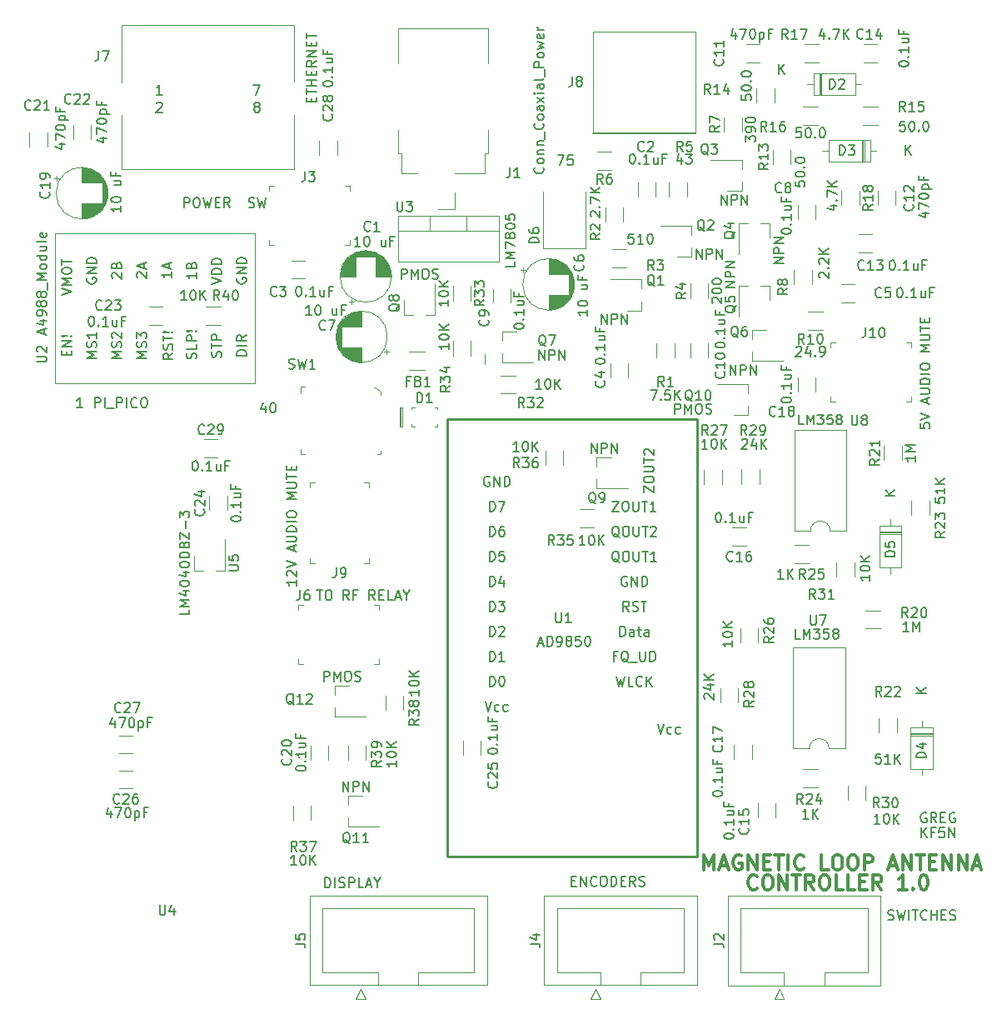
<source format=gto>
G04 #@! TF.GenerationSoftware,KiCad,Pcbnew,6.0.5-a6ca702e91~116~ubuntu20.04.1*
G04 #@! TF.CreationDate,2022-05-09T08:21:39-04:00*
G04 #@! TF.ProjectId,magloop_pico,6d61676c-6f6f-4705-9f70-69636f2e6b69,1.0*
G04 #@! TF.SameCoordinates,Original*
G04 #@! TF.FileFunction,Legend,Top*
G04 #@! TF.FilePolarity,Positive*
%FSLAX46Y46*%
G04 Gerber Fmt 4.6, Leading zero omitted, Abs format (unit mm)*
G04 Created by KiCad (PCBNEW 6.0.5-a6ca702e91~116~ubuntu20.04.1) date 2022-05-09 08:21:39*
%MOMM*%
%LPD*%
G01*
G04 APERTURE LIST*
%ADD10C,0.120000*%
%ADD11C,0.300000*%
%ADD12C,0.150000*%
%ADD13C,0.250000*%
%ADD14C,0.100000*%
%ADD15C,0.127000*%
G04 APERTURE END LIST*
D10*
X137668000Y-83693000D02*
X137668000Y-84709000D01*
D11*
X159990000Y-136060571D02*
X159990000Y-134560571D01*
X160490000Y-135632000D01*
X160990000Y-134560571D01*
X160990000Y-136060571D01*
X161632857Y-135632000D02*
X162347142Y-135632000D01*
X161490000Y-136060571D02*
X161990000Y-134560571D01*
X162490000Y-136060571D01*
X163775714Y-134632000D02*
X163632857Y-134560571D01*
X163418571Y-134560571D01*
X163204285Y-134632000D01*
X163061428Y-134774857D01*
X162990000Y-134917714D01*
X162918571Y-135203428D01*
X162918571Y-135417714D01*
X162990000Y-135703428D01*
X163061428Y-135846285D01*
X163204285Y-135989142D01*
X163418571Y-136060571D01*
X163561428Y-136060571D01*
X163775714Y-135989142D01*
X163847142Y-135917714D01*
X163847142Y-135417714D01*
X163561428Y-135417714D01*
X164490000Y-136060571D02*
X164490000Y-134560571D01*
X165347142Y-136060571D01*
X165347142Y-134560571D01*
X166061428Y-135274857D02*
X166561428Y-135274857D01*
X166775714Y-136060571D02*
X166061428Y-136060571D01*
X166061428Y-134560571D01*
X166775714Y-134560571D01*
X167204285Y-134560571D02*
X168061428Y-134560571D01*
X167632857Y-136060571D02*
X167632857Y-134560571D01*
X168561428Y-136060571D02*
X168561428Y-134560571D01*
X170132857Y-135917714D02*
X170061428Y-135989142D01*
X169847142Y-136060571D01*
X169704285Y-136060571D01*
X169490000Y-135989142D01*
X169347142Y-135846285D01*
X169275714Y-135703428D01*
X169204285Y-135417714D01*
X169204285Y-135203428D01*
X169275714Y-134917714D01*
X169347142Y-134774857D01*
X169490000Y-134632000D01*
X169704285Y-134560571D01*
X169847142Y-134560571D01*
X170061428Y-134632000D01*
X170132857Y-134703428D01*
X172632857Y-136060571D02*
X171918571Y-136060571D01*
X171918571Y-134560571D01*
X173418571Y-134560571D02*
X173704285Y-134560571D01*
X173847142Y-134632000D01*
X173990000Y-134774857D01*
X174061428Y-135060571D01*
X174061428Y-135560571D01*
X173990000Y-135846285D01*
X173847142Y-135989142D01*
X173704285Y-136060571D01*
X173418571Y-136060571D01*
X173275714Y-135989142D01*
X173132857Y-135846285D01*
X173061428Y-135560571D01*
X173061428Y-135060571D01*
X173132857Y-134774857D01*
X173275714Y-134632000D01*
X173418571Y-134560571D01*
X174990000Y-134560571D02*
X175275714Y-134560571D01*
X175418571Y-134632000D01*
X175561428Y-134774857D01*
X175632857Y-135060571D01*
X175632857Y-135560571D01*
X175561428Y-135846285D01*
X175418571Y-135989142D01*
X175275714Y-136060571D01*
X174990000Y-136060571D01*
X174847142Y-135989142D01*
X174704285Y-135846285D01*
X174632857Y-135560571D01*
X174632857Y-135060571D01*
X174704285Y-134774857D01*
X174847142Y-134632000D01*
X174990000Y-134560571D01*
X176275714Y-136060571D02*
X176275714Y-134560571D01*
X176847142Y-134560571D01*
X176990000Y-134632000D01*
X177061428Y-134703428D01*
X177132857Y-134846285D01*
X177132857Y-135060571D01*
X177061428Y-135203428D01*
X176990000Y-135274857D01*
X176847142Y-135346285D01*
X176275714Y-135346285D01*
X178847142Y-135632000D02*
X179561428Y-135632000D01*
X178704285Y-136060571D02*
X179204285Y-134560571D01*
X179704285Y-136060571D01*
X180204285Y-136060571D02*
X180204285Y-134560571D01*
X181061428Y-136060571D01*
X181061428Y-134560571D01*
X181561428Y-134560571D02*
X182418571Y-134560571D01*
X181990000Y-136060571D02*
X181990000Y-134560571D01*
X182918571Y-135274857D02*
X183418571Y-135274857D01*
X183632857Y-136060571D02*
X182918571Y-136060571D01*
X182918571Y-134560571D01*
X183632857Y-134560571D01*
X184275714Y-136060571D02*
X184275714Y-134560571D01*
X185132857Y-136060571D01*
X185132857Y-134560571D01*
X185847142Y-136060571D02*
X185847142Y-134560571D01*
X186704285Y-136060571D01*
X186704285Y-134560571D01*
X187347142Y-135632000D02*
X188061428Y-135632000D01*
X187204285Y-136060571D02*
X187704285Y-134560571D01*
X188204285Y-136060571D01*
D12*
X178689428Y-141120761D02*
X178832285Y-141168380D01*
X179070380Y-141168380D01*
X179165619Y-141120761D01*
X179213238Y-141073142D01*
X179260857Y-140977904D01*
X179260857Y-140882666D01*
X179213238Y-140787428D01*
X179165619Y-140739809D01*
X179070380Y-140692190D01*
X178879904Y-140644571D01*
X178784666Y-140596952D01*
X178737047Y-140549333D01*
X178689428Y-140454095D01*
X178689428Y-140358857D01*
X178737047Y-140263619D01*
X178784666Y-140216000D01*
X178879904Y-140168380D01*
X179118000Y-140168380D01*
X179260857Y-140216000D01*
X179594190Y-140168380D02*
X179832285Y-141168380D01*
X180022761Y-140454095D01*
X180213238Y-141168380D01*
X180451333Y-140168380D01*
X180832285Y-141168380D02*
X180832285Y-140168380D01*
X181165619Y-140168380D02*
X181737047Y-140168380D01*
X181451333Y-141168380D02*
X181451333Y-140168380D01*
X182641809Y-141073142D02*
X182594190Y-141120761D01*
X182451333Y-141168380D01*
X182356095Y-141168380D01*
X182213238Y-141120761D01*
X182118000Y-141025523D01*
X182070380Y-140930285D01*
X182022761Y-140739809D01*
X182022761Y-140596952D01*
X182070380Y-140406476D01*
X182118000Y-140311238D01*
X182213238Y-140216000D01*
X182356095Y-140168380D01*
X182451333Y-140168380D01*
X182594190Y-140216000D01*
X182641809Y-140263619D01*
X183070380Y-141168380D02*
X183070380Y-140168380D01*
X183070380Y-140644571D02*
X183641809Y-140644571D01*
X183641809Y-141168380D02*
X183641809Y-140168380D01*
X184118000Y-140644571D02*
X184451333Y-140644571D01*
X184594190Y-141168380D02*
X184118000Y-141168380D01*
X184118000Y-140168380D01*
X184594190Y-140168380D01*
X184975142Y-141120761D02*
X185118000Y-141168380D01*
X185356095Y-141168380D01*
X185451333Y-141120761D01*
X185498952Y-141073142D01*
X185546571Y-140977904D01*
X185546571Y-140882666D01*
X185498952Y-140787428D01*
X185451333Y-140739809D01*
X185356095Y-140692190D01*
X185165619Y-140644571D01*
X185070380Y-140596952D01*
X185022761Y-140549333D01*
X184975142Y-140454095D01*
X184975142Y-140358857D01*
X185022761Y-140263619D01*
X185070380Y-140216000D01*
X185165619Y-140168380D01*
X185403714Y-140168380D01*
X185546571Y-140216000D01*
D11*
X165394714Y-137949714D02*
X165323285Y-138021142D01*
X165109000Y-138092571D01*
X164966142Y-138092571D01*
X164751857Y-138021142D01*
X164609000Y-137878285D01*
X164537571Y-137735428D01*
X164466142Y-137449714D01*
X164466142Y-137235428D01*
X164537571Y-136949714D01*
X164609000Y-136806857D01*
X164751857Y-136664000D01*
X164966142Y-136592571D01*
X165109000Y-136592571D01*
X165323285Y-136664000D01*
X165394714Y-136735428D01*
X166323285Y-136592571D02*
X166609000Y-136592571D01*
X166751857Y-136664000D01*
X166894714Y-136806857D01*
X166966142Y-137092571D01*
X166966142Y-137592571D01*
X166894714Y-137878285D01*
X166751857Y-138021142D01*
X166609000Y-138092571D01*
X166323285Y-138092571D01*
X166180428Y-138021142D01*
X166037571Y-137878285D01*
X165966142Y-137592571D01*
X165966142Y-137092571D01*
X166037571Y-136806857D01*
X166180428Y-136664000D01*
X166323285Y-136592571D01*
X167609000Y-138092571D02*
X167609000Y-136592571D01*
X168466142Y-138092571D01*
X168466142Y-136592571D01*
X168966142Y-136592571D02*
X169823285Y-136592571D01*
X169394714Y-138092571D02*
X169394714Y-136592571D01*
X171180428Y-138092571D02*
X170680428Y-137378285D01*
X170323285Y-138092571D02*
X170323285Y-136592571D01*
X170894714Y-136592571D01*
X171037571Y-136664000D01*
X171109000Y-136735428D01*
X171180428Y-136878285D01*
X171180428Y-137092571D01*
X171109000Y-137235428D01*
X171037571Y-137306857D01*
X170894714Y-137378285D01*
X170323285Y-137378285D01*
X172109000Y-136592571D02*
X172394714Y-136592571D01*
X172537571Y-136664000D01*
X172680428Y-136806857D01*
X172751857Y-137092571D01*
X172751857Y-137592571D01*
X172680428Y-137878285D01*
X172537571Y-138021142D01*
X172394714Y-138092571D01*
X172109000Y-138092571D01*
X171966142Y-138021142D01*
X171823285Y-137878285D01*
X171751857Y-137592571D01*
X171751857Y-137092571D01*
X171823285Y-136806857D01*
X171966142Y-136664000D01*
X172109000Y-136592571D01*
X174109000Y-138092571D02*
X173394714Y-138092571D01*
X173394714Y-136592571D01*
X175323285Y-138092571D02*
X174609000Y-138092571D01*
X174609000Y-136592571D01*
X175823285Y-137306857D02*
X176323285Y-137306857D01*
X176537571Y-138092571D02*
X175823285Y-138092571D01*
X175823285Y-136592571D01*
X176537571Y-136592571D01*
X178037571Y-138092571D02*
X177537571Y-137378285D01*
X177180428Y-138092571D02*
X177180428Y-136592571D01*
X177751857Y-136592571D01*
X177894714Y-136664000D01*
X177966142Y-136735428D01*
X178037571Y-136878285D01*
X178037571Y-137092571D01*
X177966142Y-137235428D01*
X177894714Y-137306857D01*
X177751857Y-137378285D01*
X177180428Y-137378285D01*
X180609000Y-138092571D02*
X179751857Y-138092571D01*
X180180428Y-138092571D02*
X180180428Y-136592571D01*
X180037571Y-136806857D01*
X179894714Y-136949714D01*
X179751857Y-137021142D01*
X181251857Y-137949714D02*
X181323285Y-138021142D01*
X181251857Y-138092571D01*
X181180428Y-138021142D01*
X181251857Y-137949714D01*
X181251857Y-138092571D01*
X182251857Y-136592571D02*
X182394714Y-136592571D01*
X182537571Y-136664000D01*
X182609000Y-136735428D01*
X182680428Y-136878285D01*
X182751857Y-137164000D01*
X182751857Y-137521142D01*
X182680428Y-137806857D01*
X182609000Y-137949714D01*
X182537571Y-138021142D01*
X182394714Y-138092571D01*
X182251857Y-138092571D01*
X182109000Y-138021142D01*
X182037571Y-137949714D01*
X181966142Y-137806857D01*
X181894714Y-137521142D01*
X181894714Y-137164000D01*
X181966142Y-136878285D01*
X182037571Y-136735428D01*
X182109000Y-136664000D01*
X182251857Y-136592571D01*
D12*
X146550523Y-137215571D02*
X146883857Y-137215571D01*
X147026714Y-137739380D02*
X146550523Y-137739380D01*
X146550523Y-136739380D01*
X147026714Y-136739380D01*
X147455285Y-137739380D02*
X147455285Y-136739380D01*
X148026714Y-137739380D01*
X148026714Y-136739380D01*
X149074333Y-137644142D02*
X149026714Y-137691761D01*
X148883857Y-137739380D01*
X148788619Y-137739380D01*
X148645761Y-137691761D01*
X148550523Y-137596523D01*
X148502904Y-137501285D01*
X148455285Y-137310809D01*
X148455285Y-137167952D01*
X148502904Y-136977476D01*
X148550523Y-136882238D01*
X148645761Y-136787000D01*
X148788619Y-136739380D01*
X148883857Y-136739380D01*
X149026714Y-136787000D01*
X149074333Y-136834619D01*
X149693380Y-136739380D02*
X149883857Y-136739380D01*
X149979095Y-136787000D01*
X150074333Y-136882238D01*
X150121952Y-137072714D01*
X150121952Y-137406047D01*
X150074333Y-137596523D01*
X149979095Y-137691761D01*
X149883857Y-137739380D01*
X149693380Y-137739380D01*
X149598142Y-137691761D01*
X149502904Y-137596523D01*
X149455285Y-137406047D01*
X149455285Y-137072714D01*
X149502904Y-136882238D01*
X149598142Y-136787000D01*
X149693380Y-136739380D01*
X150550523Y-137739380D02*
X150550523Y-136739380D01*
X150788619Y-136739380D01*
X150931476Y-136787000D01*
X151026714Y-136882238D01*
X151074333Y-136977476D01*
X151121952Y-137167952D01*
X151121952Y-137310809D01*
X151074333Y-137501285D01*
X151026714Y-137596523D01*
X150931476Y-137691761D01*
X150788619Y-137739380D01*
X150550523Y-137739380D01*
X151550523Y-137215571D02*
X151883857Y-137215571D01*
X152026714Y-137739380D02*
X151550523Y-137739380D01*
X151550523Y-136739380D01*
X152026714Y-136739380D01*
X153026714Y-137739380D02*
X152693380Y-137263190D01*
X152455285Y-137739380D02*
X152455285Y-136739380D01*
X152836238Y-136739380D01*
X152931476Y-136787000D01*
X152979095Y-136834619D01*
X153026714Y-136929857D01*
X153026714Y-137072714D01*
X152979095Y-137167952D01*
X152931476Y-137215571D01*
X152836238Y-137263190D01*
X152455285Y-137263190D01*
X153407666Y-137691761D02*
X153550523Y-137739380D01*
X153788619Y-137739380D01*
X153883857Y-137691761D01*
X153931476Y-137644142D01*
X153979095Y-137548904D01*
X153979095Y-137453666D01*
X153931476Y-137358428D01*
X153883857Y-137310809D01*
X153788619Y-137263190D01*
X153598142Y-137215571D01*
X153502904Y-137167952D01*
X153455285Y-137120333D01*
X153407666Y-137025095D01*
X153407666Y-136929857D01*
X153455285Y-136834619D01*
X153502904Y-136787000D01*
X153598142Y-136739380D01*
X153836238Y-136739380D01*
X153979095Y-136787000D01*
X115411285Y-88939714D02*
X115411285Y-89606380D01*
X115173190Y-88558761D02*
X114935095Y-89273047D01*
X115554142Y-89273047D01*
X116125571Y-88606380D02*
X116220809Y-88606380D01*
X116316047Y-88654000D01*
X116363666Y-88701619D01*
X116411285Y-88796857D01*
X116458904Y-88987333D01*
X116458904Y-89225428D01*
X116411285Y-89415904D01*
X116363666Y-89511142D01*
X116316047Y-89558761D01*
X116220809Y-89606380D01*
X116125571Y-89606380D01*
X116030333Y-89558761D01*
X115982714Y-89511142D01*
X115935095Y-89415904D01*
X115887476Y-89225428D01*
X115887476Y-88987333D01*
X115935095Y-88796857D01*
X115982714Y-88701619D01*
X116030333Y-88654000D01*
X116125571Y-88606380D01*
X182078523Y-132786380D02*
X182078523Y-131786380D01*
X182649952Y-132786380D02*
X182221380Y-132214952D01*
X182649952Y-131786380D02*
X182078523Y-132357809D01*
X183411857Y-132262571D02*
X183078523Y-132262571D01*
X183078523Y-132786380D02*
X183078523Y-131786380D01*
X183554714Y-131786380D01*
X184411857Y-131786380D02*
X183935666Y-131786380D01*
X183888047Y-132262571D01*
X183935666Y-132214952D01*
X184030904Y-132167333D01*
X184269000Y-132167333D01*
X184364238Y-132214952D01*
X184411857Y-132262571D01*
X184459476Y-132357809D01*
X184459476Y-132595904D01*
X184411857Y-132691142D01*
X184364238Y-132738761D01*
X184269000Y-132786380D01*
X184030904Y-132786380D01*
X183935666Y-132738761D01*
X183888047Y-132691142D01*
X184888047Y-132786380D02*
X184888047Y-131786380D01*
X185459476Y-132786380D01*
X185459476Y-131786380D01*
X96805714Y-89098380D02*
X96234285Y-89098380D01*
X96520000Y-89098380D02*
X96520000Y-88098380D01*
X96424761Y-88241238D01*
X96329523Y-88336476D01*
X96234285Y-88384095D01*
X182578523Y-130310000D02*
X182483285Y-130262380D01*
X182340428Y-130262380D01*
X182197571Y-130310000D01*
X182102333Y-130405238D01*
X182054714Y-130500476D01*
X182007095Y-130690952D01*
X182007095Y-130833809D01*
X182054714Y-131024285D01*
X182102333Y-131119523D01*
X182197571Y-131214761D01*
X182340428Y-131262380D01*
X182435666Y-131262380D01*
X182578523Y-131214761D01*
X182626142Y-131167142D01*
X182626142Y-130833809D01*
X182435666Y-130833809D01*
X183626142Y-131262380D02*
X183292809Y-130786190D01*
X183054714Y-131262380D02*
X183054714Y-130262380D01*
X183435666Y-130262380D01*
X183530904Y-130310000D01*
X183578523Y-130357619D01*
X183626142Y-130452857D01*
X183626142Y-130595714D01*
X183578523Y-130690952D01*
X183530904Y-130738571D01*
X183435666Y-130786190D01*
X183054714Y-130786190D01*
X184054714Y-130738571D02*
X184388047Y-130738571D01*
X184530904Y-131262380D02*
X184054714Y-131262380D01*
X184054714Y-130262380D01*
X184530904Y-130262380D01*
X185483285Y-130310000D02*
X185388047Y-130262380D01*
X185245190Y-130262380D01*
X185102333Y-130310000D01*
X185007095Y-130405238D01*
X184959476Y-130500476D01*
X184911857Y-130690952D01*
X184911857Y-130833809D01*
X184959476Y-131024285D01*
X185007095Y-131119523D01*
X185102333Y-131214761D01*
X185245190Y-131262380D01*
X185340428Y-131262380D01*
X185483285Y-131214761D01*
X185530904Y-131167142D01*
X185530904Y-130833809D01*
X185340428Y-130833809D01*
X121467904Y-137866380D02*
X121467904Y-136866380D01*
X121706000Y-136866380D01*
X121848857Y-136914000D01*
X121944095Y-137009238D01*
X121991714Y-137104476D01*
X122039333Y-137294952D01*
X122039333Y-137437809D01*
X121991714Y-137628285D01*
X121944095Y-137723523D01*
X121848857Y-137818761D01*
X121706000Y-137866380D01*
X121467904Y-137866380D01*
X122467904Y-137866380D02*
X122467904Y-136866380D01*
X122896476Y-137818761D02*
X123039333Y-137866380D01*
X123277428Y-137866380D01*
X123372666Y-137818761D01*
X123420285Y-137771142D01*
X123467904Y-137675904D01*
X123467904Y-137580666D01*
X123420285Y-137485428D01*
X123372666Y-137437809D01*
X123277428Y-137390190D01*
X123086952Y-137342571D01*
X122991714Y-137294952D01*
X122944095Y-137247333D01*
X122896476Y-137152095D01*
X122896476Y-137056857D01*
X122944095Y-136961619D01*
X122991714Y-136914000D01*
X123086952Y-136866380D01*
X123325047Y-136866380D01*
X123467904Y-136914000D01*
X123896476Y-137866380D02*
X123896476Y-136866380D01*
X124277428Y-136866380D01*
X124372666Y-136914000D01*
X124420285Y-136961619D01*
X124467904Y-137056857D01*
X124467904Y-137199714D01*
X124420285Y-137294952D01*
X124372666Y-137342571D01*
X124277428Y-137390190D01*
X123896476Y-137390190D01*
X125372666Y-137866380D02*
X124896476Y-137866380D01*
X124896476Y-136866380D01*
X125658380Y-137580666D02*
X126134571Y-137580666D01*
X125563142Y-137866380D02*
X125896476Y-136866380D01*
X126229809Y-137866380D01*
X126753619Y-137390190D02*
X126753619Y-137866380D01*
X126420285Y-136866380D02*
X126753619Y-137390190D01*
X127086952Y-136866380D01*
X153884333Y-62968142D02*
X153836714Y-63015761D01*
X153693857Y-63063380D01*
X153598619Y-63063380D01*
X153455761Y-63015761D01*
X153360523Y-62920523D01*
X153312904Y-62825285D01*
X153265285Y-62634809D01*
X153265285Y-62491952D01*
X153312904Y-62301476D01*
X153360523Y-62206238D01*
X153455761Y-62111000D01*
X153598619Y-62063380D01*
X153693857Y-62063380D01*
X153836714Y-62111000D01*
X153884333Y-62158619D01*
X154265285Y-62158619D02*
X154312904Y-62111000D01*
X154408142Y-62063380D01*
X154646238Y-62063380D01*
X154741476Y-62111000D01*
X154789095Y-62158619D01*
X154836714Y-62253857D01*
X154836714Y-62349095D01*
X154789095Y-62491952D01*
X154217666Y-63063380D01*
X154836714Y-63063380D01*
X152662142Y-63333380D02*
X152757380Y-63333380D01*
X152852619Y-63381000D01*
X152900238Y-63428619D01*
X152947857Y-63523857D01*
X152995476Y-63714333D01*
X152995476Y-63952428D01*
X152947857Y-64142904D01*
X152900238Y-64238142D01*
X152852619Y-64285761D01*
X152757380Y-64333380D01*
X152662142Y-64333380D01*
X152566904Y-64285761D01*
X152519285Y-64238142D01*
X152471666Y-64142904D01*
X152424047Y-63952428D01*
X152424047Y-63714333D01*
X152471666Y-63523857D01*
X152519285Y-63428619D01*
X152566904Y-63381000D01*
X152662142Y-63333380D01*
X153424047Y-64238142D02*
X153471666Y-64285761D01*
X153424047Y-64333380D01*
X153376428Y-64285761D01*
X153424047Y-64238142D01*
X153424047Y-64333380D01*
X154424047Y-64333380D02*
X153852619Y-64333380D01*
X154138333Y-64333380D02*
X154138333Y-63333380D01*
X154043095Y-63476238D01*
X153947857Y-63571476D01*
X153852619Y-63619095D01*
X155281190Y-63666714D02*
X155281190Y-64333380D01*
X154852619Y-63666714D02*
X154852619Y-64190523D01*
X154900238Y-64285761D01*
X154995476Y-64333380D01*
X155138333Y-64333380D01*
X155233571Y-64285761D01*
X155281190Y-64238142D01*
X156090714Y-63809571D02*
X155757380Y-63809571D01*
X155757380Y-64333380D02*
X155757380Y-63333380D01*
X156233571Y-63333380D01*
X149836142Y-86399666D02*
X149883761Y-86447285D01*
X149931380Y-86590142D01*
X149931380Y-86685380D01*
X149883761Y-86828238D01*
X149788523Y-86923476D01*
X149693285Y-86971095D01*
X149502809Y-87018714D01*
X149359952Y-87018714D01*
X149169476Y-86971095D01*
X149074238Y-86923476D01*
X148979000Y-86828238D01*
X148931380Y-86685380D01*
X148931380Y-86590142D01*
X148979000Y-86447285D01*
X149026619Y-86399666D01*
X149264714Y-85542523D02*
X149931380Y-85542523D01*
X148883761Y-85780619D02*
X149598047Y-86018714D01*
X149598047Y-85399666D01*
X148931380Y-84446857D02*
X148931380Y-84351619D01*
X148979000Y-84256380D01*
X149026619Y-84208761D01*
X149121857Y-84161142D01*
X149312333Y-84113523D01*
X149550428Y-84113523D01*
X149740904Y-84161142D01*
X149836142Y-84208761D01*
X149883761Y-84256380D01*
X149931380Y-84351619D01*
X149931380Y-84446857D01*
X149883761Y-84542095D01*
X149836142Y-84589714D01*
X149740904Y-84637333D01*
X149550428Y-84684952D01*
X149312333Y-84684952D01*
X149121857Y-84637333D01*
X149026619Y-84589714D01*
X148979000Y-84542095D01*
X148931380Y-84446857D01*
X149836142Y-83684952D02*
X149883761Y-83637333D01*
X149931380Y-83684952D01*
X149883761Y-83732571D01*
X149836142Y-83684952D01*
X149931380Y-83684952D01*
X149931380Y-82684952D02*
X149931380Y-83256380D01*
X149931380Y-82970666D02*
X148931380Y-82970666D01*
X149074238Y-83065904D01*
X149169476Y-83161142D01*
X149217095Y-83256380D01*
X149264714Y-81827809D02*
X149931380Y-81827809D01*
X149264714Y-82256380D02*
X149788523Y-82256380D01*
X149883761Y-82208761D01*
X149931380Y-82113523D01*
X149931380Y-81970666D01*
X149883761Y-81875428D01*
X149836142Y-81827809D01*
X149407571Y-81018285D02*
X149407571Y-81351619D01*
X149931380Y-81351619D02*
X148931380Y-81351619D01*
X148931380Y-80875428D01*
X178014333Y-77827142D02*
X177966714Y-77874761D01*
X177823857Y-77922380D01*
X177728619Y-77922380D01*
X177585761Y-77874761D01*
X177490523Y-77779523D01*
X177442904Y-77684285D01*
X177395285Y-77493809D01*
X177395285Y-77350952D01*
X177442904Y-77160476D01*
X177490523Y-77065238D01*
X177585761Y-76970000D01*
X177728619Y-76922380D01*
X177823857Y-76922380D01*
X177966714Y-76970000D01*
X178014333Y-77017619D01*
X178919095Y-76922380D02*
X178442904Y-76922380D01*
X178395285Y-77398571D01*
X178442904Y-77350952D01*
X178538142Y-77303333D01*
X178776238Y-77303333D01*
X178871476Y-77350952D01*
X178919095Y-77398571D01*
X178966714Y-77493809D01*
X178966714Y-77731904D01*
X178919095Y-77827142D01*
X178871476Y-77874761D01*
X178776238Y-77922380D01*
X178538142Y-77922380D01*
X178442904Y-77874761D01*
X178395285Y-77827142D01*
X179840142Y-76922380D02*
X179935380Y-76922380D01*
X180030619Y-76970000D01*
X180078238Y-77017619D01*
X180125857Y-77112857D01*
X180173476Y-77303333D01*
X180173476Y-77541428D01*
X180125857Y-77731904D01*
X180078238Y-77827142D01*
X180030619Y-77874761D01*
X179935380Y-77922380D01*
X179840142Y-77922380D01*
X179744904Y-77874761D01*
X179697285Y-77827142D01*
X179649666Y-77731904D01*
X179602047Y-77541428D01*
X179602047Y-77303333D01*
X179649666Y-77112857D01*
X179697285Y-77017619D01*
X179744904Y-76970000D01*
X179840142Y-76922380D01*
X180602047Y-77827142D02*
X180649666Y-77874761D01*
X180602047Y-77922380D01*
X180554428Y-77874761D01*
X180602047Y-77827142D01*
X180602047Y-77922380D01*
X181602047Y-77922380D02*
X181030619Y-77922380D01*
X181316333Y-77922380D02*
X181316333Y-76922380D01*
X181221095Y-77065238D01*
X181125857Y-77160476D01*
X181030619Y-77208095D01*
X182459190Y-77255714D02*
X182459190Y-77922380D01*
X182030619Y-77255714D02*
X182030619Y-77779523D01*
X182078238Y-77874761D01*
X182173476Y-77922380D01*
X182316333Y-77922380D01*
X182411571Y-77874761D01*
X182459190Y-77827142D01*
X183268714Y-77398571D02*
X182935380Y-77398571D01*
X182935380Y-77922380D02*
X182935380Y-76922380D01*
X183411571Y-76922380D01*
X167854333Y-67159142D02*
X167806714Y-67206761D01*
X167663857Y-67254380D01*
X167568619Y-67254380D01*
X167425761Y-67206761D01*
X167330523Y-67111523D01*
X167282904Y-67016285D01*
X167235285Y-66825809D01*
X167235285Y-66682952D01*
X167282904Y-66492476D01*
X167330523Y-66397238D01*
X167425761Y-66302000D01*
X167568619Y-66254380D01*
X167663857Y-66254380D01*
X167806714Y-66302000D01*
X167854333Y-66349619D01*
X168425761Y-66682952D02*
X168330523Y-66635333D01*
X168282904Y-66587714D01*
X168235285Y-66492476D01*
X168235285Y-66444857D01*
X168282904Y-66349619D01*
X168330523Y-66302000D01*
X168425761Y-66254380D01*
X168616238Y-66254380D01*
X168711476Y-66302000D01*
X168759095Y-66349619D01*
X168806714Y-66444857D01*
X168806714Y-66492476D01*
X168759095Y-66587714D01*
X168711476Y-66635333D01*
X168616238Y-66682952D01*
X168425761Y-66682952D01*
X168330523Y-66730571D01*
X168282904Y-66778190D01*
X168235285Y-66873428D01*
X168235285Y-67063904D01*
X168282904Y-67159142D01*
X168330523Y-67206761D01*
X168425761Y-67254380D01*
X168616238Y-67254380D01*
X168711476Y-67206761D01*
X168759095Y-67159142D01*
X168806714Y-67063904D01*
X168806714Y-66873428D01*
X168759095Y-66778190D01*
X168711476Y-66730571D01*
X168616238Y-66682952D01*
X167854380Y-71238857D02*
X167854380Y-71143619D01*
X167902000Y-71048380D01*
X167949619Y-71000761D01*
X168044857Y-70953142D01*
X168235333Y-70905523D01*
X168473428Y-70905523D01*
X168663904Y-70953142D01*
X168759142Y-71000761D01*
X168806761Y-71048380D01*
X168854380Y-71143619D01*
X168854380Y-71238857D01*
X168806761Y-71334095D01*
X168759142Y-71381714D01*
X168663904Y-71429333D01*
X168473428Y-71476952D01*
X168235333Y-71476952D01*
X168044857Y-71429333D01*
X167949619Y-71381714D01*
X167902000Y-71334095D01*
X167854380Y-71238857D01*
X168759142Y-70476952D02*
X168806761Y-70429333D01*
X168854380Y-70476952D01*
X168806761Y-70524571D01*
X168759142Y-70476952D01*
X168854380Y-70476952D01*
X168854380Y-69476952D02*
X168854380Y-70048380D01*
X168854380Y-69762666D02*
X167854380Y-69762666D01*
X167997238Y-69857904D01*
X168092476Y-69953142D01*
X168140095Y-70048380D01*
X168187714Y-68619809D02*
X168854380Y-68619809D01*
X168187714Y-69048380D02*
X168711523Y-69048380D01*
X168806761Y-69000761D01*
X168854380Y-68905523D01*
X168854380Y-68762666D01*
X168806761Y-68667428D01*
X168759142Y-68619809D01*
X168330571Y-67810285D02*
X168330571Y-68143619D01*
X168854380Y-68143619D02*
X167854380Y-68143619D01*
X167854380Y-67667428D01*
X162028142Y-85478857D02*
X162075761Y-85526476D01*
X162123380Y-85669333D01*
X162123380Y-85764571D01*
X162075761Y-85907428D01*
X161980523Y-86002666D01*
X161885285Y-86050285D01*
X161694809Y-86097904D01*
X161551952Y-86097904D01*
X161361476Y-86050285D01*
X161266238Y-86002666D01*
X161171000Y-85907428D01*
X161123380Y-85764571D01*
X161123380Y-85669333D01*
X161171000Y-85526476D01*
X161218619Y-85478857D01*
X162123380Y-84526476D02*
X162123380Y-85097904D01*
X162123380Y-84812190D02*
X161123380Y-84812190D01*
X161266238Y-84907428D01*
X161361476Y-85002666D01*
X161409095Y-85097904D01*
X161123380Y-83907428D02*
X161123380Y-83812190D01*
X161171000Y-83716952D01*
X161218619Y-83669333D01*
X161313857Y-83621714D01*
X161504333Y-83574095D01*
X161742428Y-83574095D01*
X161932904Y-83621714D01*
X162028142Y-83669333D01*
X162075761Y-83716952D01*
X162123380Y-83812190D01*
X162123380Y-83907428D01*
X162075761Y-84002666D01*
X162028142Y-84050285D01*
X161932904Y-84097904D01*
X161742428Y-84145523D01*
X161504333Y-84145523D01*
X161313857Y-84097904D01*
X161218619Y-84050285D01*
X161171000Y-84002666D01*
X161123380Y-83907428D01*
X161123380Y-82795857D02*
X161123380Y-82700619D01*
X161171000Y-82605380D01*
X161218619Y-82557761D01*
X161313857Y-82510142D01*
X161504333Y-82462523D01*
X161742428Y-82462523D01*
X161932904Y-82510142D01*
X162028142Y-82557761D01*
X162075761Y-82605380D01*
X162123380Y-82700619D01*
X162123380Y-82795857D01*
X162075761Y-82891095D01*
X162028142Y-82938714D01*
X161932904Y-82986333D01*
X161742428Y-83033952D01*
X161504333Y-83033952D01*
X161313857Y-82986333D01*
X161218619Y-82938714D01*
X161171000Y-82891095D01*
X161123380Y-82795857D01*
X162028142Y-82033952D02*
X162075761Y-81986333D01*
X162123380Y-82033952D01*
X162075761Y-82081571D01*
X162028142Y-82033952D01*
X162123380Y-82033952D01*
X162123380Y-81033952D02*
X162123380Y-81605380D01*
X162123380Y-81319666D02*
X161123380Y-81319666D01*
X161266238Y-81414904D01*
X161361476Y-81510142D01*
X161409095Y-81605380D01*
X161456714Y-80176809D02*
X162123380Y-80176809D01*
X161456714Y-80605380D02*
X161980523Y-80605380D01*
X162075761Y-80557761D01*
X162123380Y-80462523D01*
X162123380Y-80319666D01*
X162075761Y-80224428D01*
X162028142Y-80176809D01*
X161599571Y-79367285D02*
X161599571Y-79700619D01*
X162123380Y-79700619D02*
X161123380Y-79700619D01*
X161123380Y-79224428D01*
X161901142Y-53728857D02*
X161948761Y-53776476D01*
X161996380Y-53919333D01*
X161996380Y-54014571D01*
X161948761Y-54157428D01*
X161853523Y-54252666D01*
X161758285Y-54300285D01*
X161567809Y-54347904D01*
X161424952Y-54347904D01*
X161234476Y-54300285D01*
X161139238Y-54252666D01*
X161044000Y-54157428D01*
X160996380Y-54014571D01*
X160996380Y-53919333D01*
X161044000Y-53776476D01*
X161091619Y-53728857D01*
X161996380Y-52776476D02*
X161996380Y-53347904D01*
X161996380Y-53062190D02*
X160996380Y-53062190D01*
X161139238Y-53157428D01*
X161234476Y-53252666D01*
X161282095Y-53347904D01*
X161996380Y-51824095D02*
X161996380Y-52395523D01*
X161996380Y-52109809D02*
X160996380Y-52109809D01*
X161139238Y-52205047D01*
X161234476Y-52300285D01*
X161282095Y-52395523D01*
X163203142Y-50966714D02*
X163203142Y-51633380D01*
X162965047Y-50585761D02*
X162726952Y-51300047D01*
X163346000Y-51300047D01*
X163631714Y-50633380D02*
X164298380Y-50633380D01*
X163869809Y-51633380D01*
X164869809Y-50633380D02*
X164965047Y-50633380D01*
X165060285Y-50681000D01*
X165107904Y-50728619D01*
X165155523Y-50823857D01*
X165203142Y-51014333D01*
X165203142Y-51252428D01*
X165155523Y-51442904D01*
X165107904Y-51538142D01*
X165060285Y-51585761D01*
X164965047Y-51633380D01*
X164869809Y-51633380D01*
X164774571Y-51585761D01*
X164726952Y-51538142D01*
X164679333Y-51442904D01*
X164631714Y-51252428D01*
X164631714Y-51014333D01*
X164679333Y-50823857D01*
X164726952Y-50728619D01*
X164774571Y-50681000D01*
X164869809Y-50633380D01*
X165631714Y-50966714D02*
X165631714Y-51966714D01*
X165631714Y-51014333D02*
X165726952Y-50966714D01*
X165917428Y-50966714D01*
X166012666Y-51014333D01*
X166060285Y-51061952D01*
X166107904Y-51157190D01*
X166107904Y-51442904D01*
X166060285Y-51538142D01*
X166012666Y-51585761D01*
X165917428Y-51633380D01*
X165726952Y-51633380D01*
X165631714Y-51585761D01*
X166869809Y-51109571D02*
X166536476Y-51109571D01*
X166536476Y-51633380D02*
X166536476Y-50633380D01*
X167012666Y-50633380D01*
X181205142Y-68460857D02*
X181252761Y-68508476D01*
X181300380Y-68651333D01*
X181300380Y-68746571D01*
X181252761Y-68889428D01*
X181157523Y-68984666D01*
X181062285Y-69032285D01*
X180871809Y-69079904D01*
X180728952Y-69079904D01*
X180538476Y-69032285D01*
X180443238Y-68984666D01*
X180348000Y-68889428D01*
X180300380Y-68746571D01*
X180300380Y-68651333D01*
X180348000Y-68508476D01*
X180395619Y-68460857D01*
X181300380Y-67508476D02*
X181300380Y-68079904D01*
X181300380Y-67794190D02*
X180300380Y-67794190D01*
X180443238Y-67889428D01*
X180538476Y-67984666D01*
X180586095Y-68079904D01*
X180395619Y-67127523D02*
X180348000Y-67079904D01*
X180300380Y-66984666D01*
X180300380Y-66746571D01*
X180348000Y-66651333D01*
X180395619Y-66603714D01*
X180490857Y-66556095D01*
X180586095Y-66556095D01*
X180728952Y-66603714D01*
X181300380Y-67175142D01*
X181300380Y-66556095D01*
X182157714Y-69333857D02*
X182824380Y-69333857D01*
X181776761Y-69571952D02*
X182491047Y-69810047D01*
X182491047Y-69191000D01*
X181824380Y-68905285D02*
X181824380Y-68238619D01*
X182824380Y-68667190D01*
X181824380Y-67667190D02*
X181824380Y-67571952D01*
X181872000Y-67476714D01*
X181919619Y-67429095D01*
X182014857Y-67381476D01*
X182205333Y-67333857D01*
X182443428Y-67333857D01*
X182633904Y-67381476D01*
X182729142Y-67429095D01*
X182776761Y-67476714D01*
X182824380Y-67571952D01*
X182824380Y-67667190D01*
X182776761Y-67762428D01*
X182729142Y-67810047D01*
X182633904Y-67857666D01*
X182443428Y-67905285D01*
X182205333Y-67905285D01*
X182014857Y-67857666D01*
X181919619Y-67810047D01*
X181872000Y-67762428D01*
X181824380Y-67667190D01*
X182157714Y-66905285D02*
X183157714Y-66905285D01*
X182205333Y-66905285D02*
X182157714Y-66810047D01*
X182157714Y-66619571D01*
X182205333Y-66524333D01*
X182252952Y-66476714D01*
X182348190Y-66429095D01*
X182633904Y-66429095D01*
X182729142Y-66476714D01*
X182776761Y-66524333D01*
X182824380Y-66619571D01*
X182824380Y-66810047D01*
X182776761Y-66905285D01*
X182300571Y-65667190D02*
X182300571Y-66000523D01*
X182824380Y-66000523D02*
X181824380Y-66000523D01*
X181824380Y-65524333D01*
X176141142Y-51538142D02*
X176093523Y-51585761D01*
X175950666Y-51633380D01*
X175855428Y-51633380D01*
X175712571Y-51585761D01*
X175617333Y-51490523D01*
X175569714Y-51395285D01*
X175522095Y-51204809D01*
X175522095Y-51061952D01*
X175569714Y-50871476D01*
X175617333Y-50776238D01*
X175712571Y-50681000D01*
X175855428Y-50633380D01*
X175950666Y-50633380D01*
X176093523Y-50681000D01*
X176141142Y-50728619D01*
X177093523Y-51633380D02*
X176522095Y-51633380D01*
X176807809Y-51633380D02*
X176807809Y-50633380D01*
X176712571Y-50776238D01*
X176617333Y-50871476D01*
X176522095Y-50919095D01*
X177950666Y-50966714D02*
X177950666Y-51633380D01*
X177712571Y-50585761D02*
X177474476Y-51300047D01*
X178093523Y-51300047D01*
X179792380Y-54220857D02*
X179792380Y-54125619D01*
X179840000Y-54030380D01*
X179887619Y-53982761D01*
X179982857Y-53935142D01*
X180173333Y-53887523D01*
X180411428Y-53887523D01*
X180601904Y-53935142D01*
X180697142Y-53982761D01*
X180744761Y-54030380D01*
X180792380Y-54125619D01*
X180792380Y-54220857D01*
X180744761Y-54316095D01*
X180697142Y-54363714D01*
X180601904Y-54411333D01*
X180411428Y-54458952D01*
X180173333Y-54458952D01*
X179982857Y-54411333D01*
X179887619Y-54363714D01*
X179840000Y-54316095D01*
X179792380Y-54220857D01*
X180697142Y-53458952D02*
X180744761Y-53411333D01*
X180792380Y-53458952D01*
X180744761Y-53506571D01*
X180697142Y-53458952D01*
X180792380Y-53458952D01*
X180792380Y-52458952D02*
X180792380Y-53030380D01*
X180792380Y-52744666D02*
X179792380Y-52744666D01*
X179935238Y-52839904D01*
X180030476Y-52935142D01*
X180078095Y-53030380D01*
X180125714Y-51601809D02*
X180792380Y-51601809D01*
X180125714Y-52030380D02*
X180649523Y-52030380D01*
X180744761Y-51982761D01*
X180792380Y-51887523D01*
X180792380Y-51744666D01*
X180744761Y-51649428D01*
X180697142Y-51601809D01*
X180268571Y-50792285D02*
X180268571Y-51125619D01*
X180792380Y-51125619D02*
X179792380Y-51125619D01*
X179792380Y-50649428D01*
X164441142Y-131833857D02*
X164488761Y-131881476D01*
X164536380Y-132024333D01*
X164536380Y-132119571D01*
X164488761Y-132262428D01*
X164393523Y-132357666D01*
X164298285Y-132405285D01*
X164107809Y-132452904D01*
X163964952Y-132452904D01*
X163774476Y-132405285D01*
X163679238Y-132357666D01*
X163584000Y-132262428D01*
X163536380Y-132119571D01*
X163536380Y-132024333D01*
X163584000Y-131881476D01*
X163631619Y-131833857D01*
X164536380Y-130881476D02*
X164536380Y-131452904D01*
X164536380Y-131167190D02*
X163536380Y-131167190D01*
X163679238Y-131262428D01*
X163774476Y-131357666D01*
X163822095Y-131452904D01*
X163536380Y-129976714D02*
X163536380Y-130452904D01*
X164012571Y-130500523D01*
X163964952Y-130452904D01*
X163917333Y-130357666D01*
X163917333Y-130119571D01*
X163964952Y-130024333D01*
X164012571Y-129976714D01*
X164107809Y-129929095D01*
X164345904Y-129929095D01*
X164441142Y-129976714D01*
X164488761Y-130024333D01*
X164536380Y-130119571D01*
X164536380Y-130357666D01*
X164488761Y-130452904D01*
X164441142Y-130500523D01*
X162012380Y-132706857D02*
X162012380Y-132611619D01*
X162060000Y-132516380D01*
X162107619Y-132468761D01*
X162202857Y-132421142D01*
X162393333Y-132373523D01*
X162631428Y-132373523D01*
X162821904Y-132421142D01*
X162917142Y-132468761D01*
X162964761Y-132516380D01*
X163012380Y-132611619D01*
X163012380Y-132706857D01*
X162964761Y-132802095D01*
X162917142Y-132849714D01*
X162821904Y-132897333D01*
X162631428Y-132944952D01*
X162393333Y-132944952D01*
X162202857Y-132897333D01*
X162107619Y-132849714D01*
X162060000Y-132802095D01*
X162012380Y-132706857D01*
X162917142Y-131944952D02*
X162964761Y-131897333D01*
X163012380Y-131944952D01*
X162964761Y-131992571D01*
X162917142Y-131944952D01*
X163012380Y-131944952D01*
X163012380Y-130944952D02*
X163012380Y-131516380D01*
X163012380Y-131230666D02*
X162012380Y-131230666D01*
X162155238Y-131325904D01*
X162250476Y-131421142D01*
X162298095Y-131516380D01*
X162345714Y-130087809D02*
X163012380Y-130087809D01*
X162345714Y-130516380D02*
X162869523Y-130516380D01*
X162964761Y-130468761D01*
X163012380Y-130373523D01*
X163012380Y-130230666D01*
X162964761Y-130135428D01*
X162917142Y-130087809D01*
X162488571Y-129278285D02*
X162488571Y-129611619D01*
X163012380Y-129611619D02*
X162012380Y-129611619D01*
X162012380Y-129135428D01*
X162913142Y-104624142D02*
X162865523Y-104671761D01*
X162722666Y-104719380D01*
X162627428Y-104719380D01*
X162484571Y-104671761D01*
X162389333Y-104576523D01*
X162341714Y-104481285D01*
X162294095Y-104290809D01*
X162294095Y-104147952D01*
X162341714Y-103957476D01*
X162389333Y-103862238D01*
X162484571Y-103767000D01*
X162627428Y-103719380D01*
X162722666Y-103719380D01*
X162865523Y-103767000D01*
X162913142Y-103814619D01*
X163865523Y-104719380D02*
X163294095Y-104719380D01*
X163579809Y-104719380D02*
X163579809Y-103719380D01*
X163484571Y-103862238D01*
X163389333Y-103957476D01*
X163294095Y-104005095D01*
X164722666Y-103719380D02*
X164532190Y-103719380D01*
X164436952Y-103767000D01*
X164389333Y-103814619D01*
X164294095Y-103957476D01*
X164246476Y-104147952D01*
X164246476Y-104528904D01*
X164294095Y-104624142D01*
X164341714Y-104671761D01*
X164436952Y-104719380D01*
X164627428Y-104719380D01*
X164722666Y-104671761D01*
X164770285Y-104624142D01*
X164817904Y-104528904D01*
X164817904Y-104290809D01*
X164770285Y-104195571D01*
X164722666Y-104147952D01*
X164627428Y-104100333D01*
X164436952Y-104100333D01*
X164341714Y-104147952D01*
X164294095Y-104195571D01*
X164246476Y-104290809D01*
X161405142Y-99762380D02*
X161500380Y-99762380D01*
X161595619Y-99810000D01*
X161643238Y-99857619D01*
X161690857Y-99952857D01*
X161738476Y-100143333D01*
X161738476Y-100381428D01*
X161690857Y-100571904D01*
X161643238Y-100667142D01*
X161595619Y-100714761D01*
X161500380Y-100762380D01*
X161405142Y-100762380D01*
X161309904Y-100714761D01*
X161262285Y-100667142D01*
X161214666Y-100571904D01*
X161167047Y-100381428D01*
X161167047Y-100143333D01*
X161214666Y-99952857D01*
X161262285Y-99857619D01*
X161309904Y-99810000D01*
X161405142Y-99762380D01*
X162167047Y-100667142D02*
X162214666Y-100714761D01*
X162167047Y-100762380D01*
X162119428Y-100714761D01*
X162167047Y-100667142D01*
X162167047Y-100762380D01*
X163167047Y-100762380D02*
X162595619Y-100762380D01*
X162881333Y-100762380D02*
X162881333Y-99762380D01*
X162786095Y-99905238D01*
X162690857Y-100000476D01*
X162595619Y-100048095D01*
X164024190Y-100095714D02*
X164024190Y-100762380D01*
X163595619Y-100095714D02*
X163595619Y-100619523D01*
X163643238Y-100714761D01*
X163738476Y-100762380D01*
X163881333Y-100762380D01*
X163976571Y-100714761D01*
X164024190Y-100667142D01*
X164833714Y-100238571D02*
X164500380Y-100238571D01*
X164500380Y-100762380D02*
X164500380Y-99762380D01*
X164976571Y-99762380D01*
X172743904Y-56713380D02*
X172743904Y-55713380D01*
X172982000Y-55713380D01*
X173124857Y-55761000D01*
X173220095Y-55856238D01*
X173267714Y-55951476D01*
X173315333Y-56141952D01*
X173315333Y-56284809D01*
X173267714Y-56475285D01*
X173220095Y-56570523D01*
X173124857Y-56665761D01*
X172982000Y-56713380D01*
X172743904Y-56713380D01*
X173696285Y-55808619D02*
X173743904Y-55761000D01*
X173839142Y-55713380D01*
X174077238Y-55713380D01*
X174172476Y-55761000D01*
X174220095Y-55808619D01*
X174267714Y-55903857D01*
X174267714Y-55999095D01*
X174220095Y-56141952D01*
X173648666Y-56713380D01*
X174267714Y-56713380D01*
X167632095Y-55189380D02*
X167632095Y-54189380D01*
X168203523Y-55189380D02*
X167774952Y-54617952D01*
X168203523Y-54189380D02*
X167632095Y-54760809D01*
X173759904Y-63444380D02*
X173759904Y-62444380D01*
X173998000Y-62444380D01*
X174140857Y-62492000D01*
X174236095Y-62587238D01*
X174283714Y-62682476D01*
X174331333Y-62872952D01*
X174331333Y-63015809D01*
X174283714Y-63206285D01*
X174236095Y-63301523D01*
X174140857Y-63396761D01*
X173998000Y-63444380D01*
X173759904Y-63444380D01*
X174664666Y-62444380D02*
X175283714Y-62444380D01*
X174950380Y-62825333D01*
X175093238Y-62825333D01*
X175188476Y-62872952D01*
X175236095Y-62920571D01*
X175283714Y-63015809D01*
X175283714Y-63253904D01*
X175236095Y-63349142D01*
X175188476Y-63396761D01*
X175093238Y-63444380D01*
X174807523Y-63444380D01*
X174712285Y-63396761D01*
X174664666Y-63349142D01*
X180459095Y-63444380D02*
X180459095Y-62444380D01*
X181030523Y-63444380D02*
X180601952Y-62872952D01*
X181030523Y-62444380D02*
X180459095Y-63015809D01*
X182570380Y-124690095D02*
X181570380Y-124690095D01*
X181570380Y-124452000D01*
X181618000Y-124309142D01*
X181713238Y-124213904D01*
X181808476Y-124166285D01*
X181998952Y-124118666D01*
X182141809Y-124118666D01*
X182332285Y-124166285D01*
X182427523Y-124213904D01*
X182522761Y-124309142D01*
X182570380Y-124452000D01*
X182570380Y-124690095D01*
X181903714Y-123261523D02*
X182570380Y-123261523D01*
X181522761Y-123499619D02*
X182237047Y-123737714D01*
X182237047Y-123118666D01*
X182570380Y-118117904D02*
X181570380Y-118117904D01*
X182570380Y-117546476D02*
X181998952Y-117975047D01*
X181570380Y-117546476D02*
X182141809Y-118117904D01*
X118447380Y-143579833D02*
X119161666Y-143579833D01*
X119304523Y-143627452D01*
X119399761Y-143722690D01*
X119447380Y-143865547D01*
X119447380Y-143960785D01*
X118447380Y-142627452D02*
X118447380Y-143103642D01*
X118923571Y-143151261D01*
X118875952Y-143103642D01*
X118828333Y-143008404D01*
X118828333Y-142770309D01*
X118875952Y-142675071D01*
X118923571Y-142627452D01*
X119018809Y-142579833D01*
X119256904Y-142579833D01*
X119352142Y-142627452D01*
X119399761Y-142675071D01*
X119447380Y-142770309D01*
X119447380Y-143008404D01*
X119399761Y-143103642D01*
X119352142Y-143151261D01*
X155916333Y-86939380D02*
X155583000Y-86463190D01*
X155344904Y-86939380D02*
X155344904Y-85939380D01*
X155725857Y-85939380D01*
X155821095Y-85987000D01*
X155868714Y-86034619D01*
X155916333Y-86129857D01*
X155916333Y-86272714D01*
X155868714Y-86367952D01*
X155821095Y-86415571D01*
X155725857Y-86463190D01*
X155344904Y-86463190D01*
X156868714Y-86939380D02*
X156297285Y-86939380D01*
X156583000Y-86939380D02*
X156583000Y-85939380D01*
X156487761Y-86082238D01*
X156392523Y-86177476D01*
X156297285Y-86225095D01*
X154535380Y-87336380D02*
X155202047Y-87336380D01*
X154773476Y-88336380D01*
X155583000Y-88241142D02*
X155630619Y-88288761D01*
X155583000Y-88336380D01*
X155535380Y-88288761D01*
X155583000Y-88241142D01*
X155583000Y-88336380D01*
X156535380Y-87336380D02*
X156059190Y-87336380D01*
X156011571Y-87812571D01*
X156059190Y-87764952D01*
X156154428Y-87717333D01*
X156392523Y-87717333D01*
X156487761Y-87764952D01*
X156535380Y-87812571D01*
X156583000Y-87907809D01*
X156583000Y-88145904D01*
X156535380Y-88241142D01*
X156487761Y-88288761D01*
X156392523Y-88336380D01*
X156154428Y-88336380D01*
X156059190Y-88288761D01*
X156011571Y-88241142D01*
X157011571Y-88336380D02*
X157011571Y-87336380D01*
X157583000Y-88336380D02*
X157154428Y-87764952D01*
X157583000Y-87336380D02*
X157011571Y-87907809D01*
X149423380Y-71413666D02*
X148947190Y-71747000D01*
X149423380Y-71985095D02*
X148423380Y-71985095D01*
X148423380Y-71604142D01*
X148471000Y-71508904D01*
X148518619Y-71461285D01*
X148613857Y-71413666D01*
X148756714Y-71413666D01*
X148851952Y-71461285D01*
X148899571Y-71508904D01*
X148947190Y-71604142D01*
X148947190Y-71985095D01*
X148518619Y-71032714D02*
X148471000Y-70985095D01*
X148423380Y-70889857D01*
X148423380Y-70651761D01*
X148471000Y-70556523D01*
X148518619Y-70508904D01*
X148613857Y-70461285D01*
X148709095Y-70461285D01*
X148851952Y-70508904D01*
X149423380Y-71080333D01*
X149423380Y-70461285D01*
X148518619Y-69699000D02*
X148471000Y-69651380D01*
X148423380Y-69556142D01*
X148423380Y-69318047D01*
X148471000Y-69222809D01*
X148518619Y-69175190D01*
X148613857Y-69127571D01*
X148709095Y-69127571D01*
X148851952Y-69175190D01*
X149423380Y-69746619D01*
X149423380Y-69127571D01*
X149328142Y-68699000D02*
X149375761Y-68651380D01*
X149423380Y-68699000D01*
X149375761Y-68746619D01*
X149328142Y-68699000D01*
X149423380Y-68699000D01*
X148423380Y-68318047D02*
X148423380Y-67651380D01*
X149423380Y-68079952D01*
X149423380Y-67270428D02*
X148423380Y-67270428D01*
X149423380Y-66699000D02*
X148851952Y-67127571D01*
X148423380Y-66699000D02*
X148994809Y-67270428D01*
X154900333Y-75128380D02*
X154567000Y-74652190D01*
X154328904Y-75128380D02*
X154328904Y-74128380D01*
X154709857Y-74128380D01*
X154805095Y-74176000D01*
X154852714Y-74223619D01*
X154900333Y-74318857D01*
X154900333Y-74461714D01*
X154852714Y-74556952D01*
X154805095Y-74604571D01*
X154709857Y-74652190D01*
X154328904Y-74652190D01*
X155233666Y-74128380D02*
X155852714Y-74128380D01*
X155519380Y-74509333D01*
X155662238Y-74509333D01*
X155757476Y-74556952D01*
X155805095Y-74604571D01*
X155852714Y-74699809D01*
X155852714Y-74937904D01*
X155805095Y-75033142D01*
X155757476Y-75080761D01*
X155662238Y-75128380D01*
X155376523Y-75128380D01*
X155281285Y-75080761D01*
X155233666Y-75033142D01*
X152828714Y-71461380D02*
X152352523Y-71461380D01*
X152304904Y-71937571D01*
X152352523Y-71889952D01*
X152447761Y-71842333D01*
X152685857Y-71842333D01*
X152781095Y-71889952D01*
X152828714Y-71937571D01*
X152876333Y-72032809D01*
X152876333Y-72270904D01*
X152828714Y-72366142D01*
X152781095Y-72413761D01*
X152685857Y-72461380D01*
X152447761Y-72461380D01*
X152352523Y-72413761D01*
X152304904Y-72366142D01*
X153828714Y-72461380D02*
X153257285Y-72461380D01*
X153543000Y-72461380D02*
X153543000Y-71461380D01*
X153447761Y-71604238D01*
X153352523Y-71699476D01*
X153257285Y-71747095D01*
X154447761Y-71461380D02*
X154543000Y-71461380D01*
X154638238Y-71509000D01*
X154685857Y-71556619D01*
X154733476Y-71651857D01*
X154781095Y-71842333D01*
X154781095Y-72080428D01*
X154733476Y-72270904D01*
X154685857Y-72366142D01*
X154638238Y-72413761D01*
X154543000Y-72461380D01*
X154447761Y-72461380D01*
X154352523Y-72413761D01*
X154304904Y-72366142D01*
X154257285Y-72270904D01*
X154209666Y-72080428D01*
X154209666Y-71842333D01*
X154257285Y-71651857D01*
X154304904Y-71556619D01*
X154352523Y-71509000D01*
X154447761Y-71461380D01*
X158144380Y-77408666D02*
X157668190Y-77742000D01*
X158144380Y-77980095D02*
X157144380Y-77980095D01*
X157144380Y-77599142D01*
X157192000Y-77503904D01*
X157239619Y-77456285D01*
X157334857Y-77408666D01*
X157477714Y-77408666D01*
X157572952Y-77456285D01*
X157620571Y-77503904D01*
X157668190Y-77599142D01*
X157668190Y-77980095D01*
X157477714Y-76551523D02*
X158144380Y-76551523D01*
X157096761Y-76789619D02*
X157811047Y-77027714D01*
X157811047Y-76408666D01*
X160879619Y-78480095D02*
X160832000Y-78432476D01*
X160784380Y-78337238D01*
X160784380Y-78099142D01*
X160832000Y-78003904D01*
X160879619Y-77956285D01*
X160974857Y-77908666D01*
X161070095Y-77908666D01*
X161212952Y-77956285D01*
X161784380Y-78527714D01*
X161784380Y-77908666D01*
X160784380Y-77289619D02*
X160784380Y-77194380D01*
X160832000Y-77099142D01*
X160879619Y-77051523D01*
X160974857Y-77003904D01*
X161165333Y-76956285D01*
X161403428Y-76956285D01*
X161593904Y-77003904D01*
X161689142Y-77051523D01*
X161736761Y-77099142D01*
X161784380Y-77194380D01*
X161784380Y-77289619D01*
X161736761Y-77384857D01*
X161689142Y-77432476D01*
X161593904Y-77480095D01*
X161403428Y-77527714D01*
X161165333Y-77527714D01*
X160974857Y-77480095D01*
X160879619Y-77432476D01*
X160832000Y-77384857D01*
X160784380Y-77289619D01*
X160784380Y-76337238D02*
X160784380Y-76242000D01*
X160832000Y-76146761D01*
X160879619Y-76099142D01*
X160974857Y-76051523D01*
X161165333Y-76003904D01*
X161403428Y-76003904D01*
X161593904Y-76051523D01*
X161689142Y-76099142D01*
X161736761Y-76146761D01*
X161784380Y-76242000D01*
X161784380Y-76337238D01*
X161736761Y-76432476D01*
X161689142Y-76480095D01*
X161593904Y-76527714D01*
X161403428Y-76575333D01*
X161165333Y-76575333D01*
X160974857Y-76527714D01*
X160879619Y-76480095D01*
X160832000Y-76432476D01*
X160784380Y-76337238D01*
X157821333Y-63063380D02*
X157488000Y-62587190D01*
X157249904Y-63063380D02*
X157249904Y-62063380D01*
X157630857Y-62063380D01*
X157726095Y-62111000D01*
X157773714Y-62158619D01*
X157821333Y-62253857D01*
X157821333Y-62396714D01*
X157773714Y-62491952D01*
X157726095Y-62539571D01*
X157630857Y-62587190D01*
X157249904Y-62587190D01*
X158726095Y-62063380D02*
X158249904Y-62063380D01*
X158202285Y-62539571D01*
X158249904Y-62491952D01*
X158345142Y-62444333D01*
X158583238Y-62444333D01*
X158678476Y-62491952D01*
X158726095Y-62539571D01*
X158773714Y-62634809D01*
X158773714Y-62872904D01*
X158726095Y-62968142D01*
X158678476Y-63015761D01*
X158583238Y-63063380D01*
X158345142Y-63063380D01*
X158249904Y-63015761D01*
X158202285Y-62968142D01*
X157702285Y-63666714D02*
X157702285Y-64333380D01*
X157464190Y-63285761D02*
X157226095Y-64000047D01*
X157845142Y-64000047D01*
X158130857Y-63333380D02*
X158749904Y-63333380D01*
X158416571Y-63714333D01*
X158559428Y-63714333D01*
X158654666Y-63761952D01*
X158702285Y-63809571D01*
X158749904Y-63904809D01*
X158749904Y-64142904D01*
X158702285Y-64238142D01*
X158654666Y-64285761D01*
X158559428Y-64333380D01*
X158273714Y-64333380D01*
X158178476Y-64285761D01*
X158130857Y-64238142D01*
X149693333Y-66365380D02*
X149360000Y-65889190D01*
X149121904Y-66365380D02*
X149121904Y-65365380D01*
X149502857Y-65365380D01*
X149598095Y-65413000D01*
X149645714Y-65460619D01*
X149693333Y-65555857D01*
X149693333Y-65698714D01*
X149645714Y-65793952D01*
X149598095Y-65841571D01*
X149502857Y-65889190D01*
X149121904Y-65889190D01*
X150550476Y-65365380D02*
X150360000Y-65365380D01*
X150264761Y-65413000D01*
X150217142Y-65460619D01*
X150121904Y-65603476D01*
X150074285Y-65793952D01*
X150074285Y-66174904D01*
X150121904Y-66270142D01*
X150169523Y-66317761D01*
X150264761Y-66365380D01*
X150455238Y-66365380D01*
X150550476Y-66317761D01*
X150598095Y-66270142D01*
X150645714Y-66174904D01*
X150645714Y-65936809D01*
X150598095Y-65841571D01*
X150550476Y-65793952D01*
X150455238Y-65746333D01*
X150264761Y-65746333D01*
X150169523Y-65793952D01*
X150121904Y-65841571D01*
X150074285Y-65936809D01*
X145113476Y-63460380D02*
X145780142Y-63460380D01*
X145351571Y-64460380D01*
X146637285Y-63460380D02*
X146161095Y-63460380D01*
X146113476Y-63936571D01*
X146161095Y-63888952D01*
X146256333Y-63841333D01*
X146494428Y-63841333D01*
X146589666Y-63888952D01*
X146637285Y-63936571D01*
X146684904Y-64031809D01*
X146684904Y-64269904D01*
X146637285Y-64365142D01*
X146589666Y-64412761D01*
X146494428Y-64460380D01*
X146256333Y-64460380D01*
X146161095Y-64412761D01*
X146113476Y-64365142D01*
X161573380Y-60491666D02*
X161097190Y-60825000D01*
X161573380Y-61063095D02*
X160573380Y-61063095D01*
X160573380Y-60682142D01*
X160621000Y-60586904D01*
X160668619Y-60539285D01*
X160763857Y-60491666D01*
X160906714Y-60491666D01*
X161001952Y-60539285D01*
X161049571Y-60586904D01*
X161097190Y-60682142D01*
X161097190Y-61063095D01*
X160573380Y-60158333D02*
X160573380Y-59491666D01*
X161573380Y-59920238D01*
X164213380Y-62118714D02*
X164213380Y-61499666D01*
X164594333Y-61833000D01*
X164594333Y-61690142D01*
X164641952Y-61594904D01*
X164689571Y-61547285D01*
X164784809Y-61499666D01*
X165022904Y-61499666D01*
X165118142Y-61547285D01*
X165165761Y-61594904D01*
X165213380Y-61690142D01*
X165213380Y-61975857D01*
X165165761Y-62071095D01*
X165118142Y-62118714D01*
X165213380Y-61023476D02*
X165213380Y-60833000D01*
X165165761Y-60737761D01*
X165118142Y-60690142D01*
X164975285Y-60594904D01*
X164784809Y-60547285D01*
X164403857Y-60547285D01*
X164308619Y-60594904D01*
X164261000Y-60642523D01*
X164213380Y-60737761D01*
X164213380Y-60928238D01*
X164261000Y-61023476D01*
X164308619Y-61071095D01*
X164403857Y-61118714D01*
X164641952Y-61118714D01*
X164737190Y-61071095D01*
X164784809Y-61023476D01*
X164832428Y-60928238D01*
X164832428Y-60737761D01*
X164784809Y-60642523D01*
X164737190Y-60594904D01*
X164641952Y-60547285D01*
X164213380Y-59928238D02*
X164213380Y-59833000D01*
X164261000Y-59737761D01*
X164308619Y-59690142D01*
X164403857Y-59642523D01*
X164594333Y-59594904D01*
X164832428Y-59594904D01*
X165022904Y-59642523D01*
X165118142Y-59690142D01*
X165165761Y-59737761D01*
X165213380Y-59833000D01*
X165213380Y-59928238D01*
X165165761Y-60023476D01*
X165118142Y-60071095D01*
X165022904Y-60118714D01*
X164832428Y-60166333D01*
X164594333Y-60166333D01*
X164403857Y-60118714D01*
X164308619Y-60071095D01*
X164261000Y-60023476D01*
X164213380Y-59928238D01*
X168473380Y-77001666D02*
X167997190Y-77335000D01*
X168473380Y-77573095D02*
X167473380Y-77573095D01*
X167473380Y-77192142D01*
X167521000Y-77096904D01*
X167568619Y-77049285D01*
X167663857Y-77001666D01*
X167806714Y-77001666D01*
X167901952Y-77049285D01*
X167949571Y-77096904D01*
X167997190Y-77192142D01*
X167997190Y-77573095D01*
X167901952Y-76430238D02*
X167854333Y-76525476D01*
X167806714Y-76573095D01*
X167711476Y-76620714D01*
X167663857Y-76620714D01*
X167568619Y-76573095D01*
X167521000Y-76525476D01*
X167473380Y-76430238D01*
X167473380Y-76239761D01*
X167521000Y-76144523D01*
X167568619Y-76096904D01*
X167663857Y-76049285D01*
X167711476Y-76049285D01*
X167806714Y-76096904D01*
X167854333Y-76144523D01*
X167901952Y-76239761D01*
X167901952Y-76430238D01*
X167949571Y-76525476D01*
X167997190Y-76573095D01*
X168092428Y-76620714D01*
X168282904Y-76620714D01*
X168378142Y-76573095D01*
X168425761Y-76525476D01*
X168473380Y-76430238D01*
X168473380Y-76239761D01*
X168425761Y-76144523D01*
X168378142Y-76096904D01*
X168282904Y-76049285D01*
X168092428Y-76049285D01*
X167997190Y-76096904D01*
X167949571Y-76144523D01*
X167901952Y-76239761D01*
X171759619Y-75922000D02*
X171712000Y-75874380D01*
X171664380Y-75779142D01*
X171664380Y-75541047D01*
X171712000Y-75445809D01*
X171759619Y-75398190D01*
X171854857Y-75350571D01*
X171950095Y-75350571D01*
X172092952Y-75398190D01*
X172664380Y-75969619D01*
X172664380Y-75350571D01*
X172569142Y-74922000D02*
X172616761Y-74874380D01*
X172664380Y-74922000D01*
X172616761Y-74969619D01*
X172569142Y-74922000D01*
X172664380Y-74922000D01*
X171759619Y-74493428D02*
X171712000Y-74445809D01*
X171664380Y-74350571D01*
X171664380Y-74112476D01*
X171712000Y-74017238D01*
X171759619Y-73969619D01*
X171854857Y-73922000D01*
X171950095Y-73922000D01*
X172092952Y-73969619D01*
X172664380Y-74541047D01*
X172664380Y-73922000D01*
X172664380Y-73493428D02*
X171664380Y-73493428D01*
X172664380Y-72922000D02*
X172092952Y-73350571D01*
X171664380Y-72922000D02*
X172235809Y-73493428D01*
X170172142Y-82621380D02*
X169838809Y-82145190D01*
X169600714Y-82621380D02*
X169600714Y-81621380D01*
X169981666Y-81621380D01*
X170076904Y-81669000D01*
X170124523Y-81716619D01*
X170172142Y-81811857D01*
X170172142Y-81954714D01*
X170124523Y-82049952D01*
X170076904Y-82097571D01*
X169981666Y-82145190D01*
X169600714Y-82145190D01*
X171124523Y-82621380D02*
X170553095Y-82621380D01*
X170838809Y-82621380D02*
X170838809Y-81621380D01*
X170743571Y-81764238D01*
X170648333Y-81859476D01*
X170553095Y-81907095D01*
X171743571Y-81621380D02*
X171838809Y-81621380D01*
X171934047Y-81669000D01*
X171981666Y-81716619D01*
X172029285Y-81811857D01*
X172076904Y-82002333D01*
X172076904Y-82240428D01*
X172029285Y-82430904D01*
X171981666Y-82526142D01*
X171934047Y-82573761D01*
X171838809Y-82621380D01*
X171743571Y-82621380D01*
X171648333Y-82573761D01*
X171600714Y-82526142D01*
X171553095Y-82430904D01*
X171505476Y-82240428D01*
X171505476Y-82002333D01*
X171553095Y-81811857D01*
X171600714Y-81716619D01*
X171648333Y-81669000D01*
X171743571Y-81621380D01*
X169338809Y-82986619D02*
X169386428Y-82939000D01*
X169481666Y-82891380D01*
X169719761Y-82891380D01*
X169815000Y-82939000D01*
X169862619Y-82986619D01*
X169910238Y-83081857D01*
X169910238Y-83177095D01*
X169862619Y-83319952D01*
X169291190Y-83891380D01*
X169910238Y-83891380D01*
X170767380Y-83224714D02*
X170767380Y-83891380D01*
X170529285Y-82843761D02*
X170291190Y-83558047D01*
X170910238Y-83558047D01*
X171291190Y-83796142D02*
X171338809Y-83843761D01*
X171291190Y-83891380D01*
X171243571Y-83843761D01*
X171291190Y-83796142D01*
X171291190Y-83891380D01*
X171815000Y-83891380D02*
X172005476Y-83891380D01*
X172100714Y-83843761D01*
X172148333Y-83796142D01*
X172243571Y-83653285D01*
X172291190Y-83462809D01*
X172291190Y-83081857D01*
X172243571Y-82986619D01*
X172195952Y-82939000D01*
X172100714Y-82891380D01*
X171910238Y-82891380D01*
X171815000Y-82939000D01*
X171767380Y-82986619D01*
X171719761Y-83081857D01*
X171719761Y-83319952D01*
X171767380Y-83415190D01*
X171815000Y-83462809D01*
X171910238Y-83510428D01*
X172100714Y-83510428D01*
X172195952Y-83462809D01*
X172243571Y-83415190D01*
X172291190Y-83319952D01*
X166526380Y-64269857D02*
X166050190Y-64603190D01*
X166526380Y-64841285D02*
X165526380Y-64841285D01*
X165526380Y-64460333D01*
X165574000Y-64365095D01*
X165621619Y-64317476D01*
X165716857Y-64269857D01*
X165859714Y-64269857D01*
X165954952Y-64317476D01*
X166002571Y-64365095D01*
X166050190Y-64460333D01*
X166050190Y-64841285D01*
X166526380Y-63317476D02*
X166526380Y-63888904D01*
X166526380Y-63603190D02*
X165526380Y-63603190D01*
X165669238Y-63698428D01*
X165764476Y-63793666D01*
X165812095Y-63888904D01*
X165526380Y-62984142D02*
X165526380Y-62365095D01*
X165907333Y-62698428D01*
X165907333Y-62555571D01*
X165954952Y-62460333D01*
X166002571Y-62412714D01*
X166097809Y-62365095D01*
X166335904Y-62365095D01*
X166431142Y-62412714D01*
X166478761Y-62460333D01*
X166526380Y-62555571D01*
X166526380Y-62841285D01*
X166478761Y-62936523D01*
X166431142Y-62984142D01*
X169251380Y-66103380D02*
X169251380Y-66579571D01*
X169727571Y-66627190D01*
X169679952Y-66579571D01*
X169632333Y-66484333D01*
X169632333Y-66246238D01*
X169679952Y-66151000D01*
X169727571Y-66103380D01*
X169822809Y-66055761D01*
X170060904Y-66055761D01*
X170156142Y-66103380D01*
X170203761Y-66151000D01*
X170251380Y-66246238D01*
X170251380Y-66484333D01*
X170203761Y-66579571D01*
X170156142Y-66627190D01*
X169251380Y-65436714D02*
X169251380Y-65341476D01*
X169299000Y-65246238D01*
X169346619Y-65198619D01*
X169441857Y-65151000D01*
X169632333Y-65103380D01*
X169870428Y-65103380D01*
X170060904Y-65151000D01*
X170156142Y-65198619D01*
X170203761Y-65246238D01*
X170251380Y-65341476D01*
X170251380Y-65436714D01*
X170203761Y-65531952D01*
X170156142Y-65579571D01*
X170060904Y-65627190D01*
X169870428Y-65674809D01*
X169632333Y-65674809D01*
X169441857Y-65627190D01*
X169346619Y-65579571D01*
X169299000Y-65531952D01*
X169251380Y-65436714D01*
X170156142Y-64674809D02*
X170203761Y-64627190D01*
X170251380Y-64674809D01*
X170203761Y-64722428D01*
X170156142Y-64674809D01*
X170251380Y-64674809D01*
X169251380Y-64008142D02*
X169251380Y-63912904D01*
X169299000Y-63817666D01*
X169346619Y-63770047D01*
X169441857Y-63722428D01*
X169632333Y-63674809D01*
X169870428Y-63674809D01*
X170060904Y-63722428D01*
X170156142Y-63770047D01*
X170203761Y-63817666D01*
X170251380Y-63912904D01*
X170251380Y-64008142D01*
X170203761Y-64103380D01*
X170156142Y-64151000D01*
X170060904Y-64198619D01*
X169870428Y-64246238D01*
X169632333Y-64246238D01*
X169441857Y-64198619D01*
X169346619Y-64151000D01*
X169299000Y-64103380D01*
X169251380Y-64008142D01*
X160647142Y-57221380D02*
X160313809Y-56745190D01*
X160075714Y-57221380D02*
X160075714Y-56221380D01*
X160456666Y-56221380D01*
X160551904Y-56269000D01*
X160599523Y-56316619D01*
X160647142Y-56411857D01*
X160647142Y-56554714D01*
X160599523Y-56649952D01*
X160551904Y-56697571D01*
X160456666Y-56745190D01*
X160075714Y-56745190D01*
X161599523Y-57221380D02*
X161028095Y-57221380D01*
X161313809Y-57221380D02*
X161313809Y-56221380D01*
X161218571Y-56364238D01*
X161123333Y-56459476D01*
X161028095Y-56507095D01*
X162456666Y-56554714D02*
X162456666Y-57221380D01*
X162218571Y-56173761D02*
X161980476Y-56888047D01*
X162599523Y-56888047D01*
X163790380Y-57340380D02*
X163790380Y-57816571D01*
X164266571Y-57864190D01*
X164218952Y-57816571D01*
X164171333Y-57721333D01*
X164171333Y-57483238D01*
X164218952Y-57388000D01*
X164266571Y-57340380D01*
X164361809Y-57292761D01*
X164599904Y-57292761D01*
X164695142Y-57340380D01*
X164742761Y-57388000D01*
X164790380Y-57483238D01*
X164790380Y-57721333D01*
X164742761Y-57816571D01*
X164695142Y-57864190D01*
X163790380Y-56673714D02*
X163790380Y-56578476D01*
X163838000Y-56483238D01*
X163885619Y-56435619D01*
X163980857Y-56388000D01*
X164171333Y-56340380D01*
X164409428Y-56340380D01*
X164599904Y-56388000D01*
X164695142Y-56435619D01*
X164742761Y-56483238D01*
X164790380Y-56578476D01*
X164790380Y-56673714D01*
X164742761Y-56768952D01*
X164695142Y-56816571D01*
X164599904Y-56864190D01*
X164409428Y-56911809D01*
X164171333Y-56911809D01*
X163980857Y-56864190D01*
X163885619Y-56816571D01*
X163838000Y-56768952D01*
X163790380Y-56673714D01*
X164695142Y-55911809D02*
X164742761Y-55864190D01*
X164790380Y-55911809D01*
X164742761Y-55959428D01*
X164695142Y-55911809D01*
X164790380Y-55911809D01*
X163790380Y-55245142D02*
X163790380Y-55149904D01*
X163838000Y-55054666D01*
X163885619Y-55007047D01*
X163980857Y-54959428D01*
X164171333Y-54911809D01*
X164409428Y-54911809D01*
X164599904Y-54959428D01*
X164695142Y-55007047D01*
X164742761Y-55054666D01*
X164790380Y-55149904D01*
X164790380Y-55245142D01*
X164742761Y-55340380D01*
X164695142Y-55388000D01*
X164599904Y-55435619D01*
X164409428Y-55483238D01*
X164171333Y-55483238D01*
X163980857Y-55435619D01*
X163885619Y-55388000D01*
X163838000Y-55340380D01*
X163790380Y-55245142D01*
X166362142Y-61031380D02*
X166028809Y-60555190D01*
X165790714Y-61031380D02*
X165790714Y-60031380D01*
X166171666Y-60031380D01*
X166266904Y-60079000D01*
X166314523Y-60126619D01*
X166362142Y-60221857D01*
X166362142Y-60364714D01*
X166314523Y-60459952D01*
X166266904Y-60507571D01*
X166171666Y-60555190D01*
X165790714Y-60555190D01*
X167314523Y-61031380D02*
X166743095Y-61031380D01*
X167028809Y-61031380D02*
X167028809Y-60031380D01*
X166933571Y-60174238D01*
X166838333Y-60269476D01*
X166743095Y-60317095D01*
X168171666Y-60031380D02*
X167981190Y-60031380D01*
X167885952Y-60079000D01*
X167838333Y-60126619D01*
X167743095Y-60269476D01*
X167695476Y-60459952D01*
X167695476Y-60840904D01*
X167743095Y-60936142D01*
X167790714Y-60983761D01*
X167885952Y-61031380D01*
X168076428Y-61031380D01*
X168171666Y-60983761D01*
X168219285Y-60936142D01*
X168266904Y-60840904D01*
X168266904Y-60602809D01*
X168219285Y-60507571D01*
X168171666Y-60459952D01*
X168076428Y-60412333D01*
X167885952Y-60412333D01*
X167790714Y-60459952D01*
X167743095Y-60507571D01*
X167695476Y-60602809D01*
X169862619Y-60666380D02*
X169386428Y-60666380D01*
X169338809Y-61142571D01*
X169386428Y-61094952D01*
X169481666Y-61047333D01*
X169719761Y-61047333D01*
X169815000Y-61094952D01*
X169862619Y-61142571D01*
X169910238Y-61237809D01*
X169910238Y-61475904D01*
X169862619Y-61571142D01*
X169815000Y-61618761D01*
X169719761Y-61666380D01*
X169481666Y-61666380D01*
X169386428Y-61618761D01*
X169338809Y-61571142D01*
X170529285Y-60666380D02*
X170624523Y-60666380D01*
X170719761Y-60714000D01*
X170767380Y-60761619D01*
X170815000Y-60856857D01*
X170862619Y-61047333D01*
X170862619Y-61285428D01*
X170815000Y-61475904D01*
X170767380Y-61571142D01*
X170719761Y-61618761D01*
X170624523Y-61666380D01*
X170529285Y-61666380D01*
X170434047Y-61618761D01*
X170386428Y-61571142D01*
X170338809Y-61475904D01*
X170291190Y-61285428D01*
X170291190Y-61047333D01*
X170338809Y-60856857D01*
X170386428Y-60761619D01*
X170434047Y-60714000D01*
X170529285Y-60666380D01*
X171291190Y-61571142D02*
X171338809Y-61618761D01*
X171291190Y-61666380D01*
X171243571Y-61618761D01*
X171291190Y-61571142D01*
X171291190Y-61666380D01*
X171957857Y-60666380D02*
X172053095Y-60666380D01*
X172148333Y-60714000D01*
X172195952Y-60761619D01*
X172243571Y-60856857D01*
X172291190Y-61047333D01*
X172291190Y-61285428D01*
X172243571Y-61475904D01*
X172195952Y-61571142D01*
X172148333Y-61618761D01*
X172053095Y-61666380D01*
X171957857Y-61666380D01*
X171862619Y-61618761D01*
X171815000Y-61571142D01*
X171767380Y-61475904D01*
X171719761Y-61285428D01*
X171719761Y-61047333D01*
X171767380Y-60856857D01*
X171815000Y-60761619D01*
X171862619Y-60714000D01*
X171957857Y-60666380D01*
X168521142Y-51633380D02*
X168187809Y-51157190D01*
X167949714Y-51633380D02*
X167949714Y-50633380D01*
X168330666Y-50633380D01*
X168425904Y-50681000D01*
X168473523Y-50728619D01*
X168521142Y-50823857D01*
X168521142Y-50966714D01*
X168473523Y-51061952D01*
X168425904Y-51109571D01*
X168330666Y-51157190D01*
X167949714Y-51157190D01*
X169473523Y-51633380D02*
X168902095Y-51633380D01*
X169187809Y-51633380D02*
X169187809Y-50633380D01*
X169092571Y-50776238D01*
X168997333Y-50871476D01*
X168902095Y-50919095D01*
X169806857Y-50633380D02*
X170473523Y-50633380D01*
X170044952Y-51633380D01*
X172204190Y-50966714D02*
X172204190Y-51633380D01*
X171966095Y-50585761D02*
X171728000Y-51300047D01*
X172347047Y-51300047D01*
X172728000Y-51538142D02*
X172775619Y-51585761D01*
X172728000Y-51633380D01*
X172680380Y-51585761D01*
X172728000Y-51538142D01*
X172728000Y-51633380D01*
X173108952Y-50633380D02*
X173775619Y-50633380D01*
X173347047Y-51633380D01*
X174156571Y-51633380D02*
X174156571Y-50633380D01*
X174728000Y-51633380D02*
X174299428Y-51061952D01*
X174728000Y-50633380D02*
X174156571Y-51204809D01*
X177151380Y-68460857D02*
X176675190Y-68794190D01*
X177151380Y-69032285D02*
X176151380Y-69032285D01*
X176151380Y-68651333D01*
X176199000Y-68556095D01*
X176246619Y-68508476D01*
X176341857Y-68460857D01*
X176484714Y-68460857D01*
X176579952Y-68508476D01*
X176627571Y-68556095D01*
X176675190Y-68651333D01*
X176675190Y-69032285D01*
X177151380Y-67508476D02*
X177151380Y-68079904D01*
X177151380Y-67794190D02*
X176151380Y-67794190D01*
X176294238Y-67889428D01*
X176389476Y-67984666D01*
X176437095Y-68079904D01*
X176579952Y-66937047D02*
X176532333Y-67032285D01*
X176484714Y-67079904D01*
X176389476Y-67127523D01*
X176341857Y-67127523D01*
X176246619Y-67079904D01*
X176199000Y-67032285D01*
X176151380Y-66937047D01*
X176151380Y-66746571D01*
X176199000Y-66651333D01*
X176246619Y-66603714D01*
X176341857Y-66556095D01*
X176389476Y-66556095D01*
X176484714Y-66603714D01*
X176532333Y-66651333D01*
X176579952Y-66746571D01*
X176579952Y-66937047D01*
X176627571Y-67032285D01*
X176675190Y-67079904D01*
X176770428Y-67127523D01*
X176960904Y-67127523D01*
X177056142Y-67079904D01*
X177103761Y-67032285D01*
X177151380Y-66937047D01*
X177151380Y-66746571D01*
X177103761Y-66651333D01*
X177056142Y-66603714D01*
X176960904Y-66556095D01*
X176770428Y-66556095D01*
X176675190Y-66603714D01*
X176627571Y-66651333D01*
X176579952Y-66746571D01*
X172844714Y-68587809D02*
X173511380Y-68587809D01*
X172463761Y-68825904D02*
X173178047Y-69064000D01*
X173178047Y-68444952D01*
X173416142Y-68064000D02*
X173463761Y-68016380D01*
X173511380Y-68064000D01*
X173463761Y-68111619D01*
X173416142Y-68064000D01*
X173511380Y-68064000D01*
X172511380Y-67683047D02*
X172511380Y-67016380D01*
X173511380Y-67444952D01*
X173511380Y-66635428D02*
X172511380Y-66635428D01*
X173511380Y-66064000D02*
X172939952Y-66492571D01*
X172511380Y-66064000D02*
X173082809Y-66635428D01*
X177809380Y-94348857D02*
X177333190Y-94682190D01*
X177809380Y-94920285D02*
X176809380Y-94920285D01*
X176809380Y-94539333D01*
X176857000Y-94444095D01*
X176904619Y-94396476D01*
X176999857Y-94348857D01*
X177142714Y-94348857D01*
X177237952Y-94396476D01*
X177285571Y-94444095D01*
X177333190Y-94539333D01*
X177333190Y-94920285D01*
X176904619Y-93967904D02*
X176857000Y-93920285D01*
X176809380Y-93825047D01*
X176809380Y-93586952D01*
X176857000Y-93491714D01*
X176904619Y-93444095D01*
X176999857Y-93396476D01*
X177095095Y-93396476D01*
X177237952Y-93444095D01*
X177809380Y-94015523D01*
X177809380Y-93396476D01*
X177809380Y-92444095D02*
X177809380Y-93015523D01*
X177809380Y-92729809D02*
X176809380Y-92729809D01*
X176952238Y-92825047D01*
X177047476Y-92920285D01*
X177095095Y-93015523D01*
X181449380Y-93991714D02*
X181449380Y-94563142D01*
X181449380Y-94277428D02*
X180449380Y-94277428D01*
X180592238Y-94372666D01*
X180687476Y-94467904D01*
X180735095Y-94563142D01*
X181449380Y-93563142D02*
X180449380Y-93563142D01*
X181163666Y-93229809D01*
X180449380Y-92896476D01*
X181449380Y-92896476D01*
X184475380Y-101734857D02*
X183999190Y-102068190D01*
X184475380Y-102306285D02*
X183475380Y-102306285D01*
X183475380Y-101925333D01*
X183523000Y-101830095D01*
X183570619Y-101782476D01*
X183665857Y-101734857D01*
X183808714Y-101734857D01*
X183903952Y-101782476D01*
X183951571Y-101830095D01*
X183999190Y-101925333D01*
X183999190Y-102306285D01*
X183570619Y-101353904D02*
X183523000Y-101306285D01*
X183475380Y-101211047D01*
X183475380Y-100972952D01*
X183523000Y-100877714D01*
X183570619Y-100830095D01*
X183665857Y-100782476D01*
X183761095Y-100782476D01*
X183903952Y-100830095D01*
X184475380Y-101401523D01*
X184475380Y-100782476D01*
X183475380Y-100449142D02*
X183475380Y-99830095D01*
X183856333Y-100163428D01*
X183856333Y-100020571D01*
X183903952Y-99925333D01*
X183951571Y-99877714D01*
X184046809Y-99830095D01*
X184284904Y-99830095D01*
X184380142Y-99877714D01*
X184427761Y-99925333D01*
X184475380Y-100020571D01*
X184475380Y-100306285D01*
X184427761Y-100401523D01*
X184380142Y-100449142D01*
X183475380Y-98274095D02*
X183475380Y-98750285D01*
X183951571Y-98797904D01*
X183903952Y-98750285D01*
X183856333Y-98655047D01*
X183856333Y-98416952D01*
X183903952Y-98321714D01*
X183951571Y-98274095D01*
X184046809Y-98226476D01*
X184284904Y-98226476D01*
X184380142Y-98274095D01*
X184427761Y-98321714D01*
X184475380Y-98416952D01*
X184475380Y-98655047D01*
X184427761Y-98750285D01*
X184380142Y-98797904D01*
X184475380Y-97274095D02*
X184475380Y-97845523D01*
X184475380Y-97559809D02*
X183475380Y-97559809D01*
X183618238Y-97655047D01*
X183713476Y-97750285D01*
X183761095Y-97845523D01*
X184475380Y-96845523D02*
X183475380Y-96845523D01*
X184475380Y-96274095D02*
X183903952Y-96702666D01*
X183475380Y-96274095D02*
X184046809Y-96845523D01*
X170045142Y-129357380D02*
X169711809Y-128881190D01*
X169473714Y-129357380D02*
X169473714Y-128357380D01*
X169854666Y-128357380D01*
X169949904Y-128405000D01*
X169997523Y-128452619D01*
X170045142Y-128547857D01*
X170045142Y-128690714D01*
X169997523Y-128785952D01*
X169949904Y-128833571D01*
X169854666Y-128881190D01*
X169473714Y-128881190D01*
X170426095Y-128452619D02*
X170473714Y-128405000D01*
X170568952Y-128357380D01*
X170807047Y-128357380D01*
X170902285Y-128405000D01*
X170949904Y-128452619D01*
X170997523Y-128547857D01*
X170997523Y-128643095D01*
X170949904Y-128785952D01*
X170378476Y-129357380D01*
X170997523Y-129357380D01*
X171854666Y-128690714D02*
X171854666Y-129357380D01*
X171616571Y-128309761D02*
X171378476Y-129024047D01*
X171997523Y-129024047D01*
X170600714Y-130881380D02*
X170029285Y-130881380D01*
X170315000Y-130881380D02*
X170315000Y-129881380D01*
X170219761Y-130024238D01*
X170124523Y-130119476D01*
X170029285Y-130167095D01*
X171029285Y-130881380D02*
X171029285Y-129881380D01*
X171600714Y-130881380D02*
X171172142Y-130309952D01*
X171600714Y-129881380D02*
X171029285Y-130452809D01*
X170299142Y-106497380D02*
X169965809Y-106021190D01*
X169727714Y-106497380D02*
X169727714Y-105497380D01*
X170108666Y-105497380D01*
X170203904Y-105545000D01*
X170251523Y-105592619D01*
X170299142Y-105687857D01*
X170299142Y-105830714D01*
X170251523Y-105925952D01*
X170203904Y-105973571D01*
X170108666Y-106021190D01*
X169727714Y-106021190D01*
X170680095Y-105592619D02*
X170727714Y-105545000D01*
X170822952Y-105497380D01*
X171061047Y-105497380D01*
X171156285Y-105545000D01*
X171203904Y-105592619D01*
X171251523Y-105687857D01*
X171251523Y-105783095D01*
X171203904Y-105925952D01*
X170632476Y-106497380D01*
X171251523Y-106497380D01*
X172156285Y-105497380D02*
X171680095Y-105497380D01*
X171632476Y-105973571D01*
X171680095Y-105925952D01*
X171775333Y-105878333D01*
X172013428Y-105878333D01*
X172108666Y-105925952D01*
X172156285Y-105973571D01*
X172203904Y-106068809D01*
X172203904Y-106306904D01*
X172156285Y-106402142D01*
X172108666Y-106449761D01*
X172013428Y-106497380D01*
X171775333Y-106497380D01*
X171680095Y-106449761D01*
X171632476Y-106402142D01*
X168060714Y-106497380D02*
X167489285Y-106497380D01*
X167775000Y-106497380D02*
X167775000Y-105497380D01*
X167679761Y-105640238D01*
X167584523Y-105735476D01*
X167489285Y-105783095D01*
X168489285Y-106497380D02*
X168489285Y-105497380D01*
X169060714Y-106497380D02*
X168632142Y-105925952D01*
X169060714Y-105497380D02*
X168489285Y-106068809D01*
X167076380Y-112402857D02*
X166600190Y-112736190D01*
X167076380Y-112974285D02*
X166076380Y-112974285D01*
X166076380Y-112593333D01*
X166124000Y-112498095D01*
X166171619Y-112450476D01*
X166266857Y-112402857D01*
X166409714Y-112402857D01*
X166504952Y-112450476D01*
X166552571Y-112498095D01*
X166600190Y-112593333D01*
X166600190Y-112974285D01*
X166171619Y-112021904D02*
X166124000Y-111974285D01*
X166076380Y-111879047D01*
X166076380Y-111640952D01*
X166124000Y-111545714D01*
X166171619Y-111498095D01*
X166266857Y-111450476D01*
X166362095Y-111450476D01*
X166504952Y-111498095D01*
X167076380Y-112069523D01*
X167076380Y-111450476D01*
X166076380Y-110593333D02*
X166076380Y-110783809D01*
X166124000Y-110879047D01*
X166171619Y-110926666D01*
X166314476Y-111021904D01*
X166504952Y-111069523D01*
X166885904Y-111069523D01*
X166981142Y-111021904D01*
X167028761Y-110974285D01*
X167076380Y-110879047D01*
X167076380Y-110688571D01*
X167028761Y-110593333D01*
X166981142Y-110545714D01*
X166885904Y-110498095D01*
X166647809Y-110498095D01*
X166552571Y-110545714D01*
X166504952Y-110593333D01*
X166457333Y-110688571D01*
X166457333Y-110879047D01*
X166504952Y-110974285D01*
X166552571Y-111021904D01*
X166647809Y-111069523D01*
X162885380Y-112831476D02*
X162885380Y-113402904D01*
X162885380Y-113117190D02*
X161885380Y-113117190D01*
X162028238Y-113212428D01*
X162123476Y-113307666D01*
X162171095Y-113402904D01*
X161885380Y-112212428D02*
X161885380Y-112117190D01*
X161933000Y-112021952D01*
X161980619Y-111974333D01*
X162075857Y-111926714D01*
X162266333Y-111879095D01*
X162504428Y-111879095D01*
X162694904Y-111926714D01*
X162790142Y-111974333D01*
X162837761Y-112021952D01*
X162885380Y-112117190D01*
X162885380Y-112212428D01*
X162837761Y-112307666D01*
X162790142Y-112355285D01*
X162694904Y-112402904D01*
X162504428Y-112450523D01*
X162266333Y-112450523D01*
X162075857Y-112402904D01*
X161980619Y-112355285D01*
X161933000Y-112307666D01*
X161885380Y-112212428D01*
X162885380Y-111450523D02*
X161885380Y-111450523D01*
X162885380Y-110879095D02*
X162313952Y-111307666D01*
X161885380Y-110879095D02*
X162456809Y-111450523D01*
X160393142Y-91892380D02*
X160059809Y-91416190D01*
X159821714Y-91892380D02*
X159821714Y-90892380D01*
X160202666Y-90892380D01*
X160297904Y-90940000D01*
X160345523Y-90987619D01*
X160393142Y-91082857D01*
X160393142Y-91225714D01*
X160345523Y-91320952D01*
X160297904Y-91368571D01*
X160202666Y-91416190D01*
X159821714Y-91416190D01*
X160774095Y-90987619D02*
X160821714Y-90940000D01*
X160916952Y-90892380D01*
X161155047Y-90892380D01*
X161250285Y-90940000D01*
X161297904Y-90987619D01*
X161345523Y-91082857D01*
X161345523Y-91178095D01*
X161297904Y-91320952D01*
X160726476Y-91892380D01*
X161345523Y-91892380D01*
X161678857Y-90892380D02*
X162345523Y-90892380D01*
X161916952Y-91892380D01*
X160345523Y-93289380D02*
X159774095Y-93289380D01*
X160059809Y-93289380D02*
X160059809Y-92289380D01*
X159964571Y-92432238D01*
X159869333Y-92527476D01*
X159774095Y-92575095D01*
X160964571Y-92289380D02*
X161059809Y-92289380D01*
X161155047Y-92337000D01*
X161202666Y-92384619D01*
X161250285Y-92479857D01*
X161297904Y-92670333D01*
X161297904Y-92908428D01*
X161250285Y-93098904D01*
X161202666Y-93194142D01*
X161155047Y-93241761D01*
X161059809Y-93289380D01*
X160964571Y-93289380D01*
X160869333Y-93241761D01*
X160821714Y-93194142D01*
X160774095Y-93098904D01*
X160726476Y-92908428D01*
X160726476Y-92670333D01*
X160774095Y-92479857D01*
X160821714Y-92384619D01*
X160869333Y-92337000D01*
X160964571Y-92289380D01*
X161726476Y-93289380D02*
X161726476Y-92289380D01*
X162297904Y-93289380D02*
X161869333Y-92717952D01*
X162297904Y-92289380D02*
X161726476Y-92860809D01*
X165044380Y-118879857D02*
X164568190Y-119213190D01*
X165044380Y-119451285D02*
X164044380Y-119451285D01*
X164044380Y-119070333D01*
X164092000Y-118975095D01*
X164139619Y-118927476D01*
X164234857Y-118879857D01*
X164377714Y-118879857D01*
X164472952Y-118927476D01*
X164520571Y-118975095D01*
X164568190Y-119070333D01*
X164568190Y-119451285D01*
X164139619Y-118498904D02*
X164092000Y-118451285D01*
X164044380Y-118356047D01*
X164044380Y-118117952D01*
X164092000Y-118022714D01*
X164139619Y-117975095D01*
X164234857Y-117927476D01*
X164330095Y-117927476D01*
X164472952Y-117975095D01*
X165044380Y-118546523D01*
X165044380Y-117927476D01*
X164472952Y-117356047D02*
X164425333Y-117451285D01*
X164377714Y-117498904D01*
X164282476Y-117546523D01*
X164234857Y-117546523D01*
X164139619Y-117498904D01*
X164092000Y-117451285D01*
X164044380Y-117356047D01*
X164044380Y-117165571D01*
X164092000Y-117070333D01*
X164139619Y-117022714D01*
X164234857Y-116975095D01*
X164282476Y-116975095D01*
X164377714Y-117022714D01*
X164425333Y-117070333D01*
X164472952Y-117165571D01*
X164472952Y-117356047D01*
X164520571Y-117451285D01*
X164568190Y-117498904D01*
X164663428Y-117546523D01*
X164853904Y-117546523D01*
X164949142Y-117498904D01*
X164996761Y-117451285D01*
X165044380Y-117356047D01*
X165044380Y-117165571D01*
X164996761Y-117070333D01*
X164949142Y-117022714D01*
X164853904Y-116975095D01*
X164663428Y-116975095D01*
X164568190Y-117022714D01*
X164520571Y-117070333D01*
X164472952Y-117165571D01*
X160065619Y-118726904D02*
X160018000Y-118679285D01*
X159970380Y-118584047D01*
X159970380Y-118345952D01*
X160018000Y-118250714D01*
X160065619Y-118203095D01*
X160160857Y-118155476D01*
X160256095Y-118155476D01*
X160398952Y-118203095D01*
X160970380Y-118774523D01*
X160970380Y-118155476D01*
X160303714Y-117298333D02*
X160970380Y-117298333D01*
X159922761Y-117536428D02*
X160637047Y-117774523D01*
X160637047Y-117155476D01*
X160970380Y-116774523D02*
X159970380Y-116774523D01*
X160970380Y-116203095D02*
X160398952Y-116631666D01*
X159970380Y-116203095D02*
X160541809Y-116774523D01*
X144907095Y-109942380D02*
X144907095Y-110751904D01*
X144954714Y-110847142D01*
X145002333Y-110894761D01*
X145097571Y-110942380D01*
X145288047Y-110942380D01*
X145383285Y-110894761D01*
X145430904Y-110847142D01*
X145478523Y-110751904D01*
X145478523Y-109942380D01*
X146478523Y-110942380D02*
X145907095Y-110942380D01*
X146192809Y-110942380D02*
X146192809Y-109942380D01*
X146097571Y-110085238D01*
X146002333Y-110180476D01*
X145907095Y-110228095D01*
X138199904Y-102179380D02*
X138199904Y-101179380D01*
X138438000Y-101179380D01*
X138580857Y-101227000D01*
X138676095Y-101322238D01*
X138723714Y-101417476D01*
X138771333Y-101607952D01*
X138771333Y-101750809D01*
X138723714Y-101941285D01*
X138676095Y-102036523D01*
X138580857Y-102131761D01*
X138438000Y-102179380D01*
X138199904Y-102179380D01*
X139628476Y-101179380D02*
X139438000Y-101179380D01*
X139342761Y-101227000D01*
X139295142Y-101274619D01*
X139199904Y-101417476D01*
X139152285Y-101607952D01*
X139152285Y-101988904D01*
X139199904Y-102084142D01*
X139247523Y-102131761D01*
X139342761Y-102179380D01*
X139533238Y-102179380D01*
X139628476Y-102131761D01*
X139676095Y-102084142D01*
X139723714Y-101988904D01*
X139723714Y-101750809D01*
X139676095Y-101655571D01*
X139628476Y-101607952D01*
X139533238Y-101560333D01*
X139342761Y-101560333D01*
X139247523Y-101607952D01*
X139199904Y-101655571D01*
X139152285Y-101750809D01*
X138199904Y-104719380D02*
X138199904Y-103719380D01*
X138438000Y-103719380D01*
X138580857Y-103767000D01*
X138676095Y-103862238D01*
X138723714Y-103957476D01*
X138771333Y-104147952D01*
X138771333Y-104290809D01*
X138723714Y-104481285D01*
X138676095Y-104576523D01*
X138580857Y-104671761D01*
X138438000Y-104719380D01*
X138199904Y-104719380D01*
X139676095Y-103719380D02*
X139199904Y-103719380D01*
X139152285Y-104195571D01*
X139199904Y-104147952D01*
X139295142Y-104100333D01*
X139533238Y-104100333D01*
X139628476Y-104147952D01*
X139676095Y-104195571D01*
X139723714Y-104290809D01*
X139723714Y-104528904D01*
X139676095Y-104624142D01*
X139628476Y-104671761D01*
X139533238Y-104719380D01*
X139295142Y-104719380D01*
X139199904Y-104671761D01*
X139152285Y-104624142D01*
X138199904Y-112339380D02*
X138199904Y-111339380D01*
X138438000Y-111339380D01*
X138580857Y-111387000D01*
X138676095Y-111482238D01*
X138723714Y-111577476D01*
X138771333Y-111767952D01*
X138771333Y-111910809D01*
X138723714Y-112101285D01*
X138676095Y-112196523D01*
X138580857Y-112291761D01*
X138438000Y-112339380D01*
X138199904Y-112339380D01*
X139152285Y-111434619D02*
X139199904Y-111387000D01*
X139295142Y-111339380D01*
X139533238Y-111339380D01*
X139628476Y-111387000D01*
X139676095Y-111434619D01*
X139723714Y-111529857D01*
X139723714Y-111625095D01*
X139676095Y-111767952D01*
X139104666Y-112339380D01*
X139723714Y-112339380D01*
X138199904Y-107259380D02*
X138199904Y-106259380D01*
X138438000Y-106259380D01*
X138580857Y-106307000D01*
X138676095Y-106402238D01*
X138723714Y-106497476D01*
X138771333Y-106687952D01*
X138771333Y-106830809D01*
X138723714Y-107021285D01*
X138676095Y-107116523D01*
X138580857Y-107211761D01*
X138438000Y-107259380D01*
X138199904Y-107259380D01*
X139628476Y-106592714D02*
X139628476Y-107259380D01*
X139390380Y-106211761D02*
X139152285Y-106926047D01*
X139771333Y-106926047D01*
X143153142Y-113069666D02*
X143629333Y-113069666D01*
X143057904Y-113355380D02*
X143391238Y-112355380D01*
X143724571Y-113355380D01*
X144057904Y-113355380D02*
X144057904Y-112355380D01*
X144296000Y-112355380D01*
X144438857Y-112403000D01*
X144534095Y-112498238D01*
X144581714Y-112593476D01*
X144629333Y-112783952D01*
X144629333Y-112926809D01*
X144581714Y-113117285D01*
X144534095Y-113212523D01*
X144438857Y-113307761D01*
X144296000Y-113355380D01*
X144057904Y-113355380D01*
X145105523Y-113355380D02*
X145296000Y-113355380D01*
X145391238Y-113307761D01*
X145438857Y-113260142D01*
X145534095Y-113117285D01*
X145581714Y-112926809D01*
X145581714Y-112545857D01*
X145534095Y-112450619D01*
X145486476Y-112403000D01*
X145391238Y-112355380D01*
X145200761Y-112355380D01*
X145105523Y-112403000D01*
X145057904Y-112450619D01*
X145010285Y-112545857D01*
X145010285Y-112783952D01*
X145057904Y-112879190D01*
X145105523Y-112926809D01*
X145200761Y-112974428D01*
X145391238Y-112974428D01*
X145486476Y-112926809D01*
X145534095Y-112879190D01*
X145581714Y-112783952D01*
X146153142Y-112783952D02*
X146057904Y-112736333D01*
X146010285Y-112688714D01*
X145962666Y-112593476D01*
X145962666Y-112545857D01*
X146010285Y-112450619D01*
X146057904Y-112403000D01*
X146153142Y-112355380D01*
X146343619Y-112355380D01*
X146438857Y-112403000D01*
X146486476Y-112450619D01*
X146534095Y-112545857D01*
X146534095Y-112593476D01*
X146486476Y-112688714D01*
X146438857Y-112736333D01*
X146343619Y-112783952D01*
X146153142Y-112783952D01*
X146057904Y-112831571D01*
X146010285Y-112879190D01*
X145962666Y-112974428D01*
X145962666Y-113164904D01*
X146010285Y-113260142D01*
X146057904Y-113307761D01*
X146153142Y-113355380D01*
X146343619Y-113355380D01*
X146438857Y-113307761D01*
X146486476Y-113260142D01*
X146534095Y-113164904D01*
X146534095Y-112974428D01*
X146486476Y-112879190D01*
X146438857Y-112831571D01*
X146343619Y-112783952D01*
X147438857Y-112355380D02*
X146962666Y-112355380D01*
X146915047Y-112831571D01*
X146962666Y-112783952D01*
X147057904Y-112736333D01*
X147296000Y-112736333D01*
X147391238Y-112783952D01*
X147438857Y-112831571D01*
X147486476Y-112926809D01*
X147486476Y-113164904D01*
X147438857Y-113260142D01*
X147391238Y-113307761D01*
X147296000Y-113355380D01*
X147057904Y-113355380D01*
X146962666Y-113307761D01*
X146915047Y-113260142D01*
X148105523Y-112355380D02*
X148200761Y-112355380D01*
X148296000Y-112403000D01*
X148343619Y-112450619D01*
X148391238Y-112545857D01*
X148438857Y-112736333D01*
X148438857Y-112974428D01*
X148391238Y-113164904D01*
X148343619Y-113260142D01*
X148296000Y-113307761D01*
X148200761Y-113355380D01*
X148105523Y-113355380D01*
X148010285Y-113307761D01*
X147962666Y-113260142D01*
X147915047Y-113164904D01*
X147867428Y-112974428D01*
X147867428Y-112736333D01*
X147915047Y-112545857D01*
X147962666Y-112450619D01*
X148010285Y-112403000D01*
X148105523Y-112355380D01*
X138176095Y-96147000D02*
X138080857Y-96099380D01*
X137938000Y-96099380D01*
X137795142Y-96147000D01*
X137699904Y-96242238D01*
X137652285Y-96337476D01*
X137604666Y-96527952D01*
X137604666Y-96670809D01*
X137652285Y-96861285D01*
X137699904Y-96956523D01*
X137795142Y-97051761D01*
X137938000Y-97099380D01*
X138033238Y-97099380D01*
X138176095Y-97051761D01*
X138223714Y-97004142D01*
X138223714Y-96670809D01*
X138033238Y-96670809D01*
X138652285Y-97099380D02*
X138652285Y-96099380D01*
X139223714Y-97099380D01*
X139223714Y-96099380D01*
X139699904Y-97099380D02*
X139699904Y-96099380D01*
X139938000Y-96099380D01*
X140080857Y-96147000D01*
X140176095Y-96242238D01*
X140223714Y-96337476D01*
X140271333Y-96527952D01*
X140271333Y-96670809D01*
X140223714Y-96861285D01*
X140176095Y-96956523D01*
X140080857Y-97051761D01*
X139938000Y-97099380D01*
X139699904Y-97099380D01*
X155273523Y-121245380D02*
X155606857Y-122245380D01*
X155940190Y-121245380D01*
X156702095Y-122197761D02*
X156606857Y-122245380D01*
X156416380Y-122245380D01*
X156321142Y-122197761D01*
X156273523Y-122150142D01*
X156225904Y-122054904D01*
X156225904Y-121769190D01*
X156273523Y-121673952D01*
X156321142Y-121626333D01*
X156416380Y-121578714D01*
X156606857Y-121578714D01*
X156702095Y-121626333D01*
X157559238Y-122197761D02*
X157464000Y-122245380D01*
X157273523Y-122245380D01*
X157178285Y-122197761D01*
X157130666Y-122150142D01*
X157083047Y-122054904D01*
X157083047Y-121769190D01*
X157130666Y-121673952D01*
X157178285Y-121626333D01*
X157273523Y-121578714D01*
X157464000Y-121578714D01*
X157559238Y-121626333D01*
X138199904Y-109799380D02*
X138199904Y-108799380D01*
X138438000Y-108799380D01*
X138580857Y-108847000D01*
X138676095Y-108942238D01*
X138723714Y-109037476D01*
X138771333Y-109227952D01*
X138771333Y-109370809D01*
X138723714Y-109561285D01*
X138676095Y-109656523D01*
X138580857Y-109751761D01*
X138438000Y-109799380D01*
X138199904Y-109799380D01*
X139104666Y-108799380D02*
X139723714Y-108799380D01*
X139390380Y-109180333D01*
X139533238Y-109180333D01*
X139628476Y-109227952D01*
X139676095Y-109275571D01*
X139723714Y-109370809D01*
X139723714Y-109608904D01*
X139676095Y-109704142D01*
X139628476Y-109751761D01*
X139533238Y-109799380D01*
X139247523Y-109799380D01*
X139152285Y-109751761D01*
X139104666Y-109704142D01*
X152360380Y-109799380D02*
X152027047Y-109323190D01*
X151788952Y-109799380D02*
X151788952Y-108799380D01*
X152169904Y-108799380D01*
X152265142Y-108847000D01*
X152312761Y-108894619D01*
X152360380Y-108989857D01*
X152360380Y-109132714D01*
X152312761Y-109227952D01*
X152265142Y-109275571D01*
X152169904Y-109323190D01*
X151788952Y-109323190D01*
X152741333Y-109751761D02*
X152884190Y-109799380D01*
X153122285Y-109799380D01*
X153217523Y-109751761D01*
X153265142Y-109704142D01*
X153312761Y-109608904D01*
X153312761Y-109513666D01*
X153265142Y-109418428D01*
X153217523Y-109370809D01*
X153122285Y-109323190D01*
X152931809Y-109275571D01*
X152836571Y-109227952D01*
X152788952Y-109180333D01*
X152741333Y-109085095D01*
X152741333Y-108989857D01*
X152788952Y-108894619D01*
X152836571Y-108847000D01*
X152931809Y-108799380D01*
X153169904Y-108799380D01*
X153312761Y-108847000D01*
X153598476Y-108799380D02*
X154169904Y-108799380D01*
X153884190Y-109799380D02*
X153884190Y-108799380D01*
X153884380Y-97742095D02*
X153884380Y-97075428D01*
X154884380Y-97742095D01*
X154884380Y-97075428D01*
X153884380Y-96504000D02*
X153884380Y-96313523D01*
X153932000Y-96218285D01*
X154027238Y-96123047D01*
X154217714Y-96075428D01*
X154551047Y-96075428D01*
X154741523Y-96123047D01*
X154836761Y-96218285D01*
X154884380Y-96313523D01*
X154884380Y-96504000D01*
X154836761Y-96599238D01*
X154741523Y-96694476D01*
X154551047Y-96742095D01*
X154217714Y-96742095D01*
X154027238Y-96694476D01*
X153932000Y-96599238D01*
X153884380Y-96504000D01*
X153884380Y-95646857D02*
X154693904Y-95646857D01*
X154789142Y-95599238D01*
X154836761Y-95551619D01*
X154884380Y-95456380D01*
X154884380Y-95265904D01*
X154836761Y-95170666D01*
X154789142Y-95123047D01*
X154693904Y-95075428D01*
X153884380Y-95075428D01*
X153884380Y-94742095D02*
X153884380Y-94170666D01*
X154884380Y-94456380D02*
X153884380Y-94456380D01*
X153979619Y-93884952D02*
X153932000Y-93837333D01*
X153884380Y-93742095D01*
X153884380Y-93504000D01*
X153932000Y-93408761D01*
X153979619Y-93361142D01*
X154074857Y-93313523D01*
X154170095Y-93313523D01*
X154312952Y-93361142D01*
X154884380Y-93932571D01*
X154884380Y-93313523D01*
X151455619Y-112339380D02*
X151455619Y-111339380D01*
X151693714Y-111339380D01*
X151836571Y-111387000D01*
X151931809Y-111482238D01*
X151979428Y-111577476D01*
X152027047Y-111767952D01*
X152027047Y-111910809D01*
X151979428Y-112101285D01*
X151931809Y-112196523D01*
X151836571Y-112291761D01*
X151693714Y-112339380D01*
X151455619Y-112339380D01*
X152884190Y-112339380D02*
X152884190Y-111815571D01*
X152836571Y-111720333D01*
X152741333Y-111672714D01*
X152550857Y-111672714D01*
X152455619Y-111720333D01*
X152884190Y-112291761D02*
X152788952Y-112339380D01*
X152550857Y-112339380D01*
X152455619Y-112291761D01*
X152408000Y-112196523D01*
X152408000Y-112101285D01*
X152455619Y-112006047D01*
X152550857Y-111958428D01*
X152788952Y-111958428D01*
X152884190Y-111910809D01*
X153217523Y-111672714D02*
X153598476Y-111672714D01*
X153360380Y-111339380D02*
X153360380Y-112196523D01*
X153408000Y-112291761D01*
X153503238Y-112339380D01*
X153598476Y-112339380D01*
X154360380Y-112339380D02*
X154360380Y-111815571D01*
X154312761Y-111720333D01*
X154217523Y-111672714D01*
X154027047Y-111672714D01*
X153931809Y-111720333D01*
X154360380Y-112291761D02*
X154265142Y-112339380D01*
X154027047Y-112339380D01*
X153931809Y-112291761D01*
X153884190Y-112196523D01*
X153884190Y-112101285D01*
X153931809Y-112006047D01*
X154027047Y-111958428D01*
X154265142Y-111958428D01*
X154360380Y-111910809D01*
X150669904Y-98639380D02*
X151336571Y-98639380D01*
X150669904Y-99639380D01*
X151336571Y-99639380D01*
X151908000Y-98639380D02*
X152098476Y-98639380D01*
X152193714Y-98687000D01*
X152288952Y-98782238D01*
X152336571Y-98972714D01*
X152336571Y-99306047D01*
X152288952Y-99496523D01*
X152193714Y-99591761D01*
X152098476Y-99639380D01*
X151908000Y-99639380D01*
X151812761Y-99591761D01*
X151717523Y-99496523D01*
X151669904Y-99306047D01*
X151669904Y-98972714D01*
X151717523Y-98782238D01*
X151812761Y-98687000D01*
X151908000Y-98639380D01*
X152765142Y-98639380D02*
X152765142Y-99448904D01*
X152812761Y-99544142D01*
X152860380Y-99591761D01*
X152955619Y-99639380D01*
X153146095Y-99639380D01*
X153241333Y-99591761D01*
X153288952Y-99544142D01*
X153336571Y-99448904D01*
X153336571Y-98639380D01*
X153669904Y-98639380D02*
X154241333Y-98639380D01*
X153955619Y-99639380D02*
X153955619Y-98639380D01*
X155098476Y-99639380D02*
X154527047Y-99639380D01*
X154812761Y-99639380D02*
X154812761Y-98639380D01*
X154717523Y-98782238D01*
X154622285Y-98877476D01*
X154527047Y-98925095D01*
X138199904Y-117419380D02*
X138199904Y-116419380D01*
X138438000Y-116419380D01*
X138580857Y-116467000D01*
X138676095Y-116562238D01*
X138723714Y-116657476D01*
X138771333Y-116847952D01*
X138771333Y-116990809D01*
X138723714Y-117181285D01*
X138676095Y-117276523D01*
X138580857Y-117371761D01*
X138438000Y-117419380D01*
X138199904Y-117419380D01*
X139390380Y-116419380D02*
X139485619Y-116419380D01*
X139580857Y-116467000D01*
X139628476Y-116514619D01*
X139676095Y-116609857D01*
X139723714Y-116800333D01*
X139723714Y-117038428D01*
X139676095Y-117228904D01*
X139628476Y-117324142D01*
X139580857Y-117371761D01*
X139485619Y-117419380D01*
X139390380Y-117419380D01*
X139295142Y-117371761D01*
X139247523Y-117324142D01*
X139199904Y-117228904D01*
X139152285Y-117038428D01*
X139152285Y-116800333D01*
X139199904Y-116609857D01*
X139247523Y-116514619D01*
X139295142Y-116467000D01*
X139390380Y-116419380D01*
X138199904Y-114879380D02*
X138199904Y-113879380D01*
X138438000Y-113879380D01*
X138580857Y-113927000D01*
X138676095Y-114022238D01*
X138723714Y-114117476D01*
X138771333Y-114307952D01*
X138771333Y-114450809D01*
X138723714Y-114641285D01*
X138676095Y-114736523D01*
X138580857Y-114831761D01*
X138438000Y-114879380D01*
X138199904Y-114879380D01*
X139723714Y-114879380D02*
X139152285Y-114879380D01*
X139438000Y-114879380D02*
X139438000Y-113879380D01*
X139342761Y-114022238D01*
X139247523Y-114117476D01*
X139152285Y-114165095D01*
X151074666Y-116419380D02*
X151312761Y-117419380D01*
X151503238Y-116705095D01*
X151693714Y-117419380D01*
X151931809Y-116419380D01*
X152788952Y-117419380D02*
X152312761Y-117419380D01*
X152312761Y-116419380D01*
X153693714Y-117324142D02*
X153646095Y-117371761D01*
X153503238Y-117419380D01*
X153408000Y-117419380D01*
X153265142Y-117371761D01*
X153169904Y-117276523D01*
X153122285Y-117181285D01*
X153074666Y-116990809D01*
X153074666Y-116847952D01*
X153122285Y-116657476D01*
X153169904Y-116562238D01*
X153265142Y-116467000D01*
X153408000Y-116419380D01*
X153503238Y-116419380D01*
X153646095Y-116467000D01*
X153693714Y-116514619D01*
X154122285Y-117419380D02*
X154122285Y-116419380D01*
X154693714Y-117419380D02*
X154265142Y-116847952D01*
X154693714Y-116419380D02*
X154122285Y-116990809D01*
X151384190Y-102274619D02*
X151288952Y-102227000D01*
X151193714Y-102131761D01*
X151050857Y-101988904D01*
X150955619Y-101941285D01*
X150860380Y-101941285D01*
X150908000Y-102179380D02*
X150812761Y-102131761D01*
X150717523Y-102036523D01*
X150669904Y-101846047D01*
X150669904Y-101512714D01*
X150717523Y-101322238D01*
X150812761Y-101227000D01*
X150908000Y-101179380D01*
X151098476Y-101179380D01*
X151193714Y-101227000D01*
X151288952Y-101322238D01*
X151336571Y-101512714D01*
X151336571Y-101846047D01*
X151288952Y-102036523D01*
X151193714Y-102131761D01*
X151098476Y-102179380D01*
X150908000Y-102179380D01*
X151955619Y-101179380D02*
X152146095Y-101179380D01*
X152241333Y-101227000D01*
X152336571Y-101322238D01*
X152384190Y-101512714D01*
X152384190Y-101846047D01*
X152336571Y-102036523D01*
X152241333Y-102131761D01*
X152146095Y-102179380D01*
X151955619Y-102179380D01*
X151860380Y-102131761D01*
X151765142Y-102036523D01*
X151717523Y-101846047D01*
X151717523Y-101512714D01*
X151765142Y-101322238D01*
X151860380Y-101227000D01*
X151955619Y-101179380D01*
X152812761Y-101179380D02*
X152812761Y-101988904D01*
X152860380Y-102084142D01*
X152908000Y-102131761D01*
X153003238Y-102179380D01*
X153193714Y-102179380D01*
X153288952Y-102131761D01*
X153336571Y-102084142D01*
X153384190Y-101988904D01*
X153384190Y-101179380D01*
X153717523Y-101179380D02*
X154288952Y-101179380D01*
X154003238Y-102179380D02*
X154003238Y-101179380D01*
X154574666Y-101274619D02*
X154622285Y-101227000D01*
X154717523Y-101179380D01*
X154955619Y-101179380D01*
X155050857Y-101227000D01*
X155098476Y-101274619D01*
X155146095Y-101369857D01*
X155146095Y-101465095D01*
X155098476Y-101607952D01*
X154527047Y-102179380D01*
X155146095Y-102179380D01*
X151384190Y-104814619D02*
X151288952Y-104767000D01*
X151193714Y-104671761D01*
X151050857Y-104528904D01*
X150955619Y-104481285D01*
X150860380Y-104481285D01*
X150908000Y-104719380D02*
X150812761Y-104671761D01*
X150717523Y-104576523D01*
X150669904Y-104386047D01*
X150669904Y-104052714D01*
X150717523Y-103862238D01*
X150812761Y-103767000D01*
X150908000Y-103719380D01*
X151098476Y-103719380D01*
X151193714Y-103767000D01*
X151288952Y-103862238D01*
X151336571Y-104052714D01*
X151336571Y-104386047D01*
X151288952Y-104576523D01*
X151193714Y-104671761D01*
X151098476Y-104719380D01*
X150908000Y-104719380D01*
X151955619Y-103719380D02*
X152146095Y-103719380D01*
X152241333Y-103767000D01*
X152336571Y-103862238D01*
X152384190Y-104052714D01*
X152384190Y-104386047D01*
X152336571Y-104576523D01*
X152241333Y-104671761D01*
X152146095Y-104719380D01*
X151955619Y-104719380D01*
X151860380Y-104671761D01*
X151765142Y-104576523D01*
X151717523Y-104386047D01*
X151717523Y-104052714D01*
X151765142Y-103862238D01*
X151860380Y-103767000D01*
X151955619Y-103719380D01*
X152812761Y-103719380D02*
X152812761Y-104528904D01*
X152860380Y-104624142D01*
X152908000Y-104671761D01*
X153003238Y-104719380D01*
X153193714Y-104719380D01*
X153288952Y-104671761D01*
X153336571Y-104624142D01*
X153384190Y-104528904D01*
X153384190Y-103719380D01*
X153717523Y-103719380D02*
X154288952Y-103719380D01*
X154003238Y-104719380D02*
X154003238Y-103719380D01*
X155146095Y-104719380D02*
X154574666Y-104719380D01*
X154860380Y-104719380D02*
X154860380Y-103719380D01*
X154765142Y-103862238D01*
X154669904Y-103957476D01*
X154574666Y-104005095D01*
X151122285Y-114355571D02*
X150788952Y-114355571D01*
X150788952Y-114879380D02*
X150788952Y-113879380D01*
X151265142Y-113879380D01*
X152312761Y-114974619D02*
X152217523Y-114927000D01*
X152122285Y-114831761D01*
X151979428Y-114688904D01*
X151884190Y-114641285D01*
X151788952Y-114641285D01*
X151836571Y-114879380D02*
X151741333Y-114831761D01*
X151646095Y-114736523D01*
X151598476Y-114546047D01*
X151598476Y-114212714D01*
X151646095Y-114022238D01*
X151741333Y-113927000D01*
X151836571Y-113879380D01*
X152027047Y-113879380D01*
X152122285Y-113927000D01*
X152217523Y-114022238D01*
X152265142Y-114212714D01*
X152265142Y-114546047D01*
X152217523Y-114736523D01*
X152122285Y-114831761D01*
X152027047Y-114879380D01*
X151836571Y-114879380D01*
X152455619Y-114974619D02*
X153217523Y-114974619D01*
X153455619Y-113879380D02*
X153455619Y-114688904D01*
X153503238Y-114784142D01*
X153550857Y-114831761D01*
X153646095Y-114879380D01*
X153836571Y-114879380D01*
X153931809Y-114831761D01*
X153979428Y-114784142D01*
X154027047Y-114688904D01*
X154027047Y-113879380D01*
X154503238Y-114879380D02*
X154503238Y-113879380D01*
X154741333Y-113879380D01*
X154884190Y-113927000D01*
X154979428Y-114022238D01*
X155027047Y-114117476D01*
X155074666Y-114307952D01*
X155074666Y-114450809D01*
X155027047Y-114641285D01*
X154979428Y-114736523D01*
X154884190Y-114831761D01*
X154741333Y-114879380D01*
X154503238Y-114879380D01*
X137747523Y-118959380D02*
X138080857Y-119959380D01*
X138414190Y-118959380D01*
X139176095Y-119911761D02*
X139080857Y-119959380D01*
X138890380Y-119959380D01*
X138795142Y-119911761D01*
X138747523Y-119864142D01*
X138699904Y-119768904D01*
X138699904Y-119483190D01*
X138747523Y-119387952D01*
X138795142Y-119340333D01*
X138890380Y-119292714D01*
X139080857Y-119292714D01*
X139176095Y-119340333D01*
X140033238Y-119911761D02*
X139938000Y-119959380D01*
X139747523Y-119959380D01*
X139652285Y-119911761D01*
X139604666Y-119864142D01*
X139557047Y-119768904D01*
X139557047Y-119483190D01*
X139604666Y-119387952D01*
X139652285Y-119340333D01*
X139747523Y-119292714D01*
X139938000Y-119292714D01*
X140033238Y-119340333D01*
X138199904Y-99639380D02*
X138199904Y-98639380D01*
X138438000Y-98639380D01*
X138580857Y-98687000D01*
X138676095Y-98782238D01*
X138723714Y-98877476D01*
X138771333Y-99067952D01*
X138771333Y-99210809D01*
X138723714Y-99401285D01*
X138676095Y-99496523D01*
X138580857Y-99591761D01*
X138438000Y-99639380D01*
X138199904Y-99639380D01*
X139104666Y-98639380D02*
X139771333Y-98639380D01*
X139342761Y-99639380D01*
X152146095Y-106307000D02*
X152050857Y-106259380D01*
X151908000Y-106259380D01*
X151765142Y-106307000D01*
X151669904Y-106402238D01*
X151622285Y-106497476D01*
X151574666Y-106687952D01*
X151574666Y-106830809D01*
X151622285Y-107021285D01*
X151669904Y-107116523D01*
X151765142Y-107211761D01*
X151908000Y-107259380D01*
X152003238Y-107259380D01*
X152146095Y-107211761D01*
X152193714Y-107164142D01*
X152193714Y-106830809D01*
X152003238Y-106830809D01*
X152622285Y-107259380D02*
X152622285Y-106259380D01*
X153193714Y-107259380D01*
X153193714Y-106259380D01*
X153669904Y-107259380D02*
X153669904Y-106259380D01*
X153908000Y-106259380D01*
X154050857Y-106307000D01*
X154146095Y-106402238D01*
X154193714Y-106497476D01*
X154241333Y-106687952D01*
X154241333Y-106830809D01*
X154193714Y-107021285D01*
X154146095Y-107116523D01*
X154050857Y-107211761D01*
X153908000Y-107259380D01*
X153669904Y-107259380D01*
X111680380Y-105663904D02*
X112489904Y-105663904D01*
X112585142Y-105616285D01*
X112632761Y-105568666D01*
X112680380Y-105473428D01*
X112680380Y-105282952D01*
X112632761Y-105187714D01*
X112585142Y-105140095D01*
X112489904Y-105092476D01*
X111680380Y-105092476D01*
X111680380Y-104140095D02*
X111680380Y-104616285D01*
X112156571Y-104663904D01*
X112108952Y-104616285D01*
X112061333Y-104521047D01*
X112061333Y-104282952D01*
X112108952Y-104187714D01*
X112156571Y-104140095D01*
X112251809Y-104092476D01*
X112489904Y-104092476D01*
X112585142Y-104140095D01*
X112632761Y-104187714D01*
X112680380Y-104282952D01*
X112680380Y-104521047D01*
X112632761Y-104616285D01*
X112585142Y-104663904D01*
X107680380Y-109640095D02*
X107680380Y-110116285D01*
X106680380Y-110116285D01*
X107680380Y-109306761D02*
X106680380Y-109306761D01*
X107394666Y-108973428D01*
X106680380Y-108640095D01*
X107680380Y-108640095D01*
X107013714Y-107735333D02*
X107680380Y-107735333D01*
X106632761Y-107973428D02*
X107347047Y-108211523D01*
X107347047Y-107592476D01*
X106680380Y-107021047D02*
X106680380Y-106925809D01*
X106728000Y-106830571D01*
X106775619Y-106782952D01*
X106870857Y-106735333D01*
X107061333Y-106687714D01*
X107299428Y-106687714D01*
X107489904Y-106735333D01*
X107585142Y-106782952D01*
X107632761Y-106830571D01*
X107680380Y-106925809D01*
X107680380Y-107021047D01*
X107632761Y-107116285D01*
X107585142Y-107163904D01*
X107489904Y-107211523D01*
X107299428Y-107259142D01*
X107061333Y-107259142D01*
X106870857Y-107211523D01*
X106775619Y-107163904D01*
X106728000Y-107116285D01*
X106680380Y-107021047D01*
X107013714Y-105830571D02*
X107680380Y-105830571D01*
X106632761Y-106068666D02*
X107347047Y-106306761D01*
X107347047Y-105687714D01*
X106680380Y-105116285D02*
X106680380Y-105021047D01*
X106728000Y-104925809D01*
X106775619Y-104878190D01*
X106870857Y-104830571D01*
X107061333Y-104782952D01*
X107299428Y-104782952D01*
X107489904Y-104830571D01*
X107585142Y-104878190D01*
X107632761Y-104925809D01*
X107680380Y-105021047D01*
X107680380Y-105116285D01*
X107632761Y-105211523D01*
X107585142Y-105259142D01*
X107489904Y-105306761D01*
X107299428Y-105354380D01*
X107061333Y-105354380D01*
X106870857Y-105306761D01*
X106775619Y-105259142D01*
X106728000Y-105211523D01*
X106680380Y-105116285D01*
X107680380Y-104354380D02*
X106680380Y-104354380D01*
X106680380Y-104116285D01*
X106728000Y-103973428D01*
X106823238Y-103878190D01*
X106918476Y-103830571D01*
X107108952Y-103782952D01*
X107251809Y-103782952D01*
X107442285Y-103830571D01*
X107537523Y-103878190D01*
X107632761Y-103973428D01*
X107680380Y-104116285D01*
X107680380Y-104354380D01*
X107156571Y-103021047D02*
X107204190Y-102878190D01*
X107251809Y-102830571D01*
X107347047Y-102782952D01*
X107489904Y-102782952D01*
X107585142Y-102830571D01*
X107632761Y-102878190D01*
X107680380Y-102973428D01*
X107680380Y-103354380D01*
X106680380Y-103354380D01*
X106680380Y-103021047D01*
X106728000Y-102925809D01*
X106775619Y-102878190D01*
X106870857Y-102830571D01*
X106966095Y-102830571D01*
X107061333Y-102878190D01*
X107108952Y-102925809D01*
X107156571Y-103021047D01*
X107156571Y-103354380D01*
X106680380Y-102449619D02*
X106680380Y-101782952D01*
X107680380Y-102449619D01*
X107680380Y-101782952D01*
X107299428Y-101402000D02*
X107299428Y-100640095D01*
X106680380Y-100259142D02*
X106680380Y-99640095D01*
X107061333Y-99973428D01*
X107061333Y-99830571D01*
X107108952Y-99735333D01*
X107156571Y-99687714D01*
X107251809Y-99640095D01*
X107489904Y-99640095D01*
X107585142Y-99687714D01*
X107632761Y-99735333D01*
X107680380Y-99830571D01*
X107680380Y-100116285D01*
X107632761Y-100211523D01*
X107585142Y-100259142D01*
X170815095Y-110196380D02*
X170815095Y-111005904D01*
X170862714Y-111101142D01*
X170910333Y-111148761D01*
X171005571Y-111196380D01*
X171196047Y-111196380D01*
X171291285Y-111148761D01*
X171338904Y-111101142D01*
X171386523Y-111005904D01*
X171386523Y-110196380D01*
X171767476Y-110196380D02*
X172434142Y-110196380D01*
X172005571Y-111196380D01*
X169759523Y-112593380D02*
X169283333Y-112593380D01*
X169283333Y-111593380D01*
X170092857Y-112593380D02*
X170092857Y-111593380D01*
X170426190Y-112307666D01*
X170759523Y-111593380D01*
X170759523Y-112593380D01*
X171140476Y-111593380D02*
X171759523Y-111593380D01*
X171426190Y-111974333D01*
X171569047Y-111974333D01*
X171664285Y-112021952D01*
X171711904Y-112069571D01*
X171759523Y-112164809D01*
X171759523Y-112402904D01*
X171711904Y-112498142D01*
X171664285Y-112545761D01*
X171569047Y-112593380D01*
X171283333Y-112593380D01*
X171188095Y-112545761D01*
X171140476Y-112498142D01*
X172664285Y-111593380D02*
X172188095Y-111593380D01*
X172140476Y-112069571D01*
X172188095Y-112021952D01*
X172283333Y-111974333D01*
X172521428Y-111974333D01*
X172616666Y-112021952D01*
X172664285Y-112069571D01*
X172711904Y-112164809D01*
X172711904Y-112402904D01*
X172664285Y-112498142D01*
X172616666Y-112545761D01*
X172521428Y-112593380D01*
X172283333Y-112593380D01*
X172188095Y-112545761D01*
X172140476Y-112498142D01*
X173283333Y-112021952D02*
X173188095Y-111974333D01*
X173140476Y-111926714D01*
X173092857Y-111831476D01*
X173092857Y-111783857D01*
X173140476Y-111688619D01*
X173188095Y-111641000D01*
X173283333Y-111593380D01*
X173473809Y-111593380D01*
X173569047Y-111641000D01*
X173616666Y-111688619D01*
X173664285Y-111783857D01*
X173664285Y-111831476D01*
X173616666Y-111926714D01*
X173569047Y-111974333D01*
X173473809Y-112021952D01*
X173283333Y-112021952D01*
X173188095Y-112069571D01*
X173140476Y-112117190D01*
X173092857Y-112212428D01*
X173092857Y-112402904D01*
X173140476Y-112498142D01*
X173188095Y-112545761D01*
X173283333Y-112593380D01*
X173473809Y-112593380D01*
X173569047Y-112545761D01*
X173616666Y-112498142D01*
X173664285Y-112402904D01*
X173664285Y-112212428D01*
X173616666Y-112117190D01*
X173569047Y-112069571D01*
X173473809Y-112021952D01*
X160051761Y-71159619D02*
X159956523Y-71112000D01*
X159861285Y-71016761D01*
X159718428Y-70873904D01*
X159623190Y-70826285D01*
X159527952Y-70826285D01*
X159575571Y-71064380D02*
X159480333Y-71016761D01*
X159385095Y-70921523D01*
X159337476Y-70731047D01*
X159337476Y-70397714D01*
X159385095Y-70207238D01*
X159480333Y-70112000D01*
X159575571Y-70064380D01*
X159766047Y-70064380D01*
X159861285Y-70112000D01*
X159956523Y-70207238D01*
X160004142Y-70397714D01*
X160004142Y-70731047D01*
X159956523Y-70921523D01*
X159861285Y-71016761D01*
X159766047Y-71064380D01*
X159575571Y-71064380D01*
X160385095Y-70159619D02*
X160432714Y-70112000D01*
X160527952Y-70064380D01*
X160766047Y-70064380D01*
X160861285Y-70112000D01*
X160908904Y-70159619D01*
X160956523Y-70254857D01*
X160956523Y-70350095D01*
X160908904Y-70492952D01*
X160337476Y-71064380D01*
X160956523Y-71064380D01*
X159218476Y-73985380D02*
X159218476Y-72985380D01*
X159789904Y-73985380D01*
X159789904Y-72985380D01*
X160266095Y-73985380D02*
X160266095Y-72985380D01*
X160647047Y-72985380D01*
X160742285Y-73033000D01*
X160789904Y-73080619D01*
X160837523Y-73175857D01*
X160837523Y-73318714D01*
X160789904Y-73413952D01*
X160742285Y-73461571D01*
X160647047Y-73509190D01*
X160266095Y-73509190D01*
X161266095Y-73985380D02*
X161266095Y-72985380D01*
X161837523Y-73985380D01*
X161837523Y-72985380D01*
X160432761Y-63412619D02*
X160337523Y-63365000D01*
X160242285Y-63269761D01*
X160099428Y-63126904D01*
X160004190Y-63079285D01*
X159908952Y-63079285D01*
X159956571Y-63317380D02*
X159861333Y-63269761D01*
X159766095Y-63174523D01*
X159718476Y-62984047D01*
X159718476Y-62650714D01*
X159766095Y-62460238D01*
X159861333Y-62365000D01*
X159956571Y-62317380D01*
X160147047Y-62317380D01*
X160242285Y-62365000D01*
X160337523Y-62460238D01*
X160385142Y-62650714D01*
X160385142Y-62984047D01*
X160337523Y-63174523D01*
X160242285Y-63269761D01*
X160147047Y-63317380D01*
X159956571Y-63317380D01*
X160718476Y-62317380D02*
X161337523Y-62317380D01*
X161004190Y-62698333D01*
X161147047Y-62698333D01*
X161242285Y-62745952D01*
X161289904Y-62793571D01*
X161337523Y-62888809D01*
X161337523Y-63126904D01*
X161289904Y-63222142D01*
X161242285Y-63269761D01*
X161147047Y-63317380D01*
X160861333Y-63317380D01*
X160766095Y-63269761D01*
X160718476Y-63222142D01*
X161758476Y-68484380D02*
X161758476Y-67484380D01*
X162329904Y-68484380D01*
X162329904Y-67484380D01*
X162806095Y-68484380D02*
X162806095Y-67484380D01*
X163187047Y-67484380D01*
X163282285Y-67532000D01*
X163329904Y-67579619D01*
X163377523Y-67674857D01*
X163377523Y-67817714D01*
X163329904Y-67912952D01*
X163282285Y-67960571D01*
X163187047Y-68008190D01*
X162806095Y-68008190D01*
X163806095Y-68484380D02*
X163806095Y-67484380D01*
X164377523Y-68484380D01*
X164377523Y-67484380D01*
X163147619Y-71215238D02*
X163100000Y-71310476D01*
X163004761Y-71405714D01*
X162861904Y-71548571D01*
X162814285Y-71643809D01*
X162814285Y-71739047D01*
X163052380Y-71691428D02*
X163004761Y-71786666D01*
X162909523Y-71881904D01*
X162719047Y-71929523D01*
X162385714Y-71929523D01*
X162195238Y-71881904D01*
X162100000Y-71786666D01*
X162052380Y-71691428D01*
X162052380Y-71500952D01*
X162100000Y-71405714D01*
X162195238Y-71310476D01*
X162385714Y-71262857D01*
X162719047Y-71262857D01*
X162909523Y-71310476D01*
X163004761Y-71405714D01*
X163052380Y-71500952D01*
X163052380Y-71691428D01*
X162385714Y-70405714D02*
X163052380Y-70405714D01*
X162004761Y-70643809D02*
X162719047Y-70881904D01*
X162719047Y-70262857D01*
X168092380Y-74461523D02*
X167092380Y-74461523D01*
X168092380Y-73890095D01*
X167092380Y-73890095D01*
X168092380Y-73413904D02*
X167092380Y-73413904D01*
X167092380Y-73032952D01*
X167140000Y-72937714D01*
X167187619Y-72890095D01*
X167282857Y-72842476D01*
X167425714Y-72842476D01*
X167520952Y-72890095D01*
X167568571Y-72937714D01*
X167616190Y-73032952D01*
X167616190Y-73413904D01*
X168092380Y-72413904D02*
X167092380Y-72413904D01*
X168092380Y-71842476D01*
X167092380Y-71842476D01*
X176268142Y-75033142D02*
X176220523Y-75080761D01*
X176077666Y-75128380D01*
X175982428Y-75128380D01*
X175839571Y-75080761D01*
X175744333Y-74985523D01*
X175696714Y-74890285D01*
X175649095Y-74699809D01*
X175649095Y-74556952D01*
X175696714Y-74366476D01*
X175744333Y-74271238D01*
X175839571Y-74176000D01*
X175982428Y-74128380D01*
X176077666Y-74128380D01*
X176220523Y-74176000D01*
X176268142Y-74223619D01*
X177220523Y-75128380D02*
X176649095Y-75128380D01*
X176934809Y-75128380D02*
X176934809Y-74128380D01*
X176839571Y-74271238D01*
X176744333Y-74366476D01*
X176649095Y-74414095D01*
X177553857Y-74128380D02*
X178172904Y-74128380D01*
X177839571Y-74509333D01*
X177982428Y-74509333D01*
X178077666Y-74556952D01*
X178125285Y-74604571D01*
X178172904Y-74699809D01*
X178172904Y-74937904D01*
X178125285Y-75033142D01*
X178077666Y-75080761D01*
X177982428Y-75128380D01*
X177696714Y-75128380D01*
X177601476Y-75080761D01*
X177553857Y-75033142D01*
X179078142Y-74128380D02*
X179173380Y-74128380D01*
X179268619Y-74176000D01*
X179316238Y-74223619D01*
X179363857Y-74318857D01*
X179411476Y-74509333D01*
X179411476Y-74747428D01*
X179363857Y-74937904D01*
X179316238Y-75033142D01*
X179268619Y-75080761D01*
X179173380Y-75128380D01*
X179078142Y-75128380D01*
X178982904Y-75080761D01*
X178935285Y-75033142D01*
X178887666Y-74937904D01*
X178840047Y-74747428D01*
X178840047Y-74509333D01*
X178887666Y-74318857D01*
X178935285Y-74223619D01*
X178982904Y-74176000D01*
X179078142Y-74128380D01*
X179840047Y-75033142D02*
X179887666Y-75080761D01*
X179840047Y-75128380D01*
X179792428Y-75080761D01*
X179840047Y-75033142D01*
X179840047Y-75128380D01*
X180840047Y-75128380D02*
X180268619Y-75128380D01*
X180554333Y-75128380D02*
X180554333Y-74128380D01*
X180459095Y-74271238D01*
X180363857Y-74366476D01*
X180268619Y-74414095D01*
X181697190Y-74461714D02*
X181697190Y-75128380D01*
X181268619Y-74461714D02*
X181268619Y-74985523D01*
X181316238Y-75080761D01*
X181411476Y-75128380D01*
X181554333Y-75128380D01*
X181649571Y-75080761D01*
X181697190Y-75033142D01*
X182506714Y-74604571D02*
X182173380Y-74604571D01*
X182173380Y-75128380D02*
X182173380Y-74128380D01*
X182649571Y-74128380D01*
X92162380Y-84454904D02*
X92971904Y-84454904D01*
X93067142Y-84407285D01*
X93114761Y-84359666D01*
X93162380Y-84264428D01*
X93162380Y-84073952D01*
X93114761Y-83978714D01*
X93067142Y-83931095D01*
X92971904Y-83883476D01*
X92162380Y-83883476D01*
X92257619Y-83454904D02*
X92210000Y-83407285D01*
X92162380Y-83312047D01*
X92162380Y-83073952D01*
X92210000Y-82978714D01*
X92257619Y-82931095D01*
X92352857Y-82883476D01*
X92448095Y-82883476D01*
X92590952Y-82931095D01*
X93162380Y-83502523D01*
X93162380Y-82883476D01*
X92876666Y-81596857D02*
X92876666Y-81120666D01*
X93162380Y-81692095D02*
X92162380Y-81358761D01*
X93162380Y-81025428D01*
X92495714Y-80263523D02*
X93162380Y-80263523D01*
X92114761Y-80501619D02*
X92829047Y-80739714D01*
X92829047Y-80120666D01*
X93162380Y-79692095D02*
X93162380Y-79501619D01*
X93114761Y-79406380D01*
X93067142Y-79358761D01*
X92924285Y-79263523D01*
X92733809Y-79215904D01*
X92352857Y-79215904D01*
X92257619Y-79263523D01*
X92210000Y-79311142D01*
X92162380Y-79406380D01*
X92162380Y-79596857D01*
X92210000Y-79692095D01*
X92257619Y-79739714D01*
X92352857Y-79787333D01*
X92590952Y-79787333D01*
X92686190Y-79739714D01*
X92733809Y-79692095D01*
X92781428Y-79596857D01*
X92781428Y-79406380D01*
X92733809Y-79311142D01*
X92686190Y-79263523D01*
X92590952Y-79215904D01*
X92590952Y-78644476D02*
X92543333Y-78739714D01*
X92495714Y-78787333D01*
X92400476Y-78834952D01*
X92352857Y-78834952D01*
X92257619Y-78787333D01*
X92210000Y-78739714D01*
X92162380Y-78644476D01*
X92162380Y-78454000D01*
X92210000Y-78358761D01*
X92257619Y-78311142D01*
X92352857Y-78263523D01*
X92400476Y-78263523D01*
X92495714Y-78311142D01*
X92543333Y-78358761D01*
X92590952Y-78454000D01*
X92590952Y-78644476D01*
X92638571Y-78739714D01*
X92686190Y-78787333D01*
X92781428Y-78834952D01*
X92971904Y-78834952D01*
X93067142Y-78787333D01*
X93114761Y-78739714D01*
X93162380Y-78644476D01*
X93162380Y-78454000D01*
X93114761Y-78358761D01*
X93067142Y-78311142D01*
X92971904Y-78263523D01*
X92781428Y-78263523D01*
X92686190Y-78311142D01*
X92638571Y-78358761D01*
X92590952Y-78454000D01*
X92590952Y-77692095D02*
X92543333Y-77787333D01*
X92495714Y-77834952D01*
X92400476Y-77882571D01*
X92352857Y-77882571D01*
X92257619Y-77834952D01*
X92210000Y-77787333D01*
X92162380Y-77692095D01*
X92162380Y-77501619D01*
X92210000Y-77406380D01*
X92257619Y-77358761D01*
X92352857Y-77311142D01*
X92400476Y-77311142D01*
X92495714Y-77358761D01*
X92543333Y-77406380D01*
X92590952Y-77501619D01*
X92590952Y-77692095D01*
X92638571Y-77787333D01*
X92686190Y-77834952D01*
X92781428Y-77882571D01*
X92971904Y-77882571D01*
X93067142Y-77834952D01*
X93114761Y-77787333D01*
X93162380Y-77692095D01*
X93162380Y-77501619D01*
X93114761Y-77406380D01*
X93067142Y-77358761D01*
X92971904Y-77311142D01*
X92781428Y-77311142D01*
X92686190Y-77358761D01*
X92638571Y-77406380D01*
X92590952Y-77501619D01*
X93257619Y-77120666D02*
X93257619Y-76358761D01*
X93162380Y-76120666D02*
X92162380Y-76120666D01*
X92876666Y-75787333D01*
X92162380Y-75454000D01*
X93162380Y-75454000D01*
X93162380Y-74834952D02*
X93114761Y-74930190D01*
X93067142Y-74977809D01*
X92971904Y-75025428D01*
X92686190Y-75025428D01*
X92590952Y-74977809D01*
X92543333Y-74930190D01*
X92495714Y-74834952D01*
X92495714Y-74692095D01*
X92543333Y-74596857D01*
X92590952Y-74549238D01*
X92686190Y-74501619D01*
X92971904Y-74501619D01*
X93067142Y-74549238D01*
X93114761Y-74596857D01*
X93162380Y-74692095D01*
X93162380Y-74834952D01*
X93162380Y-73644476D02*
X92162380Y-73644476D01*
X93114761Y-73644476D02*
X93162380Y-73739714D01*
X93162380Y-73930190D01*
X93114761Y-74025428D01*
X93067142Y-74073047D01*
X92971904Y-74120666D01*
X92686190Y-74120666D01*
X92590952Y-74073047D01*
X92543333Y-74025428D01*
X92495714Y-73930190D01*
X92495714Y-73739714D01*
X92543333Y-73644476D01*
X92495714Y-72739714D02*
X93162380Y-72739714D01*
X92495714Y-73168285D02*
X93019523Y-73168285D01*
X93114761Y-73120666D01*
X93162380Y-73025428D01*
X93162380Y-72882571D01*
X93114761Y-72787333D01*
X93067142Y-72739714D01*
X93162380Y-72120666D02*
X93114761Y-72215904D01*
X93019523Y-72263523D01*
X92162380Y-72263523D01*
X93114761Y-71358761D02*
X93162380Y-71454000D01*
X93162380Y-71644476D01*
X93114761Y-71739714D01*
X93019523Y-71787333D01*
X92638571Y-71787333D01*
X92543333Y-71739714D01*
X92495714Y-71644476D01*
X92495714Y-71454000D01*
X92543333Y-71358761D01*
X92638571Y-71311142D01*
X92733809Y-71311142D01*
X92829047Y-71787333D01*
X98242380Y-84089714D02*
X97242380Y-84089714D01*
X97956666Y-83756380D01*
X97242380Y-83423047D01*
X98242380Y-83423047D01*
X98194761Y-82994476D02*
X98242380Y-82851619D01*
X98242380Y-82613523D01*
X98194761Y-82518285D01*
X98147142Y-82470666D01*
X98051904Y-82423047D01*
X97956666Y-82423047D01*
X97861428Y-82470666D01*
X97813809Y-82518285D01*
X97766190Y-82613523D01*
X97718571Y-82804000D01*
X97670952Y-82899238D01*
X97623333Y-82946857D01*
X97528095Y-82994476D01*
X97432857Y-82994476D01*
X97337619Y-82946857D01*
X97290000Y-82899238D01*
X97242380Y-82804000D01*
X97242380Y-82565904D01*
X97290000Y-82423047D01*
X98242380Y-81470666D02*
X98242380Y-82042095D01*
X98242380Y-81756380D02*
X97242380Y-81756380D01*
X97385238Y-81851619D01*
X97480476Y-81946857D01*
X97528095Y-82042095D01*
X110894761Y-83970666D02*
X110942380Y-83827809D01*
X110942380Y-83589714D01*
X110894761Y-83494476D01*
X110847142Y-83446857D01*
X110751904Y-83399238D01*
X110656666Y-83399238D01*
X110561428Y-83446857D01*
X110513809Y-83494476D01*
X110466190Y-83589714D01*
X110418571Y-83780190D01*
X110370952Y-83875428D01*
X110323333Y-83923047D01*
X110228095Y-83970666D01*
X110132857Y-83970666D01*
X110037619Y-83923047D01*
X109990000Y-83875428D01*
X109942380Y-83780190D01*
X109942380Y-83542095D01*
X109990000Y-83399238D01*
X109942380Y-83113523D02*
X109942380Y-82542095D01*
X110942380Y-82827809D02*
X109942380Y-82827809D01*
X110942380Y-82208761D02*
X109942380Y-82208761D01*
X109942380Y-81827809D01*
X109990000Y-81732571D01*
X110037619Y-81684952D01*
X110132857Y-81637333D01*
X110275714Y-81637333D01*
X110370952Y-81684952D01*
X110418571Y-81732571D01*
X110466190Y-81827809D01*
X110466190Y-82208761D01*
X100782380Y-84089714D02*
X99782380Y-84089714D01*
X100496666Y-83756380D01*
X99782380Y-83423047D01*
X100782380Y-83423047D01*
X100734761Y-82994476D02*
X100782380Y-82851619D01*
X100782380Y-82613523D01*
X100734761Y-82518285D01*
X100687142Y-82470666D01*
X100591904Y-82423047D01*
X100496666Y-82423047D01*
X100401428Y-82470666D01*
X100353809Y-82518285D01*
X100306190Y-82613523D01*
X100258571Y-82804000D01*
X100210952Y-82899238D01*
X100163333Y-82946857D01*
X100068095Y-82994476D01*
X99972857Y-82994476D01*
X99877619Y-82946857D01*
X99830000Y-82899238D01*
X99782380Y-82804000D01*
X99782380Y-82565904D01*
X99830000Y-82423047D01*
X99877619Y-82042095D02*
X99830000Y-81994476D01*
X99782380Y-81899238D01*
X99782380Y-81661142D01*
X99830000Y-81565904D01*
X99877619Y-81518285D01*
X99972857Y-81470666D01*
X100068095Y-81470666D01*
X100210952Y-81518285D01*
X100782380Y-82089714D01*
X100782380Y-81470666D01*
X112530000Y-75945904D02*
X112482380Y-76041142D01*
X112482380Y-76184000D01*
X112530000Y-76326857D01*
X112625238Y-76422095D01*
X112720476Y-76469714D01*
X112910952Y-76517333D01*
X113053809Y-76517333D01*
X113244285Y-76469714D01*
X113339523Y-76422095D01*
X113434761Y-76326857D01*
X113482380Y-76184000D01*
X113482380Y-76088761D01*
X113434761Y-75945904D01*
X113387142Y-75898285D01*
X113053809Y-75898285D01*
X113053809Y-76088761D01*
X113482380Y-75469714D02*
X112482380Y-75469714D01*
X113482380Y-74898285D01*
X112482380Y-74898285D01*
X113482380Y-74422095D02*
X112482380Y-74422095D01*
X112482380Y-74184000D01*
X112530000Y-74041142D01*
X112625238Y-73945904D01*
X112720476Y-73898285D01*
X112910952Y-73850666D01*
X113053809Y-73850666D01*
X113244285Y-73898285D01*
X113339523Y-73945904D01*
X113434761Y-74041142D01*
X113482380Y-74184000D01*
X113482380Y-74422095D01*
X94702380Y-77628523D02*
X95702380Y-77295190D01*
X94702380Y-76961857D01*
X95702380Y-76628523D02*
X94702380Y-76628523D01*
X95416666Y-76295190D01*
X94702380Y-75961857D01*
X95702380Y-75961857D01*
X94702380Y-75295190D02*
X94702380Y-75104714D01*
X94750000Y-75009476D01*
X94845238Y-74914238D01*
X95035714Y-74866619D01*
X95369047Y-74866619D01*
X95559523Y-74914238D01*
X95654761Y-75009476D01*
X95702380Y-75104714D01*
X95702380Y-75295190D01*
X95654761Y-75390428D01*
X95559523Y-75485666D01*
X95369047Y-75533285D01*
X95035714Y-75533285D01*
X94845238Y-75485666D01*
X94750000Y-75390428D01*
X94702380Y-75295190D01*
X94702380Y-74580904D02*
X94702380Y-74009476D01*
X95702380Y-74295190D02*
X94702380Y-74295190D01*
X105862380Y-75326857D02*
X105862380Y-75898285D01*
X105862380Y-75612571D02*
X104862380Y-75612571D01*
X105005238Y-75707809D01*
X105100476Y-75803047D01*
X105148095Y-75898285D01*
X105576666Y-74945904D02*
X105576666Y-74469714D01*
X105862380Y-75041142D02*
X104862380Y-74707809D01*
X105862380Y-74374476D01*
X109942380Y-76517333D02*
X110942380Y-76184000D01*
X109942380Y-75850666D01*
X110942380Y-75517333D02*
X109942380Y-75517333D01*
X109942380Y-75279238D01*
X109990000Y-75136380D01*
X110085238Y-75041142D01*
X110180476Y-74993523D01*
X110370952Y-74945904D01*
X110513809Y-74945904D01*
X110704285Y-74993523D01*
X110799523Y-75041142D01*
X110894761Y-75136380D01*
X110942380Y-75279238D01*
X110942380Y-75517333D01*
X110942380Y-74517333D02*
X109942380Y-74517333D01*
X109942380Y-74279238D01*
X109990000Y-74136380D01*
X110085238Y-74041142D01*
X110180476Y-73993523D01*
X110370952Y-73945904D01*
X110513809Y-73945904D01*
X110704285Y-73993523D01*
X110799523Y-74041142D01*
X110894761Y-74136380D01*
X110942380Y-74279238D01*
X110942380Y-74517333D01*
X95178571Y-83780190D02*
X95178571Y-83446857D01*
X95702380Y-83304000D02*
X95702380Y-83780190D01*
X94702380Y-83780190D01*
X94702380Y-83304000D01*
X95702380Y-82875428D02*
X94702380Y-82875428D01*
X95702380Y-82304000D01*
X94702380Y-82304000D01*
X95607142Y-81827809D02*
X95654761Y-81780190D01*
X95702380Y-81827809D01*
X95654761Y-81875428D01*
X95607142Y-81827809D01*
X95702380Y-81827809D01*
X95321428Y-81827809D02*
X94750000Y-81875428D01*
X94702380Y-81827809D01*
X94750000Y-81780190D01*
X95321428Y-81827809D01*
X94702380Y-81827809D01*
X103322380Y-84089714D02*
X102322380Y-84089714D01*
X103036666Y-83756380D01*
X102322380Y-83423047D01*
X103322380Y-83423047D01*
X103274761Y-82994476D02*
X103322380Y-82851619D01*
X103322380Y-82613523D01*
X103274761Y-82518285D01*
X103227142Y-82470666D01*
X103131904Y-82423047D01*
X103036666Y-82423047D01*
X102941428Y-82470666D01*
X102893809Y-82518285D01*
X102846190Y-82613523D01*
X102798571Y-82804000D01*
X102750952Y-82899238D01*
X102703333Y-82946857D01*
X102608095Y-82994476D01*
X102512857Y-82994476D01*
X102417619Y-82946857D01*
X102370000Y-82899238D01*
X102322380Y-82804000D01*
X102322380Y-82565904D01*
X102370000Y-82423047D01*
X102322380Y-82089714D02*
X102322380Y-81470666D01*
X102703333Y-81804000D01*
X102703333Y-81661142D01*
X102750952Y-81565904D01*
X102798571Y-81518285D01*
X102893809Y-81470666D01*
X103131904Y-81470666D01*
X103227142Y-81518285D01*
X103274761Y-81565904D01*
X103322380Y-81661142D01*
X103322380Y-81946857D01*
X103274761Y-82042095D01*
X103227142Y-82089714D01*
X97290000Y-75945904D02*
X97242380Y-76041142D01*
X97242380Y-76184000D01*
X97290000Y-76326857D01*
X97385238Y-76422095D01*
X97480476Y-76469714D01*
X97670952Y-76517333D01*
X97813809Y-76517333D01*
X98004285Y-76469714D01*
X98099523Y-76422095D01*
X98194761Y-76326857D01*
X98242380Y-76184000D01*
X98242380Y-76088761D01*
X98194761Y-75945904D01*
X98147142Y-75898285D01*
X97813809Y-75898285D01*
X97813809Y-76088761D01*
X98242380Y-75469714D02*
X97242380Y-75469714D01*
X98242380Y-74898285D01*
X97242380Y-74898285D01*
X98242380Y-74422095D02*
X97242380Y-74422095D01*
X97242380Y-74184000D01*
X97290000Y-74041142D01*
X97385238Y-73945904D01*
X97480476Y-73898285D01*
X97670952Y-73850666D01*
X97813809Y-73850666D01*
X98004285Y-73898285D01*
X98099523Y-73945904D01*
X98194761Y-74041142D01*
X98242380Y-74184000D01*
X98242380Y-74422095D01*
X99877619Y-75969714D02*
X99830000Y-75922095D01*
X99782380Y-75826857D01*
X99782380Y-75588761D01*
X99830000Y-75493523D01*
X99877619Y-75445904D01*
X99972857Y-75398285D01*
X100068095Y-75398285D01*
X100210952Y-75445904D01*
X100782380Y-76017333D01*
X100782380Y-75398285D01*
X100258571Y-74636380D02*
X100306190Y-74493523D01*
X100353809Y-74445904D01*
X100449047Y-74398285D01*
X100591904Y-74398285D01*
X100687142Y-74445904D01*
X100734761Y-74493523D01*
X100782380Y-74588761D01*
X100782380Y-74969714D01*
X99782380Y-74969714D01*
X99782380Y-74636380D01*
X99830000Y-74541142D01*
X99877619Y-74493523D01*
X99972857Y-74445904D01*
X100068095Y-74445904D01*
X100163333Y-74493523D01*
X100210952Y-74541142D01*
X100258571Y-74636380D01*
X100258571Y-74969714D01*
X113482380Y-83804000D02*
X112482380Y-83804000D01*
X112482380Y-83565904D01*
X112530000Y-83423047D01*
X112625238Y-83327809D01*
X112720476Y-83280190D01*
X112910952Y-83232571D01*
X113053809Y-83232571D01*
X113244285Y-83280190D01*
X113339523Y-83327809D01*
X113434761Y-83423047D01*
X113482380Y-83565904D01*
X113482380Y-83804000D01*
X113482380Y-82804000D02*
X112482380Y-82804000D01*
X113482380Y-81756380D02*
X113006190Y-82089714D01*
X113482380Y-82327809D02*
X112482380Y-82327809D01*
X112482380Y-81946857D01*
X112530000Y-81851619D01*
X112577619Y-81804000D01*
X112672857Y-81756380D01*
X112815714Y-81756380D01*
X112910952Y-81804000D01*
X112958571Y-81851619D01*
X113006190Y-81946857D01*
X113006190Y-82327809D01*
X105989380Y-83589714D02*
X105513190Y-83923047D01*
X105989380Y-84161142D02*
X104989380Y-84161142D01*
X104989380Y-83780190D01*
X105037000Y-83684952D01*
X105084619Y-83637333D01*
X105179857Y-83589714D01*
X105322714Y-83589714D01*
X105417952Y-83637333D01*
X105465571Y-83684952D01*
X105513190Y-83780190D01*
X105513190Y-84161142D01*
X105941761Y-83208761D02*
X105989380Y-83065904D01*
X105989380Y-82827809D01*
X105941761Y-82732571D01*
X105894142Y-82684952D01*
X105798904Y-82637333D01*
X105703666Y-82637333D01*
X105608428Y-82684952D01*
X105560809Y-82732571D01*
X105513190Y-82827809D01*
X105465571Y-83018285D01*
X105417952Y-83113523D01*
X105370333Y-83161142D01*
X105275095Y-83208761D01*
X105179857Y-83208761D01*
X105084619Y-83161142D01*
X105037000Y-83113523D01*
X104989380Y-83018285D01*
X104989380Y-82780190D01*
X105037000Y-82637333D01*
X104989380Y-82351619D02*
X104989380Y-81780190D01*
X105989380Y-82065904D02*
X104989380Y-82065904D01*
X105894142Y-81446857D02*
X105941761Y-81399238D01*
X105989380Y-81446857D01*
X105941761Y-81494476D01*
X105894142Y-81446857D01*
X105989380Y-81446857D01*
X105608428Y-81446857D02*
X105037000Y-81494476D01*
X104989380Y-81446857D01*
X105037000Y-81399238D01*
X105608428Y-81446857D01*
X104989380Y-81446857D01*
X108402380Y-75398285D02*
X108402380Y-75969714D01*
X108402380Y-75684000D02*
X107402380Y-75684000D01*
X107545238Y-75779238D01*
X107640476Y-75874476D01*
X107688095Y-75969714D01*
X107878571Y-74636380D02*
X107926190Y-74493523D01*
X107973809Y-74445904D01*
X108069047Y-74398285D01*
X108211904Y-74398285D01*
X108307142Y-74445904D01*
X108354761Y-74493523D01*
X108402380Y-74588761D01*
X108402380Y-74969714D01*
X107402380Y-74969714D01*
X107402380Y-74636380D01*
X107450000Y-74541142D01*
X107497619Y-74493523D01*
X107592857Y-74445904D01*
X107688095Y-74445904D01*
X107783333Y-74493523D01*
X107830952Y-74541142D01*
X107878571Y-74636380D01*
X107878571Y-74969714D01*
X108354761Y-84126571D02*
X108402380Y-83983714D01*
X108402380Y-83745619D01*
X108354761Y-83650380D01*
X108307142Y-83602761D01*
X108211904Y-83555142D01*
X108116666Y-83555142D01*
X108021428Y-83602761D01*
X107973809Y-83650380D01*
X107926190Y-83745619D01*
X107878571Y-83936095D01*
X107830952Y-84031333D01*
X107783333Y-84078952D01*
X107688095Y-84126571D01*
X107592857Y-84126571D01*
X107497619Y-84078952D01*
X107450000Y-84031333D01*
X107402380Y-83936095D01*
X107402380Y-83698000D01*
X107450000Y-83555142D01*
X108402380Y-82650380D02*
X108402380Y-83126571D01*
X107402380Y-83126571D01*
X108402380Y-82317047D02*
X107402380Y-82317047D01*
X107402380Y-81936095D01*
X107450000Y-81840857D01*
X107497619Y-81793238D01*
X107592857Y-81745619D01*
X107735714Y-81745619D01*
X107830952Y-81793238D01*
X107878571Y-81840857D01*
X107926190Y-81936095D01*
X107926190Y-82317047D01*
X108307142Y-81317047D02*
X108354761Y-81269428D01*
X108402380Y-81317047D01*
X108354761Y-81364666D01*
X108307142Y-81317047D01*
X108402380Y-81317047D01*
X108021428Y-81317047D02*
X107450000Y-81364666D01*
X107402380Y-81317047D01*
X107450000Y-81269428D01*
X108021428Y-81317047D01*
X107402380Y-81317047D01*
X102417619Y-75898285D02*
X102370000Y-75850666D01*
X102322380Y-75755428D01*
X102322380Y-75517333D01*
X102370000Y-75422095D01*
X102417619Y-75374476D01*
X102512857Y-75326857D01*
X102608095Y-75326857D01*
X102750952Y-75374476D01*
X103322380Y-75945904D01*
X103322380Y-75326857D01*
X103036666Y-74945904D02*
X103036666Y-74469714D01*
X103322380Y-75041142D02*
X102322380Y-74707809D01*
X103322380Y-74374476D01*
X154971761Y-76747619D02*
X154876523Y-76700000D01*
X154781285Y-76604761D01*
X154638428Y-76461904D01*
X154543190Y-76414285D01*
X154447952Y-76414285D01*
X154495571Y-76652380D02*
X154400333Y-76604761D01*
X154305095Y-76509523D01*
X154257476Y-76319047D01*
X154257476Y-75985714D01*
X154305095Y-75795238D01*
X154400333Y-75700000D01*
X154495571Y-75652380D01*
X154686047Y-75652380D01*
X154781285Y-75700000D01*
X154876523Y-75795238D01*
X154924142Y-75985714D01*
X154924142Y-76319047D01*
X154876523Y-76509523D01*
X154781285Y-76604761D01*
X154686047Y-76652380D01*
X154495571Y-76652380D01*
X155876523Y-76652380D02*
X155305095Y-76652380D01*
X155590809Y-76652380D02*
X155590809Y-75652380D01*
X155495571Y-75795238D01*
X155400333Y-75890476D01*
X155305095Y-75938095D01*
X149566476Y-80589380D02*
X149566476Y-79589380D01*
X150137904Y-80589380D01*
X150137904Y-79589380D01*
X150614095Y-80589380D02*
X150614095Y-79589380D01*
X150995047Y-79589380D01*
X151090285Y-79637000D01*
X151137904Y-79684619D01*
X151185523Y-79779857D01*
X151185523Y-79922714D01*
X151137904Y-80017952D01*
X151090285Y-80065571D01*
X150995047Y-80113190D01*
X150614095Y-80113190D01*
X151614095Y-80589380D02*
X151614095Y-79589380D01*
X152185523Y-80589380D01*
X152185523Y-79589380D01*
X163234619Y-78708238D02*
X163187000Y-78803476D01*
X163091761Y-78898714D01*
X162948904Y-79041571D01*
X162901285Y-79136809D01*
X162901285Y-79232047D01*
X163139380Y-79184428D02*
X163091761Y-79279666D01*
X162996523Y-79374904D01*
X162806047Y-79422523D01*
X162472714Y-79422523D01*
X162282238Y-79374904D01*
X162187000Y-79279666D01*
X162139380Y-79184428D01*
X162139380Y-78993952D01*
X162187000Y-78898714D01*
X162282238Y-78803476D01*
X162472714Y-78755857D01*
X162806047Y-78755857D01*
X162996523Y-78803476D01*
X163091761Y-78898714D01*
X163139380Y-78993952D01*
X163139380Y-79184428D01*
X162139380Y-77851095D02*
X162139380Y-78327285D01*
X162615571Y-78374904D01*
X162567952Y-78327285D01*
X162520333Y-78232047D01*
X162520333Y-77993952D01*
X162567952Y-77898714D01*
X162615571Y-77851095D01*
X162710809Y-77803476D01*
X162948904Y-77803476D01*
X163044142Y-77851095D01*
X163091761Y-77898714D01*
X163139380Y-77993952D01*
X163139380Y-78232047D01*
X163091761Y-78327285D01*
X163044142Y-78374904D01*
X163139380Y-76874523D02*
X162139380Y-76874523D01*
X163139380Y-76303095D01*
X162139380Y-76303095D01*
X163139380Y-75826904D02*
X162139380Y-75826904D01*
X162139380Y-75445952D01*
X162187000Y-75350714D01*
X162234619Y-75303095D01*
X162329857Y-75255476D01*
X162472714Y-75255476D01*
X162567952Y-75303095D01*
X162615571Y-75350714D01*
X162663190Y-75445952D01*
X162663190Y-75826904D01*
X163139380Y-74826904D02*
X162139380Y-74826904D01*
X163139380Y-74255476D01*
X162139380Y-74255476D01*
X130823904Y-88605380D02*
X130823904Y-87605380D01*
X131062000Y-87605380D01*
X131204857Y-87653000D01*
X131300095Y-87748238D01*
X131347714Y-87843476D01*
X131395333Y-88033952D01*
X131395333Y-88176809D01*
X131347714Y-88367285D01*
X131300095Y-88462523D01*
X131204857Y-88557761D01*
X131062000Y-88605380D01*
X130823904Y-88605380D01*
X132347714Y-88605380D02*
X131776285Y-88605380D01*
X132062000Y-88605380D02*
X132062000Y-87605380D01*
X131966761Y-87748238D01*
X131871523Y-87843476D01*
X131776285Y-87891095D01*
X179395380Y-104243095D02*
X178395380Y-104243095D01*
X178395380Y-104005000D01*
X178443000Y-103862142D01*
X178538238Y-103766904D01*
X178633476Y-103719285D01*
X178823952Y-103671666D01*
X178966809Y-103671666D01*
X179157285Y-103719285D01*
X179252523Y-103766904D01*
X179347761Y-103862142D01*
X179395380Y-104005000D01*
X179395380Y-104243095D01*
X178395380Y-102766904D02*
X178395380Y-103243095D01*
X178871571Y-103290714D01*
X178823952Y-103243095D01*
X178776333Y-103147857D01*
X178776333Y-102909761D01*
X178823952Y-102814523D01*
X178871571Y-102766904D01*
X178966809Y-102719285D01*
X179204904Y-102719285D01*
X179300142Y-102766904D01*
X179347761Y-102814523D01*
X179395380Y-102909761D01*
X179395380Y-103147857D01*
X179347761Y-103243095D01*
X179300142Y-103290714D01*
X179395380Y-98051904D02*
X178395380Y-98051904D01*
X179395380Y-97480476D02*
X178823952Y-97909047D01*
X178395380Y-97480476D02*
X178966809Y-98051904D01*
X180713142Y-110434380D02*
X180379809Y-109958190D01*
X180141714Y-110434380D02*
X180141714Y-109434380D01*
X180522666Y-109434380D01*
X180617904Y-109482000D01*
X180665523Y-109529619D01*
X180713142Y-109624857D01*
X180713142Y-109767714D01*
X180665523Y-109862952D01*
X180617904Y-109910571D01*
X180522666Y-109958190D01*
X180141714Y-109958190D01*
X181094095Y-109529619D02*
X181141714Y-109482000D01*
X181236952Y-109434380D01*
X181475047Y-109434380D01*
X181570285Y-109482000D01*
X181617904Y-109529619D01*
X181665523Y-109624857D01*
X181665523Y-109720095D01*
X181617904Y-109862952D01*
X181046476Y-110434380D01*
X181665523Y-110434380D01*
X182284571Y-109434380D02*
X182379809Y-109434380D01*
X182475047Y-109482000D01*
X182522666Y-109529619D01*
X182570285Y-109624857D01*
X182617904Y-109815333D01*
X182617904Y-110053428D01*
X182570285Y-110243904D01*
X182522666Y-110339142D01*
X182475047Y-110386761D01*
X182379809Y-110434380D01*
X182284571Y-110434380D01*
X182189333Y-110386761D01*
X182141714Y-110339142D01*
X182094095Y-110243904D01*
X182046476Y-110053428D01*
X182046476Y-109815333D01*
X182094095Y-109624857D01*
X182141714Y-109529619D01*
X182189333Y-109482000D01*
X182284571Y-109434380D01*
X180816285Y-111831380D02*
X180244857Y-111831380D01*
X180530571Y-111831380D02*
X180530571Y-110831380D01*
X180435333Y-110974238D01*
X180340095Y-111069476D01*
X180244857Y-111117095D01*
X181244857Y-111831380D02*
X181244857Y-110831380D01*
X181578190Y-111545666D01*
X181911523Y-110831380D01*
X181911523Y-111831380D01*
X175006095Y-89876380D02*
X175006095Y-90685904D01*
X175053714Y-90781142D01*
X175101333Y-90828761D01*
X175196571Y-90876380D01*
X175387047Y-90876380D01*
X175482285Y-90828761D01*
X175529904Y-90781142D01*
X175577523Y-90685904D01*
X175577523Y-89876380D01*
X176196571Y-90304952D02*
X176101333Y-90257333D01*
X176053714Y-90209714D01*
X176006095Y-90114476D01*
X176006095Y-90066857D01*
X176053714Y-89971619D01*
X176101333Y-89924000D01*
X176196571Y-89876380D01*
X176387047Y-89876380D01*
X176482285Y-89924000D01*
X176529904Y-89971619D01*
X176577523Y-90066857D01*
X176577523Y-90114476D01*
X176529904Y-90209714D01*
X176482285Y-90257333D01*
X176387047Y-90304952D01*
X176196571Y-90304952D01*
X176101333Y-90352571D01*
X176053714Y-90400190D01*
X176006095Y-90495428D01*
X176006095Y-90685904D01*
X176053714Y-90781142D01*
X176101333Y-90828761D01*
X176196571Y-90876380D01*
X176387047Y-90876380D01*
X176482285Y-90828761D01*
X176529904Y-90781142D01*
X176577523Y-90685904D01*
X176577523Y-90495428D01*
X176529904Y-90400190D01*
X176482285Y-90352571D01*
X176387047Y-90304952D01*
X170120523Y-90812380D02*
X169644333Y-90812380D01*
X169644333Y-89812380D01*
X170453857Y-90812380D02*
X170453857Y-89812380D01*
X170787190Y-90526666D01*
X171120523Y-89812380D01*
X171120523Y-90812380D01*
X171501476Y-89812380D02*
X172120523Y-89812380D01*
X171787190Y-90193333D01*
X171930047Y-90193333D01*
X172025285Y-90240952D01*
X172072904Y-90288571D01*
X172120523Y-90383809D01*
X172120523Y-90621904D01*
X172072904Y-90717142D01*
X172025285Y-90764761D01*
X171930047Y-90812380D01*
X171644333Y-90812380D01*
X171549095Y-90764761D01*
X171501476Y-90717142D01*
X173025285Y-89812380D02*
X172549095Y-89812380D01*
X172501476Y-90288571D01*
X172549095Y-90240952D01*
X172644333Y-90193333D01*
X172882428Y-90193333D01*
X172977666Y-90240952D01*
X173025285Y-90288571D01*
X173072904Y-90383809D01*
X173072904Y-90621904D01*
X173025285Y-90717142D01*
X172977666Y-90764761D01*
X172882428Y-90812380D01*
X172644333Y-90812380D01*
X172549095Y-90764761D01*
X172501476Y-90717142D01*
X173644333Y-90240952D02*
X173549095Y-90193333D01*
X173501476Y-90145714D01*
X173453857Y-90050476D01*
X173453857Y-90002857D01*
X173501476Y-89907619D01*
X173549095Y-89860000D01*
X173644333Y-89812380D01*
X173834809Y-89812380D01*
X173930047Y-89860000D01*
X173977666Y-89907619D01*
X174025285Y-90002857D01*
X174025285Y-90050476D01*
X173977666Y-90145714D01*
X173930047Y-90193333D01*
X173834809Y-90240952D01*
X173644333Y-90240952D01*
X173549095Y-90288571D01*
X173501476Y-90336190D01*
X173453857Y-90431428D01*
X173453857Y-90621904D01*
X173501476Y-90717142D01*
X173549095Y-90764761D01*
X173644333Y-90812380D01*
X173834809Y-90812380D01*
X173930047Y-90764761D01*
X173977666Y-90717142D01*
X174025285Y-90621904D01*
X174025285Y-90431428D01*
X173977666Y-90336190D01*
X173930047Y-90288571D01*
X173834809Y-90240952D01*
X164330142Y-91892380D02*
X163996809Y-91416190D01*
X163758714Y-91892380D02*
X163758714Y-90892380D01*
X164139666Y-90892380D01*
X164234904Y-90940000D01*
X164282523Y-90987619D01*
X164330142Y-91082857D01*
X164330142Y-91225714D01*
X164282523Y-91320952D01*
X164234904Y-91368571D01*
X164139666Y-91416190D01*
X163758714Y-91416190D01*
X164711095Y-90987619D02*
X164758714Y-90940000D01*
X164853952Y-90892380D01*
X165092047Y-90892380D01*
X165187285Y-90940000D01*
X165234904Y-90987619D01*
X165282523Y-91082857D01*
X165282523Y-91178095D01*
X165234904Y-91320952D01*
X164663476Y-91892380D01*
X165282523Y-91892380D01*
X165758714Y-91892380D02*
X165949190Y-91892380D01*
X166044428Y-91844761D01*
X166092047Y-91797142D01*
X166187285Y-91654285D01*
X166234904Y-91463809D01*
X166234904Y-91082857D01*
X166187285Y-90987619D01*
X166139666Y-90940000D01*
X166044428Y-90892380D01*
X165853952Y-90892380D01*
X165758714Y-90940000D01*
X165711095Y-90987619D01*
X165663476Y-91082857D01*
X165663476Y-91320952D01*
X165711095Y-91416190D01*
X165758714Y-91463809D01*
X165853952Y-91511428D01*
X166044428Y-91511428D01*
X166139666Y-91463809D01*
X166187285Y-91416190D01*
X166234904Y-91320952D01*
X163838095Y-92384619D02*
X163885714Y-92337000D01*
X163980952Y-92289380D01*
X164219047Y-92289380D01*
X164314285Y-92337000D01*
X164361904Y-92384619D01*
X164409523Y-92479857D01*
X164409523Y-92575095D01*
X164361904Y-92717952D01*
X163790476Y-93289380D01*
X164409523Y-93289380D01*
X165266666Y-92622714D02*
X165266666Y-93289380D01*
X165028571Y-92241761D02*
X164790476Y-92956047D01*
X165409523Y-92956047D01*
X165790476Y-93289380D02*
X165790476Y-92289380D01*
X166361904Y-93289380D02*
X165933333Y-92717952D01*
X166361904Y-92289380D02*
X165790476Y-92860809D01*
X130103666Y-86415571D02*
X129770333Y-86415571D01*
X129770333Y-86939380D02*
X129770333Y-85939380D01*
X130246523Y-85939380D01*
X130960809Y-86415571D02*
X131103666Y-86463190D01*
X131151285Y-86510809D01*
X131198904Y-86606047D01*
X131198904Y-86748904D01*
X131151285Y-86844142D01*
X131103666Y-86891761D01*
X131008428Y-86939380D01*
X130627476Y-86939380D01*
X130627476Y-85939380D01*
X130960809Y-85939380D01*
X131056047Y-85987000D01*
X131103666Y-86034619D01*
X131151285Y-86129857D01*
X131151285Y-86225095D01*
X131103666Y-86320333D01*
X131056047Y-86367952D01*
X130960809Y-86415571D01*
X130627476Y-86415571D01*
X132151285Y-86939380D02*
X131579857Y-86939380D01*
X131865571Y-86939380D02*
X131865571Y-85939380D01*
X131770333Y-86082238D01*
X131675095Y-86177476D01*
X131579857Y-86225095D01*
X126071333Y-71096142D02*
X126023714Y-71143761D01*
X125880857Y-71191380D01*
X125785619Y-71191380D01*
X125642761Y-71143761D01*
X125547523Y-71048523D01*
X125499904Y-70953285D01*
X125452285Y-70762809D01*
X125452285Y-70619952D01*
X125499904Y-70429476D01*
X125547523Y-70334238D01*
X125642761Y-70239000D01*
X125785619Y-70191380D01*
X125880857Y-70191380D01*
X126023714Y-70239000D01*
X126071333Y-70286619D01*
X127023714Y-71191380D02*
X126452285Y-71191380D01*
X126738000Y-71191380D02*
X126738000Y-70191380D01*
X126642761Y-70334238D01*
X126547523Y-70429476D01*
X126452285Y-70477095D01*
X125039619Y-72715380D02*
X124468190Y-72715380D01*
X124753904Y-72715380D02*
X124753904Y-71715380D01*
X124658666Y-71858238D01*
X124563428Y-71953476D01*
X124468190Y-72001095D01*
X125658666Y-71715380D02*
X125753904Y-71715380D01*
X125849142Y-71763000D01*
X125896761Y-71810619D01*
X125944380Y-71905857D01*
X125992000Y-72096333D01*
X125992000Y-72334428D01*
X125944380Y-72524904D01*
X125896761Y-72620142D01*
X125849142Y-72667761D01*
X125753904Y-72715380D01*
X125658666Y-72715380D01*
X125563428Y-72667761D01*
X125515809Y-72620142D01*
X125468190Y-72524904D01*
X125420571Y-72334428D01*
X125420571Y-72096333D01*
X125468190Y-71905857D01*
X125515809Y-71810619D01*
X125563428Y-71763000D01*
X125658666Y-71715380D01*
X127611047Y-72048714D02*
X127611047Y-72715380D01*
X127182476Y-72048714D02*
X127182476Y-72572523D01*
X127230095Y-72667761D01*
X127325333Y-72715380D01*
X127468190Y-72715380D01*
X127563428Y-72667761D01*
X127611047Y-72620142D01*
X128420571Y-72191571D02*
X128087238Y-72191571D01*
X128087238Y-72715380D02*
X128087238Y-71715380D01*
X128563428Y-71715380D01*
X138025142Y-80176666D02*
X138072761Y-80224285D01*
X138120380Y-80367142D01*
X138120380Y-80462380D01*
X138072761Y-80605238D01*
X137977523Y-80700476D01*
X137882285Y-80748095D01*
X137691809Y-80795714D01*
X137548952Y-80795714D01*
X137358476Y-80748095D01*
X137263238Y-80700476D01*
X137168000Y-80605238D01*
X137120380Y-80462380D01*
X137120380Y-80367142D01*
X137168000Y-80224285D01*
X137215619Y-80176666D01*
X138120380Y-79700476D02*
X138120380Y-79510000D01*
X138072761Y-79414761D01*
X138025142Y-79367142D01*
X137882285Y-79271904D01*
X137691809Y-79224285D01*
X137310857Y-79224285D01*
X137215619Y-79271904D01*
X137168000Y-79319523D01*
X137120380Y-79414761D01*
X137120380Y-79605238D01*
X137168000Y-79700476D01*
X137215619Y-79748095D01*
X137310857Y-79795714D01*
X137548952Y-79795714D01*
X137644190Y-79748095D01*
X137691809Y-79700476D01*
X137739428Y-79605238D01*
X137739428Y-79414761D01*
X137691809Y-79319523D01*
X137644190Y-79271904D01*
X137548952Y-79224285D01*
X140676380Y-80890857D02*
X140676380Y-80795619D01*
X140724000Y-80700380D01*
X140771619Y-80652761D01*
X140866857Y-80605142D01*
X141057333Y-80557523D01*
X141295428Y-80557523D01*
X141485904Y-80605142D01*
X141581142Y-80652761D01*
X141628761Y-80700380D01*
X141676380Y-80795619D01*
X141676380Y-80890857D01*
X141628761Y-80986095D01*
X141581142Y-81033714D01*
X141485904Y-81081333D01*
X141295428Y-81128952D01*
X141057333Y-81128952D01*
X140866857Y-81081333D01*
X140771619Y-81033714D01*
X140724000Y-80986095D01*
X140676380Y-80890857D01*
X141581142Y-80128952D02*
X141628761Y-80081333D01*
X141676380Y-80128952D01*
X141628761Y-80176571D01*
X141581142Y-80128952D01*
X141676380Y-80128952D01*
X141676380Y-79128952D02*
X141676380Y-79700380D01*
X141676380Y-79414666D02*
X140676380Y-79414666D01*
X140819238Y-79509904D01*
X140914476Y-79605142D01*
X140962095Y-79700380D01*
X141009714Y-78271809D02*
X141676380Y-78271809D01*
X141009714Y-78700380D02*
X141533523Y-78700380D01*
X141628761Y-78652761D01*
X141676380Y-78557523D01*
X141676380Y-78414666D01*
X141628761Y-78319428D01*
X141581142Y-78271809D01*
X141152571Y-77462285D02*
X141152571Y-77795619D01*
X141676380Y-77795619D02*
X140676380Y-77795619D01*
X140676380Y-77319428D01*
X116546333Y-77700142D02*
X116498714Y-77747761D01*
X116355857Y-77795380D01*
X116260619Y-77795380D01*
X116117761Y-77747761D01*
X116022523Y-77652523D01*
X115974904Y-77557285D01*
X115927285Y-77366809D01*
X115927285Y-77223952D01*
X115974904Y-77033476D01*
X116022523Y-76938238D01*
X116117761Y-76843000D01*
X116260619Y-76795380D01*
X116355857Y-76795380D01*
X116498714Y-76843000D01*
X116546333Y-76890619D01*
X116879666Y-76795380D02*
X117498714Y-76795380D01*
X117165380Y-77176333D01*
X117308238Y-77176333D01*
X117403476Y-77223952D01*
X117451095Y-77271571D01*
X117498714Y-77366809D01*
X117498714Y-77604904D01*
X117451095Y-77700142D01*
X117403476Y-77747761D01*
X117308238Y-77795380D01*
X117022523Y-77795380D01*
X116927285Y-77747761D01*
X116879666Y-77700142D01*
X118753142Y-76795380D02*
X118848380Y-76795380D01*
X118943619Y-76843000D01*
X118991238Y-76890619D01*
X119038857Y-76985857D01*
X119086476Y-77176333D01*
X119086476Y-77414428D01*
X119038857Y-77604904D01*
X118991238Y-77700142D01*
X118943619Y-77747761D01*
X118848380Y-77795380D01*
X118753142Y-77795380D01*
X118657904Y-77747761D01*
X118610285Y-77700142D01*
X118562666Y-77604904D01*
X118515047Y-77414428D01*
X118515047Y-77176333D01*
X118562666Y-76985857D01*
X118610285Y-76890619D01*
X118657904Y-76843000D01*
X118753142Y-76795380D01*
X119515047Y-77700142D02*
X119562666Y-77747761D01*
X119515047Y-77795380D01*
X119467428Y-77747761D01*
X119515047Y-77700142D01*
X119515047Y-77795380D01*
X120515047Y-77795380D02*
X119943619Y-77795380D01*
X120229333Y-77795380D02*
X120229333Y-76795380D01*
X120134095Y-76938238D01*
X120038857Y-77033476D01*
X119943619Y-77081095D01*
X121372190Y-77128714D02*
X121372190Y-77795380D01*
X120943619Y-77128714D02*
X120943619Y-77652523D01*
X120991238Y-77747761D01*
X121086476Y-77795380D01*
X121229333Y-77795380D01*
X121324571Y-77747761D01*
X121372190Y-77700142D01*
X122181714Y-77271571D02*
X121848380Y-77271571D01*
X121848380Y-77795380D02*
X121848380Y-76795380D01*
X122324571Y-76795380D01*
X128778095Y-68159380D02*
X128778095Y-68968904D01*
X128825714Y-69064142D01*
X128873333Y-69111761D01*
X128968571Y-69159380D01*
X129159047Y-69159380D01*
X129254285Y-69111761D01*
X129301904Y-69064142D01*
X129349523Y-68968904D01*
X129349523Y-68159380D01*
X129730476Y-68159380D02*
X130349523Y-68159380D01*
X130016190Y-68540333D01*
X130159047Y-68540333D01*
X130254285Y-68587952D01*
X130301904Y-68635571D01*
X130349523Y-68730809D01*
X130349523Y-68968904D01*
X130301904Y-69064142D01*
X130254285Y-69111761D01*
X130159047Y-69159380D01*
X129873333Y-69159380D01*
X129778095Y-69111761D01*
X129730476Y-69064142D01*
X140787380Y-74302666D02*
X140787380Y-74778857D01*
X139787380Y-74778857D01*
X140787380Y-73969333D02*
X139787380Y-73969333D01*
X140501666Y-73636000D01*
X139787380Y-73302666D01*
X140787380Y-73302666D01*
X139787380Y-72921714D02*
X139787380Y-72255047D01*
X140787380Y-72683619D01*
X140215952Y-71731238D02*
X140168333Y-71826476D01*
X140120714Y-71874095D01*
X140025476Y-71921714D01*
X139977857Y-71921714D01*
X139882619Y-71874095D01*
X139835000Y-71826476D01*
X139787380Y-71731238D01*
X139787380Y-71540761D01*
X139835000Y-71445523D01*
X139882619Y-71397904D01*
X139977857Y-71350285D01*
X140025476Y-71350285D01*
X140120714Y-71397904D01*
X140168333Y-71445523D01*
X140215952Y-71540761D01*
X140215952Y-71731238D01*
X140263571Y-71826476D01*
X140311190Y-71874095D01*
X140406428Y-71921714D01*
X140596904Y-71921714D01*
X140692142Y-71874095D01*
X140739761Y-71826476D01*
X140787380Y-71731238D01*
X140787380Y-71540761D01*
X140739761Y-71445523D01*
X140692142Y-71397904D01*
X140596904Y-71350285D01*
X140406428Y-71350285D01*
X140311190Y-71397904D01*
X140263571Y-71445523D01*
X140215952Y-71540761D01*
X139787380Y-70731238D02*
X139787380Y-70636000D01*
X139835000Y-70540761D01*
X139882619Y-70493142D01*
X139977857Y-70445523D01*
X140168333Y-70397904D01*
X140406428Y-70397904D01*
X140596904Y-70445523D01*
X140692142Y-70493142D01*
X140739761Y-70540761D01*
X140787380Y-70636000D01*
X140787380Y-70731238D01*
X140739761Y-70826476D01*
X140692142Y-70874095D01*
X140596904Y-70921714D01*
X140406428Y-70969333D01*
X140168333Y-70969333D01*
X139977857Y-70921714D01*
X139882619Y-70874095D01*
X139835000Y-70826476D01*
X139787380Y-70731238D01*
X139787380Y-69493142D02*
X139787380Y-69969333D01*
X140263571Y-70016952D01*
X140215952Y-69969333D01*
X140168333Y-69874095D01*
X140168333Y-69636000D01*
X140215952Y-69540761D01*
X140263571Y-69493142D01*
X140358809Y-69445523D01*
X140596904Y-69445523D01*
X140692142Y-69493142D01*
X140739761Y-69540761D01*
X140787380Y-69636000D01*
X140787380Y-69874095D01*
X140739761Y-69969333D01*
X140692142Y-70016952D01*
X147677142Y-74588666D02*
X147724761Y-74636285D01*
X147772380Y-74779142D01*
X147772380Y-74874380D01*
X147724761Y-75017238D01*
X147629523Y-75112476D01*
X147534285Y-75160095D01*
X147343809Y-75207714D01*
X147200952Y-75207714D01*
X147010476Y-75160095D01*
X146915238Y-75112476D01*
X146820000Y-75017238D01*
X146772380Y-74874380D01*
X146772380Y-74779142D01*
X146820000Y-74636285D01*
X146867619Y-74588666D01*
X146772380Y-73731523D02*
X146772380Y-73922000D01*
X146820000Y-74017238D01*
X146867619Y-74064857D01*
X147010476Y-74160095D01*
X147200952Y-74207714D01*
X147581904Y-74207714D01*
X147677142Y-74160095D01*
X147724761Y-74112476D01*
X147772380Y-74017238D01*
X147772380Y-73826761D01*
X147724761Y-73731523D01*
X147677142Y-73683904D01*
X147581904Y-73636285D01*
X147343809Y-73636285D01*
X147248571Y-73683904D01*
X147200952Y-73731523D01*
X147153333Y-73826761D01*
X147153333Y-74017238D01*
X147200952Y-74112476D01*
X147248571Y-74160095D01*
X147343809Y-74207714D01*
X148153380Y-79176380D02*
X148153380Y-79747809D01*
X148153380Y-79462095D02*
X147153380Y-79462095D01*
X147296238Y-79557333D01*
X147391476Y-79652571D01*
X147439095Y-79747809D01*
X147153380Y-78557333D02*
X147153380Y-78462095D01*
X147201000Y-78366857D01*
X147248619Y-78319238D01*
X147343857Y-78271619D01*
X147534333Y-78224000D01*
X147772428Y-78224000D01*
X147962904Y-78271619D01*
X148058142Y-78319238D01*
X148105761Y-78366857D01*
X148153380Y-78462095D01*
X148153380Y-78557333D01*
X148105761Y-78652571D01*
X148058142Y-78700190D01*
X147962904Y-78747809D01*
X147772428Y-78795428D01*
X147534333Y-78795428D01*
X147343857Y-78747809D01*
X147248619Y-78700190D01*
X147201000Y-78652571D01*
X147153380Y-78557333D01*
X147486714Y-76604952D02*
X148153380Y-76604952D01*
X147486714Y-77033523D02*
X148010523Y-77033523D01*
X148105761Y-76985904D01*
X148153380Y-76890666D01*
X148153380Y-76747809D01*
X148105761Y-76652571D01*
X148058142Y-76604952D01*
X147629571Y-75795428D02*
X147629571Y-76128761D01*
X148153380Y-76128761D02*
X147153380Y-76128761D01*
X147153380Y-75652571D01*
X121499333Y-81129142D02*
X121451714Y-81176761D01*
X121308857Y-81224380D01*
X121213619Y-81224380D01*
X121070761Y-81176761D01*
X120975523Y-81081523D01*
X120927904Y-80986285D01*
X120880285Y-80795809D01*
X120880285Y-80652952D01*
X120927904Y-80462476D01*
X120975523Y-80367238D01*
X121070761Y-80272000D01*
X121213619Y-80224380D01*
X121308857Y-80224380D01*
X121451714Y-80272000D01*
X121499333Y-80319619D01*
X121832666Y-80224380D02*
X122499333Y-80224380D01*
X122070761Y-81224380D01*
X120086619Y-79700380D02*
X119515190Y-79700380D01*
X119800904Y-79700380D02*
X119800904Y-78700380D01*
X119705666Y-78843238D01*
X119610428Y-78938476D01*
X119515190Y-78986095D01*
X120705666Y-78700380D02*
X120800904Y-78700380D01*
X120896142Y-78748000D01*
X120943761Y-78795619D01*
X120991380Y-78890857D01*
X121039000Y-79081333D01*
X121039000Y-79319428D01*
X120991380Y-79509904D01*
X120943761Y-79605142D01*
X120896142Y-79652761D01*
X120800904Y-79700380D01*
X120705666Y-79700380D01*
X120610428Y-79652761D01*
X120562809Y-79605142D01*
X120515190Y-79509904D01*
X120467571Y-79319428D01*
X120467571Y-79081333D01*
X120515190Y-78890857D01*
X120562809Y-78795619D01*
X120610428Y-78748000D01*
X120705666Y-78700380D01*
X122658047Y-79033714D02*
X122658047Y-79700380D01*
X122229476Y-79033714D02*
X122229476Y-79557523D01*
X122277095Y-79652761D01*
X122372333Y-79700380D01*
X122515190Y-79700380D01*
X122610428Y-79652761D01*
X122658047Y-79605142D01*
X123467571Y-79176571D02*
X123134238Y-79176571D01*
X123134238Y-79700380D02*
X123134238Y-78700380D01*
X123610428Y-78700380D01*
X140255666Y-64730380D02*
X140255666Y-65444666D01*
X140208047Y-65587523D01*
X140112809Y-65682761D01*
X139969952Y-65730380D01*
X139874714Y-65730380D01*
X141255666Y-65730380D02*
X140684238Y-65730380D01*
X140969952Y-65730380D02*
X140969952Y-64730380D01*
X140874714Y-64873238D01*
X140779476Y-64968476D01*
X140684238Y-65016095D01*
X143613142Y-64697714D02*
X143660761Y-64745333D01*
X143708380Y-64888190D01*
X143708380Y-64983428D01*
X143660761Y-65126285D01*
X143565523Y-65221523D01*
X143470285Y-65269142D01*
X143279809Y-65316761D01*
X143136952Y-65316761D01*
X142946476Y-65269142D01*
X142851238Y-65221523D01*
X142756000Y-65126285D01*
X142708380Y-64983428D01*
X142708380Y-64888190D01*
X142756000Y-64745333D01*
X142803619Y-64697714D01*
X143708380Y-64126285D02*
X143660761Y-64221523D01*
X143613142Y-64269142D01*
X143517904Y-64316761D01*
X143232190Y-64316761D01*
X143136952Y-64269142D01*
X143089333Y-64221523D01*
X143041714Y-64126285D01*
X143041714Y-63983428D01*
X143089333Y-63888190D01*
X143136952Y-63840571D01*
X143232190Y-63792952D01*
X143517904Y-63792952D01*
X143613142Y-63840571D01*
X143660761Y-63888190D01*
X143708380Y-63983428D01*
X143708380Y-64126285D01*
X143041714Y-63364380D02*
X143708380Y-63364380D01*
X143136952Y-63364380D02*
X143089333Y-63316761D01*
X143041714Y-63221523D01*
X143041714Y-63078666D01*
X143089333Y-62983428D01*
X143184571Y-62935809D01*
X143708380Y-62935809D01*
X143041714Y-62459619D02*
X143708380Y-62459619D01*
X143136952Y-62459619D02*
X143089333Y-62412000D01*
X143041714Y-62316761D01*
X143041714Y-62173904D01*
X143089333Y-62078666D01*
X143184571Y-62031047D01*
X143708380Y-62031047D01*
X143803619Y-61792952D02*
X143803619Y-61031047D01*
X143613142Y-60221523D02*
X143660761Y-60269142D01*
X143708380Y-60412000D01*
X143708380Y-60507238D01*
X143660761Y-60650095D01*
X143565523Y-60745333D01*
X143470285Y-60792952D01*
X143279809Y-60840571D01*
X143136952Y-60840571D01*
X142946476Y-60792952D01*
X142851238Y-60745333D01*
X142756000Y-60650095D01*
X142708380Y-60507238D01*
X142708380Y-60412000D01*
X142756000Y-60269142D01*
X142803619Y-60221523D01*
X143708380Y-59650095D02*
X143660761Y-59745333D01*
X143613142Y-59792952D01*
X143517904Y-59840571D01*
X143232190Y-59840571D01*
X143136952Y-59792952D01*
X143089333Y-59745333D01*
X143041714Y-59650095D01*
X143041714Y-59507238D01*
X143089333Y-59412000D01*
X143136952Y-59364380D01*
X143232190Y-59316761D01*
X143517904Y-59316761D01*
X143613142Y-59364380D01*
X143660761Y-59412000D01*
X143708380Y-59507238D01*
X143708380Y-59650095D01*
X143708380Y-58459619D02*
X143184571Y-58459619D01*
X143089333Y-58507238D01*
X143041714Y-58602476D01*
X143041714Y-58792952D01*
X143089333Y-58888190D01*
X143660761Y-58459619D02*
X143708380Y-58554857D01*
X143708380Y-58792952D01*
X143660761Y-58888190D01*
X143565523Y-58935809D01*
X143470285Y-58935809D01*
X143375047Y-58888190D01*
X143327428Y-58792952D01*
X143327428Y-58554857D01*
X143279809Y-58459619D01*
X143708380Y-58078666D02*
X143041714Y-57554857D01*
X143041714Y-58078666D02*
X143708380Y-57554857D01*
X143708380Y-57173904D02*
X143041714Y-57173904D01*
X142708380Y-57173904D02*
X142756000Y-57221523D01*
X142803619Y-57173904D01*
X142756000Y-57126285D01*
X142708380Y-57173904D01*
X142803619Y-57173904D01*
X143708380Y-56269142D02*
X143184571Y-56269142D01*
X143089333Y-56316761D01*
X143041714Y-56412000D01*
X143041714Y-56602476D01*
X143089333Y-56697714D01*
X143660761Y-56269142D02*
X143708380Y-56364380D01*
X143708380Y-56602476D01*
X143660761Y-56697714D01*
X143565523Y-56745333D01*
X143470285Y-56745333D01*
X143375047Y-56697714D01*
X143327428Y-56602476D01*
X143327428Y-56364380D01*
X143279809Y-56269142D01*
X143708380Y-55650095D02*
X143660761Y-55745333D01*
X143565523Y-55792952D01*
X142708380Y-55792952D01*
X143803619Y-55507238D02*
X143803619Y-54745333D01*
X143708380Y-54507238D02*
X142708380Y-54507238D01*
X142708380Y-54126285D01*
X142756000Y-54031047D01*
X142803619Y-53983428D01*
X142898857Y-53935809D01*
X143041714Y-53935809D01*
X143136952Y-53983428D01*
X143184571Y-54031047D01*
X143232190Y-54126285D01*
X143232190Y-54507238D01*
X143708380Y-53364380D02*
X143660761Y-53459619D01*
X143613142Y-53507238D01*
X143517904Y-53554857D01*
X143232190Y-53554857D01*
X143136952Y-53507238D01*
X143089333Y-53459619D01*
X143041714Y-53364380D01*
X143041714Y-53221523D01*
X143089333Y-53126285D01*
X143136952Y-53078666D01*
X143232190Y-53031047D01*
X143517904Y-53031047D01*
X143613142Y-53078666D01*
X143660761Y-53126285D01*
X143708380Y-53221523D01*
X143708380Y-53364380D01*
X143041714Y-52697714D02*
X143708380Y-52507238D01*
X143232190Y-52316761D01*
X143708380Y-52126285D01*
X143041714Y-51935809D01*
X143660761Y-51173904D02*
X143708380Y-51269142D01*
X143708380Y-51459619D01*
X143660761Y-51554857D01*
X143565523Y-51602476D01*
X143184571Y-51602476D01*
X143089333Y-51554857D01*
X143041714Y-51459619D01*
X143041714Y-51269142D01*
X143089333Y-51173904D01*
X143184571Y-51126285D01*
X143279809Y-51126285D01*
X143375047Y-51602476D01*
X143708380Y-50697714D02*
X143041714Y-50697714D01*
X143232190Y-50697714D02*
X143136952Y-50650095D01*
X143089333Y-50602476D01*
X143041714Y-50507238D01*
X143041714Y-50412000D01*
X161774142Y-123451857D02*
X161821761Y-123499476D01*
X161869380Y-123642333D01*
X161869380Y-123737571D01*
X161821761Y-123880428D01*
X161726523Y-123975666D01*
X161631285Y-124023285D01*
X161440809Y-124070904D01*
X161297952Y-124070904D01*
X161107476Y-124023285D01*
X161012238Y-123975666D01*
X160917000Y-123880428D01*
X160869380Y-123737571D01*
X160869380Y-123642333D01*
X160917000Y-123499476D01*
X160964619Y-123451857D01*
X161869380Y-122499476D02*
X161869380Y-123070904D01*
X161869380Y-122785190D02*
X160869380Y-122785190D01*
X161012238Y-122880428D01*
X161107476Y-122975666D01*
X161155095Y-123070904D01*
X160869380Y-122166142D02*
X160869380Y-121499476D01*
X161869380Y-121928047D01*
X160869380Y-128388857D02*
X160869380Y-128293619D01*
X160917000Y-128198380D01*
X160964619Y-128150761D01*
X161059857Y-128103142D01*
X161250333Y-128055523D01*
X161488428Y-128055523D01*
X161678904Y-128103142D01*
X161774142Y-128150761D01*
X161821761Y-128198380D01*
X161869380Y-128293619D01*
X161869380Y-128388857D01*
X161821761Y-128484095D01*
X161774142Y-128531714D01*
X161678904Y-128579333D01*
X161488428Y-128626952D01*
X161250333Y-128626952D01*
X161059857Y-128579333D01*
X160964619Y-128531714D01*
X160917000Y-128484095D01*
X160869380Y-128388857D01*
X161774142Y-127626952D02*
X161821761Y-127579333D01*
X161869380Y-127626952D01*
X161821761Y-127674571D01*
X161774142Y-127626952D01*
X161869380Y-127626952D01*
X161869380Y-126626952D02*
X161869380Y-127198380D01*
X161869380Y-126912666D02*
X160869380Y-126912666D01*
X161012238Y-127007904D01*
X161107476Y-127103142D01*
X161155095Y-127198380D01*
X161202714Y-125769809D02*
X161869380Y-125769809D01*
X161202714Y-126198380D02*
X161726523Y-126198380D01*
X161821761Y-126150761D01*
X161869380Y-126055523D01*
X161869380Y-125912666D01*
X161821761Y-125817428D01*
X161774142Y-125769809D01*
X161345571Y-124960285D02*
X161345571Y-125293619D01*
X161869380Y-125293619D02*
X160869380Y-125293619D01*
X160869380Y-124817428D01*
X177792142Y-129738380D02*
X177458809Y-129262190D01*
X177220714Y-129738380D02*
X177220714Y-128738380D01*
X177601666Y-128738380D01*
X177696904Y-128786000D01*
X177744523Y-128833619D01*
X177792142Y-128928857D01*
X177792142Y-129071714D01*
X177744523Y-129166952D01*
X177696904Y-129214571D01*
X177601666Y-129262190D01*
X177220714Y-129262190D01*
X178125476Y-128738380D02*
X178744523Y-128738380D01*
X178411190Y-129119333D01*
X178554047Y-129119333D01*
X178649285Y-129166952D01*
X178696904Y-129214571D01*
X178744523Y-129309809D01*
X178744523Y-129547904D01*
X178696904Y-129643142D01*
X178649285Y-129690761D01*
X178554047Y-129738380D01*
X178268333Y-129738380D01*
X178173095Y-129690761D01*
X178125476Y-129643142D01*
X179363571Y-128738380D02*
X179458809Y-128738380D01*
X179554047Y-128786000D01*
X179601666Y-128833619D01*
X179649285Y-128928857D01*
X179696904Y-129119333D01*
X179696904Y-129357428D01*
X179649285Y-129547904D01*
X179601666Y-129643142D01*
X179554047Y-129690761D01*
X179458809Y-129738380D01*
X179363571Y-129738380D01*
X179268333Y-129690761D01*
X179220714Y-129643142D01*
X179173095Y-129547904D01*
X179125476Y-129357428D01*
X179125476Y-129119333D01*
X179173095Y-128928857D01*
X179220714Y-128833619D01*
X179268333Y-128786000D01*
X179363571Y-128738380D01*
X177871523Y-131389380D02*
X177300095Y-131389380D01*
X177585809Y-131389380D02*
X177585809Y-130389380D01*
X177490571Y-130532238D01*
X177395333Y-130627476D01*
X177300095Y-130675095D01*
X178490571Y-130389380D02*
X178585809Y-130389380D01*
X178681047Y-130437000D01*
X178728666Y-130484619D01*
X178776285Y-130579857D01*
X178823904Y-130770333D01*
X178823904Y-131008428D01*
X178776285Y-131198904D01*
X178728666Y-131294142D01*
X178681047Y-131341761D01*
X178585809Y-131389380D01*
X178490571Y-131389380D01*
X178395333Y-131341761D01*
X178347714Y-131294142D01*
X178300095Y-131198904D01*
X178252476Y-131008428D01*
X178252476Y-130770333D01*
X178300095Y-130579857D01*
X178347714Y-130484619D01*
X178395333Y-130437000D01*
X178490571Y-130389380D01*
X179252476Y-131389380D02*
X179252476Y-130389380D01*
X179823904Y-131389380D02*
X179395333Y-130817952D01*
X179823904Y-130389380D02*
X179252476Y-130960809D01*
X171315142Y-108529380D02*
X170981809Y-108053190D01*
X170743714Y-108529380D02*
X170743714Y-107529380D01*
X171124666Y-107529380D01*
X171219904Y-107577000D01*
X171267523Y-107624619D01*
X171315142Y-107719857D01*
X171315142Y-107862714D01*
X171267523Y-107957952D01*
X171219904Y-108005571D01*
X171124666Y-108053190D01*
X170743714Y-108053190D01*
X171648476Y-107529380D02*
X172267523Y-107529380D01*
X171934190Y-107910333D01*
X172077047Y-107910333D01*
X172172285Y-107957952D01*
X172219904Y-108005571D01*
X172267523Y-108100809D01*
X172267523Y-108338904D01*
X172219904Y-108434142D01*
X172172285Y-108481761D01*
X172077047Y-108529380D01*
X171791333Y-108529380D01*
X171696095Y-108481761D01*
X171648476Y-108434142D01*
X173219904Y-108529380D02*
X172648476Y-108529380D01*
X172934190Y-108529380D02*
X172934190Y-107529380D01*
X172838952Y-107672238D01*
X172743714Y-107767476D01*
X172648476Y-107815095D01*
X176855380Y-106100476D02*
X176855380Y-106671904D01*
X176855380Y-106386190D02*
X175855380Y-106386190D01*
X175998238Y-106481428D01*
X176093476Y-106576666D01*
X176141095Y-106671904D01*
X175855380Y-105481428D02*
X175855380Y-105386190D01*
X175903000Y-105290952D01*
X175950619Y-105243333D01*
X176045857Y-105195714D01*
X176236333Y-105148095D01*
X176474428Y-105148095D01*
X176664904Y-105195714D01*
X176760142Y-105243333D01*
X176807761Y-105290952D01*
X176855380Y-105386190D01*
X176855380Y-105481428D01*
X176807761Y-105576666D01*
X176760142Y-105624285D01*
X176664904Y-105671904D01*
X176474428Y-105719523D01*
X176236333Y-105719523D01*
X176045857Y-105671904D01*
X175950619Y-105624285D01*
X175903000Y-105576666D01*
X175855380Y-105481428D01*
X176855380Y-104719523D02*
X175855380Y-104719523D01*
X176855380Y-104148095D02*
X176283952Y-104576666D01*
X175855380Y-104148095D02*
X176426809Y-104719523D01*
X167251142Y-89892142D02*
X167203523Y-89939761D01*
X167060666Y-89987380D01*
X166965428Y-89987380D01*
X166822571Y-89939761D01*
X166727333Y-89844523D01*
X166679714Y-89749285D01*
X166632095Y-89558809D01*
X166632095Y-89415952D01*
X166679714Y-89225476D01*
X166727333Y-89130238D01*
X166822571Y-89035000D01*
X166965428Y-88987380D01*
X167060666Y-88987380D01*
X167203523Y-89035000D01*
X167251142Y-89082619D01*
X168203523Y-89987380D02*
X167632095Y-89987380D01*
X167917809Y-89987380D02*
X167917809Y-88987380D01*
X167822571Y-89130238D01*
X167727333Y-89225476D01*
X167632095Y-89273095D01*
X168774952Y-89415952D02*
X168679714Y-89368333D01*
X168632095Y-89320714D01*
X168584476Y-89225476D01*
X168584476Y-89177857D01*
X168632095Y-89082619D01*
X168679714Y-89035000D01*
X168774952Y-88987380D01*
X168965428Y-88987380D01*
X169060666Y-89035000D01*
X169108285Y-89082619D01*
X169155904Y-89177857D01*
X169155904Y-89225476D01*
X169108285Y-89320714D01*
X169060666Y-89368333D01*
X168965428Y-89415952D01*
X168774952Y-89415952D01*
X168679714Y-89463571D01*
X168632095Y-89511190D01*
X168584476Y-89606428D01*
X168584476Y-89796904D01*
X168632095Y-89892142D01*
X168679714Y-89939761D01*
X168774952Y-89987380D01*
X168965428Y-89987380D01*
X169060666Y-89939761D01*
X169108285Y-89892142D01*
X169155904Y-89796904D01*
X169155904Y-89606428D01*
X169108285Y-89511190D01*
X169060666Y-89463571D01*
X168965428Y-89415952D01*
X167854380Y-88383857D02*
X167854380Y-88288619D01*
X167902000Y-88193380D01*
X167949619Y-88145761D01*
X168044857Y-88098142D01*
X168235333Y-88050523D01*
X168473428Y-88050523D01*
X168663904Y-88098142D01*
X168759142Y-88145761D01*
X168806761Y-88193380D01*
X168854380Y-88288619D01*
X168854380Y-88383857D01*
X168806761Y-88479095D01*
X168759142Y-88526714D01*
X168663904Y-88574333D01*
X168473428Y-88621952D01*
X168235333Y-88621952D01*
X168044857Y-88574333D01*
X167949619Y-88526714D01*
X167902000Y-88479095D01*
X167854380Y-88383857D01*
X168759142Y-87621952D02*
X168806761Y-87574333D01*
X168854380Y-87621952D01*
X168806761Y-87669571D01*
X168759142Y-87621952D01*
X168854380Y-87621952D01*
X168854380Y-86621952D02*
X168854380Y-87193380D01*
X168854380Y-86907666D02*
X167854380Y-86907666D01*
X167997238Y-87002904D01*
X168092476Y-87098142D01*
X168140095Y-87193380D01*
X168187714Y-85764809D02*
X168854380Y-85764809D01*
X168187714Y-86193380D02*
X168711523Y-86193380D01*
X168806761Y-86145761D01*
X168854380Y-86050523D01*
X168854380Y-85907666D01*
X168806761Y-85812428D01*
X168759142Y-85764809D01*
X168330571Y-84955285D02*
X168330571Y-85288619D01*
X168854380Y-85288619D02*
X167854380Y-85288619D01*
X167854380Y-84812428D01*
X142318380Y-143579833D02*
X143032666Y-143579833D01*
X143175523Y-143627452D01*
X143270761Y-143722690D01*
X143318380Y-143865547D01*
X143318380Y-143960785D01*
X142651714Y-142675071D02*
X143318380Y-142675071D01*
X142270761Y-142913166D02*
X142985047Y-143151261D01*
X142985047Y-142532214D01*
X178046142Y-118435380D02*
X177712809Y-117959190D01*
X177474714Y-118435380D02*
X177474714Y-117435380D01*
X177855666Y-117435380D01*
X177950904Y-117483000D01*
X177998523Y-117530619D01*
X178046142Y-117625857D01*
X178046142Y-117768714D01*
X177998523Y-117863952D01*
X177950904Y-117911571D01*
X177855666Y-117959190D01*
X177474714Y-117959190D01*
X178427095Y-117530619D02*
X178474714Y-117483000D01*
X178569952Y-117435380D01*
X178808047Y-117435380D01*
X178903285Y-117483000D01*
X178950904Y-117530619D01*
X178998523Y-117625857D01*
X178998523Y-117721095D01*
X178950904Y-117863952D01*
X178379476Y-118435380D01*
X178998523Y-118435380D01*
X179379476Y-117530619D02*
X179427095Y-117483000D01*
X179522333Y-117435380D01*
X179760428Y-117435380D01*
X179855666Y-117483000D01*
X179903285Y-117530619D01*
X179950904Y-117625857D01*
X179950904Y-117721095D01*
X179903285Y-117863952D01*
X179331857Y-118435380D01*
X179950904Y-118435380D01*
X177950904Y-124293380D02*
X177474714Y-124293380D01*
X177427095Y-124769571D01*
X177474714Y-124721952D01*
X177569952Y-124674333D01*
X177808047Y-124674333D01*
X177903285Y-124721952D01*
X177950904Y-124769571D01*
X177998523Y-124864809D01*
X177998523Y-125102904D01*
X177950904Y-125198142D01*
X177903285Y-125245761D01*
X177808047Y-125293380D01*
X177569952Y-125293380D01*
X177474714Y-125245761D01*
X177427095Y-125198142D01*
X178950904Y-125293380D02*
X178379476Y-125293380D01*
X178665190Y-125293380D02*
X178665190Y-124293380D01*
X178569952Y-124436238D01*
X178474714Y-124531476D01*
X178379476Y-124579095D01*
X179379476Y-125293380D02*
X179379476Y-124293380D01*
X179950904Y-125293380D02*
X179522333Y-124721952D01*
X179950904Y-124293380D02*
X179379476Y-124864809D01*
X180459142Y-58999380D02*
X180125809Y-58523190D01*
X179887714Y-58999380D02*
X179887714Y-57999380D01*
X180268666Y-57999380D01*
X180363904Y-58047000D01*
X180411523Y-58094619D01*
X180459142Y-58189857D01*
X180459142Y-58332714D01*
X180411523Y-58427952D01*
X180363904Y-58475571D01*
X180268666Y-58523190D01*
X179887714Y-58523190D01*
X181411523Y-58999380D02*
X180840095Y-58999380D01*
X181125809Y-58999380D02*
X181125809Y-57999380D01*
X181030571Y-58142238D01*
X180935333Y-58237476D01*
X180840095Y-58285095D01*
X182316285Y-57999380D02*
X181840095Y-57999380D01*
X181792476Y-58475571D01*
X181840095Y-58427952D01*
X181935333Y-58380333D01*
X182173428Y-58380333D01*
X182268666Y-58427952D01*
X182316285Y-58475571D01*
X182363904Y-58570809D01*
X182363904Y-58808904D01*
X182316285Y-58904142D01*
X182268666Y-58951761D01*
X182173428Y-58999380D01*
X181935333Y-58999380D01*
X181840095Y-58951761D01*
X181792476Y-58904142D01*
X180403619Y-60031380D02*
X179927428Y-60031380D01*
X179879809Y-60507571D01*
X179927428Y-60459952D01*
X180022666Y-60412333D01*
X180260761Y-60412333D01*
X180356000Y-60459952D01*
X180403619Y-60507571D01*
X180451238Y-60602809D01*
X180451238Y-60840904D01*
X180403619Y-60936142D01*
X180356000Y-60983761D01*
X180260761Y-61031380D01*
X180022666Y-61031380D01*
X179927428Y-60983761D01*
X179879809Y-60936142D01*
X181070285Y-60031380D02*
X181165523Y-60031380D01*
X181260761Y-60079000D01*
X181308380Y-60126619D01*
X181356000Y-60221857D01*
X181403619Y-60412333D01*
X181403619Y-60650428D01*
X181356000Y-60840904D01*
X181308380Y-60936142D01*
X181260761Y-60983761D01*
X181165523Y-61031380D01*
X181070285Y-61031380D01*
X180975047Y-60983761D01*
X180927428Y-60936142D01*
X180879809Y-60840904D01*
X180832190Y-60650428D01*
X180832190Y-60412333D01*
X180879809Y-60221857D01*
X180927428Y-60126619D01*
X180975047Y-60079000D01*
X181070285Y-60031380D01*
X181832190Y-60936142D02*
X181879809Y-60983761D01*
X181832190Y-61031380D01*
X181784571Y-60983761D01*
X181832190Y-60936142D01*
X181832190Y-61031380D01*
X182498857Y-60031380D02*
X182594095Y-60031380D01*
X182689333Y-60079000D01*
X182736952Y-60126619D01*
X182784571Y-60221857D01*
X182832190Y-60412333D01*
X182832190Y-60650428D01*
X182784571Y-60840904D01*
X182736952Y-60936142D01*
X182689333Y-60983761D01*
X182594095Y-61031380D01*
X182498857Y-61031380D01*
X182403619Y-60983761D01*
X182356000Y-60936142D01*
X182308380Y-60840904D01*
X182260761Y-60650428D01*
X182260761Y-60412333D01*
X182308380Y-60221857D01*
X182356000Y-60126619D01*
X182403619Y-60079000D01*
X182498857Y-60031380D01*
X104648095Y-139660380D02*
X104648095Y-140469904D01*
X104695714Y-140565142D01*
X104743333Y-140612761D01*
X104838571Y-140660380D01*
X105029047Y-140660380D01*
X105124285Y-140612761D01*
X105171904Y-140565142D01*
X105219523Y-140469904D01*
X105219523Y-139660380D01*
X106124285Y-139993714D02*
X106124285Y-140660380D01*
X105886190Y-139612761D02*
X105648095Y-140327047D01*
X106267142Y-140327047D01*
X98068142Y-89098380D02*
X98068142Y-88098380D01*
X98449095Y-88098380D01*
X98544333Y-88146000D01*
X98591952Y-88193619D01*
X98639571Y-88288857D01*
X98639571Y-88431714D01*
X98591952Y-88526952D01*
X98544333Y-88574571D01*
X98449095Y-88622190D01*
X98068142Y-88622190D01*
X99068142Y-89098380D02*
X99068142Y-88098380D01*
X99306238Y-89193619D02*
X100068142Y-89193619D01*
X100306238Y-89098380D02*
X100306238Y-88098380D01*
X100687190Y-88098380D01*
X100782428Y-88146000D01*
X100830047Y-88193619D01*
X100877666Y-88288857D01*
X100877666Y-88431714D01*
X100830047Y-88526952D01*
X100782428Y-88574571D01*
X100687190Y-88622190D01*
X100306238Y-88622190D01*
X101306238Y-89098380D02*
X101306238Y-88098380D01*
X102353857Y-89003142D02*
X102306238Y-89050761D01*
X102163380Y-89098380D01*
X102068142Y-89098380D01*
X101925285Y-89050761D01*
X101830047Y-88955523D01*
X101782428Y-88860285D01*
X101734809Y-88669809D01*
X101734809Y-88526952D01*
X101782428Y-88336476D01*
X101830047Y-88241238D01*
X101925285Y-88146000D01*
X102068142Y-88098380D01*
X102163380Y-88098380D01*
X102306238Y-88146000D01*
X102353857Y-88193619D01*
X102972904Y-88098380D02*
X103163380Y-88098380D01*
X103258619Y-88146000D01*
X103353857Y-88241238D01*
X103401476Y-88431714D01*
X103401476Y-88765047D01*
X103353857Y-88955523D01*
X103258619Y-89050761D01*
X103163380Y-89098380D01*
X102972904Y-89098380D01*
X102877666Y-89050761D01*
X102782428Y-88955523D01*
X102734809Y-88765047D01*
X102734809Y-88431714D01*
X102782428Y-88241238D01*
X102877666Y-88146000D01*
X102972904Y-88098380D01*
X93382029Y-67190857D02*
X93429648Y-67238476D01*
X93477267Y-67381333D01*
X93477267Y-67476571D01*
X93429648Y-67619428D01*
X93334410Y-67714666D01*
X93239172Y-67762285D01*
X93048696Y-67809904D01*
X92905839Y-67809904D01*
X92715363Y-67762285D01*
X92620125Y-67714666D01*
X92524887Y-67619428D01*
X92477267Y-67476571D01*
X92477267Y-67381333D01*
X92524887Y-67238476D01*
X92572506Y-67190857D01*
X93477267Y-66238476D02*
X93477267Y-66809904D01*
X93477267Y-66524190D02*
X92477267Y-66524190D01*
X92620125Y-66619428D01*
X92715363Y-66714666D01*
X92762982Y-66809904D01*
X93477267Y-65762285D02*
X93477267Y-65571809D01*
X93429648Y-65476571D01*
X93382029Y-65428952D01*
X93239172Y-65333714D01*
X93048696Y-65286095D01*
X92667744Y-65286095D01*
X92572506Y-65333714D01*
X92524887Y-65381333D01*
X92477267Y-65476571D01*
X92477267Y-65667047D01*
X92524887Y-65762285D01*
X92572506Y-65809904D01*
X92667744Y-65857523D01*
X92905839Y-65857523D01*
X93001077Y-65809904D01*
X93048696Y-65762285D01*
X93096315Y-65667047D01*
X93096315Y-65476571D01*
X93048696Y-65381333D01*
X93001077Y-65333714D01*
X92905839Y-65286095D01*
X100716267Y-68635380D02*
X100716267Y-69206809D01*
X100716267Y-68921095D02*
X99716267Y-68921095D01*
X99859125Y-69016333D01*
X99954363Y-69111571D01*
X100001982Y-69206809D01*
X99716267Y-68016333D02*
X99716267Y-67921095D01*
X99763887Y-67825857D01*
X99811506Y-67778238D01*
X99906744Y-67730619D01*
X100097220Y-67683000D01*
X100335315Y-67683000D01*
X100525791Y-67730619D01*
X100621029Y-67778238D01*
X100668648Y-67825857D01*
X100716267Y-67921095D01*
X100716267Y-68016333D01*
X100668648Y-68111571D01*
X100621029Y-68159190D01*
X100525791Y-68206809D01*
X100335315Y-68254428D01*
X100097220Y-68254428D01*
X99906744Y-68206809D01*
X99811506Y-68159190D01*
X99763887Y-68111571D01*
X99716267Y-68016333D01*
X100049601Y-66063952D02*
X100716267Y-66063952D01*
X100049601Y-66492523D02*
X100573410Y-66492523D01*
X100668648Y-66444904D01*
X100716267Y-66349666D01*
X100716267Y-66206809D01*
X100668648Y-66111571D01*
X100621029Y-66063952D01*
X100192458Y-65254428D02*
X100192458Y-65587761D01*
X100716267Y-65587761D02*
X99716267Y-65587761D01*
X99716267Y-65111571D01*
X117959142Y-124806357D02*
X118006761Y-124853976D01*
X118054380Y-124996833D01*
X118054380Y-125092071D01*
X118006761Y-125234928D01*
X117911523Y-125330166D01*
X117816285Y-125377785D01*
X117625809Y-125425404D01*
X117482952Y-125425404D01*
X117292476Y-125377785D01*
X117197238Y-125330166D01*
X117102000Y-125234928D01*
X117054380Y-125092071D01*
X117054380Y-124996833D01*
X117102000Y-124853976D01*
X117149619Y-124806357D01*
X117149619Y-124425404D02*
X117102000Y-124377785D01*
X117054380Y-124282547D01*
X117054380Y-124044452D01*
X117102000Y-123949214D01*
X117149619Y-123901595D01*
X117244857Y-123853976D01*
X117340095Y-123853976D01*
X117482952Y-123901595D01*
X118054380Y-124473023D01*
X118054380Y-123853976D01*
X117054380Y-123234928D02*
X117054380Y-123139690D01*
X117102000Y-123044452D01*
X117149619Y-122996833D01*
X117244857Y-122949214D01*
X117435333Y-122901595D01*
X117673428Y-122901595D01*
X117863904Y-122949214D01*
X117959142Y-122996833D01*
X118006761Y-123044452D01*
X118054380Y-123139690D01*
X118054380Y-123234928D01*
X118006761Y-123330166D01*
X117959142Y-123377785D01*
X117863904Y-123425404D01*
X117673428Y-123473023D01*
X117435333Y-123473023D01*
X117244857Y-123425404D01*
X117149619Y-123377785D01*
X117102000Y-123330166D01*
X117054380Y-123234928D01*
X118506380Y-125806357D02*
X118506380Y-125711119D01*
X118554000Y-125615880D01*
X118601619Y-125568261D01*
X118696857Y-125520642D01*
X118887333Y-125473023D01*
X119125428Y-125473023D01*
X119315904Y-125520642D01*
X119411142Y-125568261D01*
X119458761Y-125615880D01*
X119506380Y-125711119D01*
X119506380Y-125806357D01*
X119458761Y-125901595D01*
X119411142Y-125949214D01*
X119315904Y-125996833D01*
X119125428Y-126044452D01*
X118887333Y-126044452D01*
X118696857Y-125996833D01*
X118601619Y-125949214D01*
X118554000Y-125901595D01*
X118506380Y-125806357D01*
X119411142Y-125044452D02*
X119458761Y-124996833D01*
X119506380Y-125044452D01*
X119458761Y-125092071D01*
X119411142Y-125044452D01*
X119506380Y-125044452D01*
X119506380Y-124044452D02*
X119506380Y-124615880D01*
X119506380Y-124330166D02*
X118506380Y-124330166D01*
X118649238Y-124425404D01*
X118744476Y-124520642D01*
X118792095Y-124615880D01*
X118839714Y-123187309D02*
X119506380Y-123187309D01*
X118839714Y-123615880D02*
X119363523Y-123615880D01*
X119458761Y-123568261D01*
X119506380Y-123473023D01*
X119506380Y-123330166D01*
X119458761Y-123234928D01*
X119411142Y-123187309D01*
X118982571Y-122377785D02*
X118982571Y-122711119D01*
X119506380Y-122711119D02*
X118506380Y-122711119D01*
X118506380Y-122234928D01*
X118919666Y-107656380D02*
X118919666Y-108370666D01*
X118872047Y-108513523D01*
X118776809Y-108608761D01*
X118633952Y-108656380D01*
X118538714Y-108656380D01*
X119824428Y-107656380D02*
X119633952Y-107656380D01*
X119538714Y-107704000D01*
X119491095Y-107751619D01*
X119395857Y-107894476D01*
X119348238Y-108084952D01*
X119348238Y-108465904D01*
X119395857Y-108561142D01*
X119443476Y-108608761D01*
X119538714Y-108656380D01*
X119729190Y-108656380D01*
X119824428Y-108608761D01*
X119872047Y-108561142D01*
X119919666Y-108465904D01*
X119919666Y-108227809D01*
X119872047Y-108132571D01*
X119824428Y-108084952D01*
X119729190Y-108037333D01*
X119538714Y-108037333D01*
X119443476Y-108084952D01*
X119395857Y-108132571D01*
X119348238Y-108227809D01*
X120634714Y-107656380D02*
X121206142Y-107656380D01*
X120920428Y-108656380D02*
X120920428Y-107656380D01*
X121729952Y-107656380D02*
X121920428Y-107656380D01*
X122015666Y-107704000D01*
X122110904Y-107799238D01*
X122158523Y-107989714D01*
X122158523Y-108323047D01*
X122110904Y-108513523D01*
X122015666Y-108608761D01*
X121920428Y-108656380D01*
X121729952Y-108656380D01*
X121634714Y-108608761D01*
X121539476Y-108513523D01*
X121491857Y-108323047D01*
X121491857Y-107989714D01*
X121539476Y-107799238D01*
X121634714Y-107704000D01*
X121729952Y-107656380D01*
X123920428Y-108656380D02*
X123587095Y-108180190D01*
X123349000Y-108656380D02*
X123349000Y-107656380D01*
X123729952Y-107656380D01*
X123825190Y-107704000D01*
X123872809Y-107751619D01*
X123920428Y-107846857D01*
X123920428Y-107989714D01*
X123872809Y-108084952D01*
X123825190Y-108132571D01*
X123729952Y-108180190D01*
X123349000Y-108180190D01*
X124682333Y-108132571D02*
X124349000Y-108132571D01*
X124349000Y-108656380D02*
X124349000Y-107656380D01*
X124825190Y-107656380D01*
X126539476Y-108656380D02*
X126206142Y-108180190D01*
X125968047Y-108656380D02*
X125968047Y-107656380D01*
X126349000Y-107656380D01*
X126444238Y-107704000D01*
X126491857Y-107751619D01*
X126539476Y-107846857D01*
X126539476Y-107989714D01*
X126491857Y-108084952D01*
X126444238Y-108132571D01*
X126349000Y-108180190D01*
X125968047Y-108180190D01*
X126968047Y-108132571D02*
X127301380Y-108132571D01*
X127444238Y-108656380D02*
X126968047Y-108656380D01*
X126968047Y-107656380D01*
X127444238Y-107656380D01*
X128349000Y-108656380D02*
X127872809Y-108656380D01*
X127872809Y-107656380D01*
X128634714Y-108370666D02*
X129110904Y-108370666D01*
X128539476Y-108656380D02*
X128872809Y-107656380D01*
X129206142Y-108656380D01*
X129729952Y-108180190D02*
X129729952Y-108656380D01*
X129396619Y-107656380D02*
X129729952Y-108180190D01*
X130063285Y-107656380D01*
X143922761Y-82843619D02*
X143827523Y-82796000D01*
X143732285Y-82700761D01*
X143589428Y-82557904D01*
X143494190Y-82510285D01*
X143398952Y-82510285D01*
X143446571Y-82748380D02*
X143351333Y-82700761D01*
X143256095Y-82605523D01*
X143208476Y-82415047D01*
X143208476Y-82081714D01*
X143256095Y-81891238D01*
X143351333Y-81796000D01*
X143446571Y-81748380D01*
X143637047Y-81748380D01*
X143732285Y-81796000D01*
X143827523Y-81891238D01*
X143875142Y-82081714D01*
X143875142Y-82415047D01*
X143827523Y-82605523D01*
X143732285Y-82700761D01*
X143637047Y-82748380D01*
X143446571Y-82748380D01*
X144208476Y-81748380D02*
X144875142Y-81748380D01*
X144446571Y-82748380D01*
X143216476Y-84272380D02*
X143216476Y-83272380D01*
X143787904Y-84272380D01*
X143787904Y-83272380D01*
X144264095Y-84272380D02*
X144264095Y-83272380D01*
X144645047Y-83272380D01*
X144740285Y-83320000D01*
X144787904Y-83367619D01*
X144835523Y-83462857D01*
X144835523Y-83605714D01*
X144787904Y-83700952D01*
X144740285Y-83748571D01*
X144645047Y-83796190D01*
X144264095Y-83796190D01*
X145264095Y-84272380D02*
X145264095Y-83272380D01*
X145835523Y-84272380D01*
X145835523Y-83272380D01*
X129071619Y-78581238D02*
X129024000Y-78676476D01*
X128928761Y-78771714D01*
X128785904Y-78914571D01*
X128738285Y-79009809D01*
X128738285Y-79105047D01*
X128976380Y-79057428D02*
X128928761Y-79152666D01*
X128833523Y-79247904D01*
X128643047Y-79295523D01*
X128309714Y-79295523D01*
X128119238Y-79247904D01*
X128024000Y-79152666D01*
X127976380Y-79057428D01*
X127976380Y-78866952D01*
X128024000Y-78771714D01*
X128119238Y-78676476D01*
X128309714Y-78628857D01*
X128643047Y-78628857D01*
X128833523Y-78676476D01*
X128928761Y-78771714D01*
X128976380Y-78866952D01*
X128976380Y-79057428D01*
X128404952Y-78057428D02*
X128357333Y-78152666D01*
X128309714Y-78200285D01*
X128214476Y-78247904D01*
X128166857Y-78247904D01*
X128071619Y-78200285D01*
X128024000Y-78152666D01*
X127976380Y-78057428D01*
X127976380Y-77866952D01*
X128024000Y-77771714D01*
X128071619Y-77724095D01*
X128166857Y-77676476D01*
X128214476Y-77676476D01*
X128309714Y-77724095D01*
X128357333Y-77771714D01*
X128404952Y-77866952D01*
X128404952Y-78057428D01*
X128452571Y-78152666D01*
X128500190Y-78200285D01*
X128595428Y-78247904D01*
X128785904Y-78247904D01*
X128881142Y-78200285D01*
X128928761Y-78152666D01*
X128976380Y-78057428D01*
X128976380Y-77866952D01*
X128928761Y-77771714D01*
X128881142Y-77724095D01*
X128785904Y-77676476D01*
X128595428Y-77676476D01*
X128500190Y-77724095D01*
X128452571Y-77771714D01*
X128404952Y-77866952D01*
X129230666Y-76017380D02*
X129230666Y-75017380D01*
X129611619Y-75017380D01*
X129706857Y-75065000D01*
X129754476Y-75112619D01*
X129802095Y-75207857D01*
X129802095Y-75350714D01*
X129754476Y-75445952D01*
X129706857Y-75493571D01*
X129611619Y-75541190D01*
X129230666Y-75541190D01*
X130230666Y-76017380D02*
X130230666Y-75017380D01*
X130564000Y-75731666D01*
X130897333Y-75017380D01*
X130897333Y-76017380D01*
X131564000Y-75017380D02*
X131754476Y-75017380D01*
X131849714Y-75065000D01*
X131944952Y-75160238D01*
X131992571Y-75350714D01*
X131992571Y-75684047D01*
X131944952Y-75874523D01*
X131849714Y-75969761D01*
X131754476Y-76017380D01*
X131564000Y-76017380D01*
X131468761Y-75969761D01*
X131373523Y-75874523D01*
X131325904Y-75684047D01*
X131325904Y-75350714D01*
X131373523Y-75160238D01*
X131468761Y-75065000D01*
X131564000Y-75017380D01*
X132373523Y-75969761D02*
X132516380Y-76017380D01*
X132754476Y-76017380D01*
X132849714Y-75969761D01*
X132897333Y-75922142D01*
X132944952Y-75826904D01*
X132944952Y-75731666D01*
X132897333Y-75636428D01*
X132849714Y-75588809D01*
X132754476Y-75541190D01*
X132564000Y-75493571D01*
X132468761Y-75445952D01*
X132421142Y-75398333D01*
X132373523Y-75303095D01*
X132373523Y-75207857D01*
X132421142Y-75112619D01*
X132468761Y-75065000D01*
X132564000Y-75017380D01*
X132802095Y-75017380D01*
X132944952Y-75065000D01*
X158813571Y-88431619D02*
X158718333Y-88384000D01*
X158623095Y-88288761D01*
X158480238Y-88145904D01*
X158385000Y-88098285D01*
X158289761Y-88098285D01*
X158337380Y-88336380D02*
X158242142Y-88288761D01*
X158146904Y-88193523D01*
X158099285Y-88003047D01*
X158099285Y-87669714D01*
X158146904Y-87479238D01*
X158242142Y-87384000D01*
X158337380Y-87336380D01*
X158527857Y-87336380D01*
X158623095Y-87384000D01*
X158718333Y-87479238D01*
X158765952Y-87669714D01*
X158765952Y-88003047D01*
X158718333Y-88193523D01*
X158623095Y-88288761D01*
X158527857Y-88336380D01*
X158337380Y-88336380D01*
X159718333Y-88336380D02*
X159146904Y-88336380D01*
X159432619Y-88336380D02*
X159432619Y-87336380D01*
X159337380Y-87479238D01*
X159242142Y-87574476D01*
X159146904Y-87622095D01*
X160337380Y-87336380D02*
X160432619Y-87336380D01*
X160527857Y-87384000D01*
X160575476Y-87431619D01*
X160623095Y-87526857D01*
X160670714Y-87717333D01*
X160670714Y-87955428D01*
X160623095Y-88145904D01*
X160575476Y-88241142D01*
X160527857Y-88288761D01*
X160432619Y-88336380D01*
X160337380Y-88336380D01*
X160242142Y-88288761D01*
X160194523Y-88241142D01*
X160146904Y-88145904D01*
X160099285Y-87955428D01*
X160099285Y-87717333D01*
X160146904Y-87526857D01*
X160194523Y-87431619D01*
X160242142Y-87384000D01*
X160337380Y-87336380D01*
X157043666Y-89733380D02*
X157043666Y-88733380D01*
X157424619Y-88733380D01*
X157519857Y-88781000D01*
X157567476Y-88828619D01*
X157615095Y-88923857D01*
X157615095Y-89066714D01*
X157567476Y-89161952D01*
X157519857Y-89209571D01*
X157424619Y-89257190D01*
X157043666Y-89257190D01*
X158043666Y-89733380D02*
X158043666Y-88733380D01*
X158377000Y-89447666D01*
X158710333Y-88733380D01*
X158710333Y-89733380D01*
X159377000Y-88733380D02*
X159567476Y-88733380D01*
X159662714Y-88781000D01*
X159757952Y-88876238D01*
X159805571Y-89066714D01*
X159805571Y-89400047D01*
X159757952Y-89590523D01*
X159662714Y-89685761D01*
X159567476Y-89733380D01*
X159377000Y-89733380D01*
X159281761Y-89685761D01*
X159186523Y-89590523D01*
X159138904Y-89400047D01*
X159138904Y-89066714D01*
X159186523Y-88876238D01*
X159281761Y-88781000D01*
X159377000Y-88733380D01*
X160186523Y-89685761D02*
X160329380Y-89733380D01*
X160567476Y-89733380D01*
X160662714Y-89685761D01*
X160710333Y-89638142D01*
X160757952Y-89542904D01*
X160757952Y-89447666D01*
X160710333Y-89352428D01*
X160662714Y-89304809D01*
X160567476Y-89257190D01*
X160377000Y-89209571D01*
X160281761Y-89161952D01*
X160234142Y-89114333D01*
X160186523Y-89019095D01*
X160186523Y-88923857D01*
X160234142Y-88828619D01*
X160281761Y-88781000D01*
X160377000Y-88733380D01*
X160615095Y-88733380D01*
X160757952Y-88781000D01*
X124015571Y-133389619D02*
X123920333Y-133342000D01*
X123825095Y-133246761D01*
X123682238Y-133103904D01*
X123587000Y-133056285D01*
X123491761Y-133056285D01*
X123539380Y-133294380D02*
X123444142Y-133246761D01*
X123348904Y-133151523D01*
X123301285Y-132961047D01*
X123301285Y-132627714D01*
X123348904Y-132437238D01*
X123444142Y-132342000D01*
X123539380Y-132294380D01*
X123729857Y-132294380D01*
X123825095Y-132342000D01*
X123920333Y-132437238D01*
X123967952Y-132627714D01*
X123967952Y-132961047D01*
X123920333Y-133151523D01*
X123825095Y-133246761D01*
X123729857Y-133294380D01*
X123539380Y-133294380D01*
X124920333Y-133294380D02*
X124348904Y-133294380D01*
X124634619Y-133294380D02*
X124634619Y-132294380D01*
X124539380Y-132437238D01*
X124444142Y-132532476D01*
X124348904Y-132580095D01*
X125872714Y-133294380D02*
X125301285Y-133294380D01*
X125587000Y-133294380D02*
X125587000Y-132294380D01*
X125491761Y-132437238D01*
X125396523Y-132532476D01*
X125301285Y-132580095D01*
X123277476Y-128084880D02*
X123277476Y-127084880D01*
X123848904Y-128084880D01*
X123848904Y-127084880D01*
X124325095Y-128084880D02*
X124325095Y-127084880D01*
X124706047Y-127084880D01*
X124801285Y-127132500D01*
X124848904Y-127180119D01*
X124896523Y-127275357D01*
X124896523Y-127418214D01*
X124848904Y-127513452D01*
X124801285Y-127561071D01*
X124706047Y-127608690D01*
X124325095Y-127608690D01*
X125325095Y-128084880D02*
X125325095Y-127084880D01*
X125896523Y-128084880D01*
X125896523Y-127084880D01*
X118300571Y-119292619D02*
X118205333Y-119245000D01*
X118110095Y-119149761D01*
X117967238Y-119006904D01*
X117872000Y-118959285D01*
X117776761Y-118959285D01*
X117824380Y-119197380D02*
X117729142Y-119149761D01*
X117633904Y-119054523D01*
X117586285Y-118864047D01*
X117586285Y-118530714D01*
X117633904Y-118340238D01*
X117729142Y-118245000D01*
X117824380Y-118197380D01*
X118014857Y-118197380D01*
X118110095Y-118245000D01*
X118205333Y-118340238D01*
X118252952Y-118530714D01*
X118252952Y-118864047D01*
X118205333Y-119054523D01*
X118110095Y-119149761D01*
X118014857Y-119197380D01*
X117824380Y-119197380D01*
X119205333Y-119197380D02*
X118633904Y-119197380D01*
X118919619Y-119197380D02*
X118919619Y-118197380D01*
X118824380Y-118340238D01*
X118729142Y-118435476D01*
X118633904Y-118483095D01*
X119586285Y-118292619D02*
X119633904Y-118245000D01*
X119729142Y-118197380D01*
X119967238Y-118197380D01*
X120062476Y-118245000D01*
X120110095Y-118292619D01*
X120157714Y-118387857D01*
X120157714Y-118483095D01*
X120110095Y-118625952D01*
X119538666Y-119197380D01*
X120157714Y-119197380D01*
X121356666Y-116908880D02*
X121356666Y-115908880D01*
X121737619Y-115908880D01*
X121832857Y-115956500D01*
X121880476Y-116004119D01*
X121928095Y-116099357D01*
X121928095Y-116242214D01*
X121880476Y-116337452D01*
X121832857Y-116385071D01*
X121737619Y-116432690D01*
X121356666Y-116432690D01*
X122356666Y-116908880D02*
X122356666Y-115908880D01*
X122690000Y-116623166D01*
X123023333Y-115908880D01*
X123023333Y-116908880D01*
X123690000Y-115908880D02*
X123880476Y-115908880D01*
X123975714Y-115956500D01*
X124070952Y-116051738D01*
X124118571Y-116242214D01*
X124118571Y-116575547D01*
X124070952Y-116766023D01*
X123975714Y-116861261D01*
X123880476Y-116908880D01*
X123690000Y-116908880D01*
X123594761Y-116861261D01*
X123499523Y-116766023D01*
X123451904Y-116575547D01*
X123451904Y-116242214D01*
X123499523Y-116051738D01*
X123594761Y-115956500D01*
X123690000Y-115908880D01*
X124499523Y-116861261D02*
X124642380Y-116908880D01*
X124880476Y-116908880D01*
X124975714Y-116861261D01*
X125023333Y-116813642D01*
X125070952Y-116718404D01*
X125070952Y-116623166D01*
X125023333Y-116527928D01*
X124975714Y-116480309D01*
X124880476Y-116432690D01*
X124690000Y-116385071D01*
X124594761Y-116337452D01*
X124547142Y-116289833D01*
X124499523Y-116194595D01*
X124499523Y-116099357D01*
X124547142Y-116004119D01*
X124594761Y-115956500D01*
X124690000Y-115908880D01*
X124928095Y-115908880D01*
X125070952Y-115956500D01*
X141724142Y-89098380D02*
X141390809Y-88622190D01*
X141152714Y-89098380D02*
X141152714Y-88098380D01*
X141533666Y-88098380D01*
X141628904Y-88146000D01*
X141676523Y-88193619D01*
X141724142Y-88288857D01*
X141724142Y-88431714D01*
X141676523Y-88526952D01*
X141628904Y-88574571D01*
X141533666Y-88622190D01*
X141152714Y-88622190D01*
X142057476Y-88098380D02*
X142676523Y-88098380D01*
X142343190Y-88479333D01*
X142486047Y-88479333D01*
X142581285Y-88526952D01*
X142628904Y-88574571D01*
X142676523Y-88669809D01*
X142676523Y-88907904D01*
X142628904Y-89003142D01*
X142581285Y-89050761D01*
X142486047Y-89098380D01*
X142200333Y-89098380D01*
X142105095Y-89050761D01*
X142057476Y-89003142D01*
X143057476Y-88193619D02*
X143105095Y-88146000D01*
X143200333Y-88098380D01*
X143438428Y-88098380D01*
X143533666Y-88146000D01*
X143581285Y-88193619D01*
X143628904Y-88288857D01*
X143628904Y-88384095D01*
X143581285Y-88526952D01*
X143009857Y-89098380D01*
X143628904Y-89098380D01*
X143454523Y-87193380D02*
X142883095Y-87193380D01*
X143168809Y-87193380D02*
X143168809Y-86193380D01*
X143073571Y-86336238D01*
X142978333Y-86431476D01*
X142883095Y-86479095D01*
X144073571Y-86193380D02*
X144168809Y-86193380D01*
X144264047Y-86241000D01*
X144311666Y-86288619D01*
X144359285Y-86383857D01*
X144406904Y-86574333D01*
X144406904Y-86812428D01*
X144359285Y-87002904D01*
X144311666Y-87098142D01*
X144264047Y-87145761D01*
X144168809Y-87193380D01*
X144073571Y-87193380D01*
X143978333Y-87145761D01*
X143930714Y-87098142D01*
X143883095Y-87002904D01*
X143835476Y-86812428D01*
X143835476Y-86574333D01*
X143883095Y-86383857D01*
X143930714Y-86288619D01*
X143978333Y-86241000D01*
X144073571Y-86193380D01*
X144835476Y-87193380D02*
X144835476Y-86193380D01*
X145406904Y-87193380D02*
X144978333Y-86621952D01*
X145406904Y-86193380D02*
X144835476Y-86764809D01*
X137654380Y-78138857D02*
X137178190Y-78472190D01*
X137654380Y-78710285D02*
X136654380Y-78710285D01*
X136654380Y-78329333D01*
X136702000Y-78234095D01*
X136749619Y-78186476D01*
X136844857Y-78138857D01*
X136987714Y-78138857D01*
X137082952Y-78186476D01*
X137130571Y-78234095D01*
X137178190Y-78329333D01*
X137178190Y-78710285D01*
X136654380Y-77805523D02*
X136654380Y-77186476D01*
X137035333Y-77519809D01*
X137035333Y-77376952D01*
X137082952Y-77281714D01*
X137130571Y-77234095D01*
X137225809Y-77186476D01*
X137463904Y-77186476D01*
X137559142Y-77234095D01*
X137606761Y-77281714D01*
X137654380Y-77376952D01*
X137654380Y-77662666D01*
X137606761Y-77757904D01*
X137559142Y-77805523D01*
X136654380Y-76853142D02*
X136654380Y-76234095D01*
X137035333Y-76567428D01*
X137035333Y-76424571D01*
X137082952Y-76329333D01*
X137130571Y-76281714D01*
X137225809Y-76234095D01*
X137463904Y-76234095D01*
X137559142Y-76281714D01*
X137606761Y-76329333D01*
X137654380Y-76424571D01*
X137654380Y-76710285D01*
X137606761Y-76805523D01*
X137559142Y-76853142D01*
X134014380Y-78186476D02*
X134014380Y-78757904D01*
X134014380Y-78472190D02*
X133014380Y-78472190D01*
X133157238Y-78567428D01*
X133252476Y-78662666D01*
X133300095Y-78757904D01*
X133014380Y-77567428D02*
X133014380Y-77472190D01*
X133062000Y-77376952D01*
X133109619Y-77329333D01*
X133204857Y-77281714D01*
X133395333Y-77234095D01*
X133633428Y-77234095D01*
X133823904Y-77281714D01*
X133919142Y-77329333D01*
X133966761Y-77376952D01*
X134014380Y-77472190D01*
X134014380Y-77567428D01*
X133966761Y-77662666D01*
X133919142Y-77710285D01*
X133823904Y-77757904D01*
X133633428Y-77805523D01*
X133395333Y-77805523D01*
X133204857Y-77757904D01*
X133109619Y-77710285D01*
X133062000Y-77662666D01*
X133014380Y-77567428D01*
X134014380Y-76805523D02*
X133014380Y-76805523D01*
X134014380Y-76234095D02*
X133442952Y-76662666D01*
X133014380Y-76234095D02*
X133585809Y-76805523D01*
X134183380Y-86875857D02*
X133707190Y-87209190D01*
X134183380Y-87447285D02*
X133183380Y-87447285D01*
X133183380Y-87066333D01*
X133231000Y-86971095D01*
X133278619Y-86923476D01*
X133373857Y-86875857D01*
X133516714Y-86875857D01*
X133611952Y-86923476D01*
X133659571Y-86971095D01*
X133707190Y-87066333D01*
X133707190Y-87447285D01*
X133183380Y-86542523D02*
X133183380Y-85923476D01*
X133564333Y-86256809D01*
X133564333Y-86113952D01*
X133611952Y-86018714D01*
X133659571Y-85971095D01*
X133754809Y-85923476D01*
X133992904Y-85923476D01*
X134088142Y-85971095D01*
X134135761Y-86018714D01*
X134183380Y-86113952D01*
X134183380Y-86399666D01*
X134135761Y-86494904D01*
X134088142Y-86542523D01*
X133516714Y-85066333D02*
X134183380Y-85066333D01*
X133135761Y-85304428D02*
X133850047Y-85542523D01*
X133850047Y-84923476D01*
X134056380Y-82605476D02*
X134056380Y-83176904D01*
X134056380Y-82891190D02*
X133056380Y-82891190D01*
X133199238Y-82986428D01*
X133294476Y-83081666D01*
X133342095Y-83176904D01*
X133056380Y-81986428D02*
X133056380Y-81891190D01*
X133104000Y-81795952D01*
X133151619Y-81748333D01*
X133246857Y-81700714D01*
X133437333Y-81653095D01*
X133675428Y-81653095D01*
X133865904Y-81700714D01*
X133961142Y-81748333D01*
X134008761Y-81795952D01*
X134056380Y-81891190D01*
X134056380Y-81986428D01*
X134008761Y-82081666D01*
X133961142Y-82129285D01*
X133865904Y-82176904D01*
X133675428Y-82224523D01*
X133437333Y-82224523D01*
X133246857Y-82176904D01*
X133151619Y-82129285D01*
X133104000Y-82081666D01*
X133056380Y-81986428D01*
X134056380Y-81224523D02*
X133056380Y-81224523D01*
X134056380Y-80653095D02*
X133484952Y-81081666D01*
X133056380Y-80653095D02*
X133627809Y-81224523D01*
X144772142Y-103068380D02*
X144438809Y-102592190D01*
X144200714Y-103068380D02*
X144200714Y-102068380D01*
X144581666Y-102068380D01*
X144676904Y-102116000D01*
X144724523Y-102163619D01*
X144772142Y-102258857D01*
X144772142Y-102401714D01*
X144724523Y-102496952D01*
X144676904Y-102544571D01*
X144581666Y-102592190D01*
X144200714Y-102592190D01*
X145105476Y-102068380D02*
X145724523Y-102068380D01*
X145391190Y-102449333D01*
X145534047Y-102449333D01*
X145629285Y-102496952D01*
X145676904Y-102544571D01*
X145724523Y-102639809D01*
X145724523Y-102877904D01*
X145676904Y-102973142D01*
X145629285Y-103020761D01*
X145534047Y-103068380D01*
X145248333Y-103068380D01*
X145153095Y-103020761D01*
X145105476Y-102973142D01*
X146629285Y-102068380D02*
X146153095Y-102068380D01*
X146105476Y-102544571D01*
X146153095Y-102496952D01*
X146248333Y-102449333D01*
X146486428Y-102449333D01*
X146581666Y-102496952D01*
X146629285Y-102544571D01*
X146676904Y-102639809D01*
X146676904Y-102877904D01*
X146629285Y-102973142D01*
X146581666Y-103020761D01*
X146486428Y-103068380D01*
X146248333Y-103068380D01*
X146153095Y-103020761D01*
X146105476Y-102973142D01*
X147899523Y-103068380D02*
X147328095Y-103068380D01*
X147613809Y-103068380D02*
X147613809Y-102068380D01*
X147518571Y-102211238D01*
X147423333Y-102306476D01*
X147328095Y-102354095D01*
X148518571Y-102068380D02*
X148613809Y-102068380D01*
X148709047Y-102116000D01*
X148756666Y-102163619D01*
X148804285Y-102258857D01*
X148851904Y-102449333D01*
X148851904Y-102687428D01*
X148804285Y-102877904D01*
X148756666Y-102973142D01*
X148709047Y-103020761D01*
X148613809Y-103068380D01*
X148518571Y-103068380D01*
X148423333Y-103020761D01*
X148375714Y-102973142D01*
X148328095Y-102877904D01*
X148280476Y-102687428D01*
X148280476Y-102449333D01*
X148328095Y-102258857D01*
X148375714Y-102163619D01*
X148423333Y-102116000D01*
X148518571Y-102068380D01*
X149280476Y-103068380D02*
X149280476Y-102068380D01*
X149851904Y-103068380D02*
X149423333Y-102496952D01*
X149851904Y-102068380D02*
X149280476Y-102639809D01*
X141216142Y-95194380D02*
X140882809Y-94718190D01*
X140644714Y-95194380D02*
X140644714Y-94194380D01*
X141025666Y-94194380D01*
X141120904Y-94242000D01*
X141168523Y-94289619D01*
X141216142Y-94384857D01*
X141216142Y-94527714D01*
X141168523Y-94622952D01*
X141120904Y-94670571D01*
X141025666Y-94718190D01*
X140644714Y-94718190D01*
X141549476Y-94194380D02*
X142168523Y-94194380D01*
X141835190Y-94575333D01*
X141978047Y-94575333D01*
X142073285Y-94622952D01*
X142120904Y-94670571D01*
X142168523Y-94765809D01*
X142168523Y-95003904D01*
X142120904Y-95099142D01*
X142073285Y-95146761D01*
X141978047Y-95194380D01*
X141692333Y-95194380D01*
X141597095Y-95146761D01*
X141549476Y-95099142D01*
X143025666Y-94194380D02*
X142835190Y-94194380D01*
X142739952Y-94242000D01*
X142692333Y-94289619D01*
X142597095Y-94432476D01*
X142549476Y-94622952D01*
X142549476Y-95003904D01*
X142597095Y-95099142D01*
X142644714Y-95146761D01*
X142739952Y-95194380D01*
X142930428Y-95194380D01*
X143025666Y-95146761D01*
X143073285Y-95099142D01*
X143120904Y-95003904D01*
X143120904Y-94765809D01*
X143073285Y-94670571D01*
X143025666Y-94622952D01*
X142930428Y-94575333D01*
X142739952Y-94575333D01*
X142644714Y-94622952D01*
X142597095Y-94670571D01*
X142549476Y-94765809D01*
X141168523Y-93543380D02*
X140597095Y-93543380D01*
X140882809Y-93543380D02*
X140882809Y-92543380D01*
X140787571Y-92686238D01*
X140692333Y-92781476D01*
X140597095Y-92829095D01*
X141787571Y-92543380D02*
X141882809Y-92543380D01*
X141978047Y-92591000D01*
X142025666Y-92638619D01*
X142073285Y-92733857D01*
X142120904Y-92924333D01*
X142120904Y-93162428D01*
X142073285Y-93352904D01*
X142025666Y-93448142D01*
X141978047Y-93495761D01*
X141882809Y-93543380D01*
X141787571Y-93543380D01*
X141692333Y-93495761D01*
X141644714Y-93448142D01*
X141597095Y-93352904D01*
X141549476Y-93162428D01*
X141549476Y-92924333D01*
X141597095Y-92733857D01*
X141644714Y-92638619D01*
X141692333Y-92591000D01*
X141787571Y-92543380D01*
X142549476Y-93543380D02*
X142549476Y-92543380D01*
X143120904Y-93543380D02*
X142692333Y-92971952D01*
X143120904Y-92543380D02*
X142549476Y-93114809D01*
X118610142Y-134183380D02*
X118276809Y-133707190D01*
X118038714Y-134183380D02*
X118038714Y-133183380D01*
X118419666Y-133183380D01*
X118514904Y-133231000D01*
X118562523Y-133278619D01*
X118610142Y-133373857D01*
X118610142Y-133516714D01*
X118562523Y-133611952D01*
X118514904Y-133659571D01*
X118419666Y-133707190D01*
X118038714Y-133707190D01*
X118943476Y-133183380D02*
X119562523Y-133183380D01*
X119229190Y-133564333D01*
X119372047Y-133564333D01*
X119467285Y-133611952D01*
X119514904Y-133659571D01*
X119562523Y-133754809D01*
X119562523Y-133992904D01*
X119514904Y-134088142D01*
X119467285Y-134135761D01*
X119372047Y-134183380D01*
X119086333Y-134183380D01*
X118991095Y-134135761D01*
X118943476Y-134088142D01*
X119895857Y-133183380D02*
X120562523Y-133183380D01*
X120133952Y-134183380D01*
X118562523Y-135580380D02*
X117991095Y-135580380D01*
X118276809Y-135580380D02*
X118276809Y-134580380D01*
X118181571Y-134723238D01*
X118086333Y-134818476D01*
X117991095Y-134866095D01*
X119181571Y-134580380D02*
X119276809Y-134580380D01*
X119372047Y-134628000D01*
X119419666Y-134675619D01*
X119467285Y-134770857D01*
X119514904Y-134961333D01*
X119514904Y-135199428D01*
X119467285Y-135389904D01*
X119419666Y-135485142D01*
X119372047Y-135532761D01*
X119276809Y-135580380D01*
X119181571Y-135580380D01*
X119086333Y-135532761D01*
X119038714Y-135485142D01*
X118991095Y-135389904D01*
X118943476Y-135199428D01*
X118943476Y-134961333D01*
X118991095Y-134770857D01*
X119038714Y-134675619D01*
X119086333Y-134628000D01*
X119181571Y-134580380D01*
X119943476Y-135580380D02*
X119943476Y-134580380D01*
X120514904Y-135580380D02*
X120086333Y-135008952D01*
X120514904Y-134580380D02*
X119943476Y-135151809D01*
X131008380Y-120784857D02*
X130532190Y-121118190D01*
X131008380Y-121356285D02*
X130008380Y-121356285D01*
X130008380Y-120975333D01*
X130056000Y-120880095D01*
X130103619Y-120832476D01*
X130198857Y-120784857D01*
X130341714Y-120784857D01*
X130436952Y-120832476D01*
X130484571Y-120880095D01*
X130532190Y-120975333D01*
X130532190Y-121356285D01*
X130008380Y-120451523D02*
X130008380Y-119832476D01*
X130389333Y-120165809D01*
X130389333Y-120022952D01*
X130436952Y-119927714D01*
X130484571Y-119880095D01*
X130579809Y-119832476D01*
X130817904Y-119832476D01*
X130913142Y-119880095D01*
X130960761Y-119927714D01*
X131008380Y-120022952D01*
X131008380Y-120308666D01*
X130960761Y-120403904D01*
X130913142Y-120451523D01*
X130436952Y-119261047D02*
X130389333Y-119356285D01*
X130341714Y-119403904D01*
X130246476Y-119451523D01*
X130198857Y-119451523D01*
X130103619Y-119403904D01*
X130056000Y-119356285D01*
X130008380Y-119261047D01*
X130008380Y-119070571D01*
X130056000Y-118975333D01*
X130103619Y-118927714D01*
X130198857Y-118880095D01*
X130246476Y-118880095D01*
X130341714Y-118927714D01*
X130389333Y-118975333D01*
X130436952Y-119070571D01*
X130436952Y-119261047D01*
X130484571Y-119356285D01*
X130532190Y-119403904D01*
X130627428Y-119451523D01*
X130817904Y-119451523D01*
X130913142Y-119403904D01*
X130960761Y-119356285D01*
X131008380Y-119261047D01*
X131008380Y-119070571D01*
X130960761Y-118975333D01*
X130913142Y-118927714D01*
X130817904Y-118880095D01*
X130627428Y-118880095D01*
X130532190Y-118927714D01*
X130484571Y-118975333D01*
X130436952Y-119070571D01*
X131008380Y-117784476D02*
X131008380Y-118355904D01*
X131008380Y-118070190D02*
X130008380Y-118070190D01*
X130151238Y-118165428D01*
X130246476Y-118260666D01*
X130294095Y-118355904D01*
X130008380Y-117165428D02*
X130008380Y-117070190D01*
X130056000Y-116974952D01*
X130103619Y-116927333D01*
X130198857Y-116879714D01*
X130389333Y-116832095D01*
X130627428Y-116832095D01*
X130817904Y-116879714D01*
X130913142Y-116927333D01*
X130960761Y-116974952D01*
X131008380Y-117070190D01*
X131008380Y-117165428D01*
X130960761Y-117260666D01*
X130913142Y-117308285D01*
X130817904Y-117355904D01*
X130627428Y-117403523D01*
X130389333Y-117403523D01*
X130198857Y-117355904D01*
X130103619Y-117308285D01*
X130056000Y-117260666D01*
X130008380Y-117165428D01*
X131008380Y-116403523D02*
X130008380Y-116403523D01*
X131008380Y-115832095D02*
X130436952Y-116260666D01*
X130008380Y-115832095D02*
X130579809Y-116403523D01*
X127198380Y-124975857D02*
X126722190Y-125309190D01*
X127198380Y-125547285D02*
X126198380Y-125547285D01*
X126198380Y-125166333D01*
X126246000Y-125071095D01*
X126293619Y-125023476D01*
X126388857Y-124975857D01*
X126531714Y-124975857D01*
X126626952Y-125023476D01*
X126674571Y-125071095D01*
X126722190Y-125166333D01*
X126722190Y-125547285D01*
X126198380Y-124642523D02*
X126198380Y-124023476D01*
X126579333Y-124356809D01*
X126579333Y-124213952D01*
X1266269
... [83927 chars truncated]
</source>
